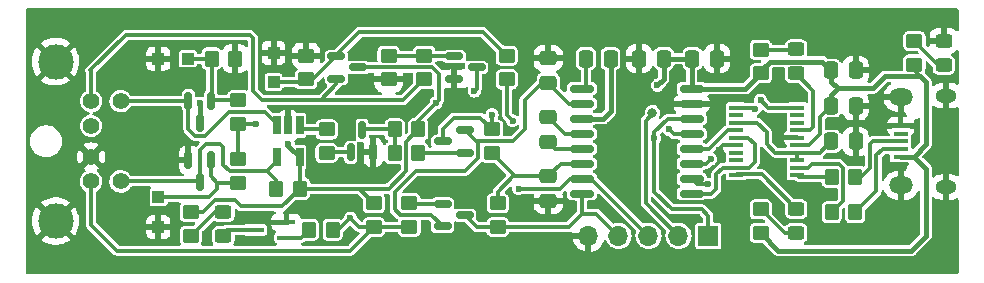
<source format=gbr>
%TF.GenerationSoftware,KiCad,Pcbnew,(6.0.7)*%
%TF.CreationDate,2022-10-12T10:01:19-04:00*%
%TF.ProjectId,minirib-usb,6d696e69-7269-4622-9d75-73622e6b6963,C*%
%TF.SameCoordinates,Original*%
%TF.FileFunction,Copper,L1,Top*%
%TF.FilePolarity,Positive*%
%FSLAX46Y46*%
G04 Gerber Fmt 4.6, Leading zero omitted, Abs format (unit mm)*
G04 Created by KiCad (PCBNEW (6.0.7)) date 2022-10-12 10:01:19*
%MOMM*%
%LPD*%
G01*
G04 APERTURE LIST*
G04 Aperture macros list*
%AMRoundRect*
0 Rectangle with rounded corners*
0 $1 Rounding radius*
0 $2 $3 $4 $5 $6 $7 $8 $9 X,Y pos of 4 corners*
0 Add a 4 corners polygon primitive as box body*
4,1,4,$2,$3,$4,$5,$6,$7,$8,$9,$2,$3,0*
0 Add four circle primitives for the rounded corners*
1,1,$1+$1,$2,$3*
1,1,$1+$1,$4,$5*
1,1,$1+$1,$6,$7*
1,1,$1+$1,$8,$9*
0 Add four rect primitives between the rounded corners*
20,1,$1+$1,$2,$3,$4,$5,0*
20,1,$1+$1,$4,$5,$6,$7,0*
20,1,$1+$1,$6,$7,$8,$9,0*
20,1,$1+$1,$8,$9,$2,$3,0*%
G04 Aperture macros list end*
%TA.AperFunction,ComponentPad*%
%ADD10R,1.700000X1.700000*%
%TD*%
%TA.AperFunction,ComponentPad*%
%ADD11O,1.700000X1.700000*%
%TD*%
%TA.AperFunction,SMDPad,CuDef*%
%ADD12RoundRect,0.250000X0.450000X-0.350000X0.450000X0.350000X-0.450000X0.350000X-0.450000X-0.350000X0*%
%TD*%
%TA.AperFunction,SMDPad,CuDef*%
%ADD13RoundRect,0.250000X-0.475000X0.337500X-0.475000X-0.337500X0.475000X-0.337500X0.475000X0.337500X0*%
%TD*%
%TA.AperFunction,SMDPad,CuDef*%
%ADD14RoundRect,0.150000X-0.875000X-0.150000X0.875000X-0.150000X0.875000X0.150000X-0.875000X0.150000X0*%
%TD*%
%TA.AperFunction,SMDPad,CuDef*%
%ADD15RoundRect,0.250000X0.475000X-0.337500X0.475000X0.337500X-0.475000X0.337500X-0.475000X-0.337500X0*%
%TD*%
%TA.AperFunction,SMDPad,CuDef*%
%ADD16R,1.300000X0.450000*%
%TD*%
%TA.AperFunction,ComponentPad*%
%ADD17O,1.800000X1.150000*%
%TD*%
%TA.AperFunction,ComponentPad*%
%ADD18O,2.000000X1.450000*%
%TD*%
%TA.AperFunction,SMDPad,CuDef*%
%ADD19RoundRect,0.250000X-0.450000X0.350000X-0.450000X-0.350000X0.450000X-0.350000X0.450000X0.350000X0*%
%TD*%
%TA.AperFunction,SMDPad,CuDef*%
%ADD20RoundRect,0.250000X0.337500X0.475000X-0.337500X0.475000X-0.337500X-0.475000X0.337500X-0.475000X0*%
%TD*%
%TA.AperFunction,SMDPad,CuDef*%
%ADD21RoundRect,0.250000X-0.350000X-0.450000X0.350000X-0.450000X0.350000X0.450000X-0.350000X0.450000X0*%
%TD*%
%TA.AperFunction,SMDPad,CuDef*%
%ADD22RoundRect,0.250000X0.450000X-0.325000X0.450000X0.325000X-0.450000X0.325000X-0.450000X-0.325000X0*%
%TD*%
%TA.AperFunction,SMDPad,CuDef*%
%ADD23R,1.000000X1.000000*%
%TD*%
%TA.AperFunction,SMDPad,CuDef*%
%ADD24R,0.650000X1.560000*%
%TD*%
%TA.AperFunction,SMDPad,CuDef*%
%ADD25RoundRect,0.150000X0.150000X-0.587500X0.150000X0.587500X-0.150000X0.587500X-0.150000X-0.587500X0*%
%TD*%
%TA.AperFunction,SMDPad,CuDef*%
%ADD26RoundRect,0.250000X-0.337500X-0.475000X0.337500X-0.475000X0.337500X0.475000X-0.337500X0.475000X0*%
%TD*%
%TA.AperFunction,SMDPad,CuDef*%
%ADD27RoundRect,0.250000X0.350000X0.450000X-0.350000X0.450000X-0.350000X-0.450000X0.350000X-0.450000X0*%
%TD*%
%TA.AperFunction,SMDPad,CuDef*%
%ADD28RoundRect,0.150000X-0.150000X0.587500X-0.150000X-0.587500X0.150000X-0.587500X0.150000X0.587500X0*%
%TD*%
%TA.AperFunction,SMDPad,CuDef*%
%ADD29RoundRect,0.250000X-0.450000X0.325000X-0.450000X-0.325000X0.450000X-0.325000X0.450000X0.325000X0*%
%TD*%
%TA.AperFunction,SMDPad,CuDef*%
%ADD30RoundRect,0.150000X0.587500X0.150000X-0.587500X0.150000X-0.587500X-0.150000X0.587500X-0.150000X0*%
%TD*%
%TA.AperFunction,SMDPad,CuDef*%
%ADD31R,1.200000X0.400000*%
%TD*%
%TA.AperFunction,SMDPad,CuDef*%
%ADD32R,1.500000X0.450000*%
%TD*%
%TA.AperFunction,SMDPad,CuDef*%
%ADD33RoundRect,0.150000X-0.587500X-0.150000X0.587500X-0.150000X0.587500X0.150000X-0.587500X0.150000X0*%
%TD*%
%TA.AperFunction,ComponentPad*%
%ADD34C,1.400000*%
%TD*%
%TA.AperFunction,ComponentPad*%
%ADD35C,3.000000*%
%TD*%
%TA.AperFunction,ViaPad*%
%ADD36C,0.600000*%
%TD*%
%TA.AperFunction,ViaPad*%
%ADD37C,0.800000*%
%TD*%
%TA.AperFunction,Conductor*%
%ADD38C,0.350000*%
%TD*%
%TA.AperFunction,Conductor*%
%ADD39C,0.450000*%
%TD*%
G04 APERTURE END LIST*
D10*
%TO.P,J3,1,Pin_1*%
%TO.N,TXD*%
X158075000Y-108000000D03*
D11*
%TO.P,J3,2,Pin_2*%
%TO.N,RXD*%
X155535000Y-108000000D03*
%TO.P,J3,3,Pin_3*%
%TO.N,DTR*%
X152995000Y-108000000D03*
%TO.P,J3,4,Pin_4*%
%TO.N,CTS*%
X150455000Y-108000000D03*
%TO.P,J3,5,Pin_5*%
%TO.N,GND*%
X147915000Y-108000000D03*
%TD*%
D12*
%TO.P,R10,1*%
%TO.N,Net-(D6-Pad1)*%
X118250000Y-103500000D03*
%TO.P,R10,2*%
%TO.N,TXD*%
X118250000Y-101500000D03*
%TD*%
D13*
%TO.P,C7,1*%
%TO.N,Net-(C7-Pad1)*%
X144500000Y-97962500D03*
%TO.P,C7,2*%
%TO.N,Net-(C7-Pad2)*%
X144500000Y-100037500D03*
%TD*%
D14*
%TO.P,U3,1,C1+*%
%TO.N,Net-(C2-Pad1)*%
X147350000Y-95555000D03*
%TO.P,U3,2,VS+*%
%TO.N,+8V*%
X147350000Y-96825000D03*
%TO.P,U3,3,C1-*%
%TO.N,Net-(C2-Pad2)*%
X147350000Y-98095000D03*
%TO.P,U3,4,C2+*%
%TO.N,Net-(C7-Pad1)*%
X147350000Y-99365000D03*
%TO.P,U3,5,C2-*%
%TO.N,Net-(C7-Pad2)*%
X147350000Y-100635000D03*
%TO.P,U3,6,VS-*%
%TO.N,-8V*%
X147350000Y-101905000D03*
%TO.P,U3,7,T2OUT*%
%TO.N,DTR*%
X147350000Y-103175000D03*
%TO.P,U3,8,R2IN*%
%TO.N,CTS*%
X147350000Y-104445000D03*
%TO.P,U3,9,R2OUT*%
%TO.N,~{CTS_TTL}*%
X156650000Y-104445000D03*
%TO.P,U3,10,T2IN*%
%TO.N,~{DTR_TTL}*%
X156650000Y-103175000D03*
%TO.P,U3,11,T1IN*%
%TO.N,TXD_TTL*%
X156650000Y-101905000D03*
%TO.P,U3,12,R1OUT*%
%TO.N,RXD_TTL*%
X156650000Y-100635000D03*
%TO.P,U3,13,R1IN*%
%TO.N,RXD*%
X156650000Y-99365000D03*
%TO.P,U3,14,T1OUT*%
%TO.N,TXD*%
X156650000Y-98095000D03*
%TO.P,U3,15,GND*%
%TO.N,GND*%
X156650000Y-96825000D03*
%TO.P,U3,16,VCC*%
%TO.N,+5V*%
X156650000Y-95555000D03*
%TD*%
D15*
%TO.P,C9,1*%
%TO.N,GND*%
X144500000Y-105037500D03*
%TO.P,C9,2*%
%TO.N,-8V*%
X144500000Y-102962500D03*
%TD*%
D16*
%TO.P,J1,1,VBUS*%
%TO.N,+5V*%
X174345000Y-101305000D03*
%TO.P,J1,2,D-*%
%TO.N,Net-(J1-Pad2)*%
X174345000Y-100655000D03*
%TO.P,J1,3,D+*%
%TO.N,Net-(J1-Pad3)*%
X174345000Y-100005000D03*
%TO.P,J1,4,ID*%
%TO.N,unconnected-(J1-Pad4)*%
X174345000Y-99355000D03*
%TO.P,J1,5,GND*%
%TO.N,GND*%
X174345000Y-98705000D03*
D17*
%TO.P,J1,6,Shield*%
X178195000Y-96130000D03*
D18*
X174395000Y-96280000D03*
D17*
X178195000Y-103880000D03*
D18*
X174395000Y-103730000D03*
%TD*%
D19*
%TO.P,R3,1*%
%TO.N,RXD*%
X139750000Y-99000000D03*
%TO.P,R3,2*%
%TO.N,-8V*%
X139750000Y-101000000D03*
%TD*%
D12*
%TO.P,R20,1*%
%TO.N,~{BUSY}*%
X134000000Y-94750000D03*
%TO.P,R20,2*%
%TO.N,Net-(Q6-Pad1)*%
X134000000Y-92750000D03*
%TD*%
D20*
%TO.P,C6,1*%
%TO.N,+5V*%
X154287500Y-93000000D03*
%TO.P,C6,2*%
%TO.N,GND*%
X152212500Y-93000000D03*
%TD*%
D21*
%TO.P,R1,1*%
%TO.N,Net-(R1-Pad1)*%
X168500000Y-103000000D03*
%TO.P,R1,2*%
%TO.N,Net-(J1-Pad3)*%
X170500000Y-103000000D03*
%TD*%
D12*
%TO.P,R14,1*%
%TO.N,BUSY*%
X132750000Y-107250000D03*
%TO.P,R14,2*%
%TO.N,Net-(Q5-Pad1)*%
X132750000Y-105250000D03*
%TD*%
D22*
%TO.P,D10,1,K*%
%TO.N,~{TXLED}*%
X165500000Y-94250000D03*
%TO.P,D10,2,A*%
%TO.N,Net-(D10-Pad2)*%
X165500000Y-92200000D03*
%TD*%
D15*
%TO.P,C8,1*%
%TO.N,+8V*%
X144500000Y-95037500D03*
%TO.P,C8,2*%
%TO.N,GND*%
X144500000Y-92962500D03*
%TD*%
D19*
%TO.P,R23,1*%
%TO.N,Net-(D10-Pad2)*%
X162500000Y-92250000D03*
%TO.P,R23,2*%
%TO.N,+5V*%
X162500000Y-94250000D03*
%TD*%
D23*
%TO.P,D7,1,K*%
%TO.N,Net-(D7-Pad1)*%
X121250000Y-95000000D03*
%TO.P,D7,2,A*%
%TO.N,GND*%
X121250000Y-92500000D03*
%TD*%
D24*
%TO.P,U2,1*%
%TO.N,Net-(R8-Pad1)*%
X123450000Y-98650000D03*
%TO.P,U2,2,V-*%
%TO.N,GND*%
X122500000Y-98650000D03*
%TO.P,U2,3,+*%
%TO.N,BUS-*%
X121550000Y-98650000D03*
%TO.P,U2,4,-*%
%TO.N,BUS+*%
X121550000Y-101350000D03*
%TO.P,U2,5,V+*%
%TO.N,+5V*%
X123450000Y-101350000D03*
%TD*%
D12*
%TO.P,R13,1*%
%TO.N,CTS*%
X140250000Y-107250000D03*
%TO.P,R13,2*%
%TO.N,-8V*%
X140250000Y-105250000D03*
%TD*%
D25*
%TO.P,Q2,1,B*%
%TO.N,Net-(Q2-Pad1)*%
X127800000Y-100937500D03*
%TO.P,Q2,2,E*%
%TO.N,GND*%
X129700000Y-100937500D03*
%TO.P,Q2,3,C*%
%TO.N,Net-(Q2-Pad3)*%
X128750000Y-99062500D03*
%TD*%
D26*
%TO.P,C2,1*%
%TO.N,Net-(C2-Pad1)*%
X147712500Y-93000000D03*
%TO.P,C2,2*%
%TO.N,Net-(C2-Pad2)*%
X149787500Y-93000000D03*
%TD*%
%TO.P,C10,1*%
%TO.N,Net-(C10-Pad1)*%
X168462500Y-100000000D03*
%TO.P,C10,2*%
%TO.N,GND*%
X170537500Y-100000000D03*
%TD*%
D12*
%TO.P,R15,1*%
%TO.N,BUSY*%
X129750000Y-107250000D03*
%TO.P,R15,2*%
%TO.N,+5V*%
X129750000Y-105250000D03*
%TD*%
D27*
%TO.P,R5,1*%
%TO.N,+5V*%
X133500000Y-99000000D03*
%TO.P,R5,2*%
%TO.N,Net-(Q2-Pad3)*%
X131500000Y-99000000D03*
%TD*%
D23*
%TO.P,D6,1,K*%
%TO.N,Net-(D6-Pad1)*%
X111500000Y-104750000D03*
%TO.P,D6,2,A*%
%TO.N,GND*%
X111500000Y-107250000D03*
%TD*%
D21*
%TO.P,R21,1*%
%TO.N,Net-(Q8-Pad1)*%
X124250000Y-107500000D03*
%TO.P,R21,2*%
%TO.N,BUSY*%
X126250000Y-107500000D03*
%TD*%
D27*
%TO.P,R12,1*%
%TO.N,+5V*%
X123500000Y-104000000D03*
%TO.P,R12,2*%
%TO.N,BUS+*%
X121500000Y-104000000D03*
%TD*%
D19*
%TO.P,R16,1*%
%TO.N,Net-(D7-Pad1)*%
X141000000Y-92750000D03*
%TO.P,R16,2*%
%TO.N,DTR*%
X141000000Y-94750000D03*
%TD*%
D22*
%TO.P,D9,1,K*%
%TO.N,Net-(D9-Pad1)*%
X117000000Y-108025000D03*
%TO.P,D9,2,A*%
%TO.N,Net-(D9-Pad2)*%
X117000000Y-105975000D03*
%TD*%
D27*
%TO.P,R2,1*%
%TO.N,Net-(J1-Pad2)*%
X170500000Y-106000000D03*
%TO.P,R2,2*%
%TO.N,Net-(R2-Pad2)*%
X168500000Y-106000000D03*
%TD*%
D21*
%TO.P,R11,1*%
%TO.N,Net-(D5-Pad1)*%
X116000000Y-93000000D03*
%TO.P,R11,2*%
%TO.N,GND*%
X118000000Y-93000000D03*
%TD*%
D12*
%TO.P,R18,1*%
%TO.N,Net-(D7-Pad1)*%
X124000000Y-94750000D03*
%TO.P,R18,2*%
%TO.N,GND*%
X124000000Y-92750000D03*
%TD*%
D26*
%TO.P,C5,1*%
%TO.N,+5V*%
X156712500Y-93000000D03*
%TO.P,C5,2*%
%TO.N,GND*%
X158787500Y-93000000D03*
%TD*%
D19*
%TO.P,R19,1*%
%TO.N,Net-(D8-Pad2)*%
X175500000Y-91500000D03*
%TO.P,R19,2*%
%TO.N,+5V*%
X175500000Y-93500000D03*
%TD*%
%TO.P,R24,1*%
%TO.N,Net-(D11-Pad2)*%
X162500000Y-105750000D03*
%TO.P,R24,2*%
%TO.N,+5V*%
X162500000Y-107750000D03*
%TD*%
D28*
%TO.P,Q3,1,B*%
%TO.N,Net-(D6-Pad1)*%
X115950000Y-101562500D03*
%TO.P,Q3,2,E*%
%TO.N,GND*%
X114050000Y-101562500D03*
%TO.P,Q3,3,C*%
%TO.N,BUS+*%
X115000000Y-103437500D03*
%TD*%
D20*
%TO.P,C1,1*%
%TO.N,GND*%
X170537500Y-97000000D03*
%TO.P,C1,2*%
%TO.N,+5V*%
X168462500Y-97000000D03*
%TD*%
D29*
%TO.P,D11,1,K*%
%TO.N,~{RXLED}*%
X165500000Y-105725000D03*
%TO.P,D11,2,A*%
%TO.N,Net-(D11-Pad2)*%
X165500000Y-107775000D03*
%TD*%
D30*
%TO.P,Q1,1,B*%
%TO.N,Net-(Q1-Pad1)*%
X137437500Y-100950000D03*
%TO.P,Q1,2,E*%
%TO.N,+8V*%
X137437500Y-99050000D03*
%TO.P,Q1,3,C*%
%TO.N,RXD*%
X135562500Y-100000000D03*
%TD*%
D19*
%TO.P,R17,1*%
%TO.N,Net-(Q6-Pad1)*%
X131000000Y-92750000D03*
%TO.P,R17,2*%
%TO.N,GND*%
X131000000Y-94750000D03*
%TD*%
D31*
%TO.P,U1,1,~{DTR}*%
%TO.N,~{DTR_TTL}*%
X160400000Y-97142500D03*
%TO.P,U1,2,~{RTS}*%
%TO.N,unconnected-(U1-Pad2)*%
X160400000Y-97777500D03*
%TO.P,U1,3,VCCIO*%
%TO.N,Net-(C10-Pad1)*%
X160400000Y-98412500D03*
%TO.P,U1,4,RXD*%
%TO.N,RXD_TTL*%
X160400000Y-99047500D03*
%TO.P,U1,5,~{RI}*%
%TO.N,~{CTS_TTL}*%
X160400000Y-99682500D03*
%TO.P,U1,6,GND*%
%TO.N,GND*%
X160400000Y-100317500D03*
%TO.P,U1,7,~{DSR}*%
%TO.N,unconnected-(U1-Pad7)*%
X160400000Y-100952500D03*
%TO.P,U1,8,~{DCD}*%
%TO.N,unconnected-(U1-Pad8)*%
X160400000Y-101587500D03*
%TO.P,U1,9,~{CTS}*%
%TO.N,~{CTS_TTL}*%
X160400000Y-102222500D03*
%TO.P,U1,10,CBUS2*%
%TO.N,~{RXLED}*%
X160400000Y-102857500D03*
%TO.P,U1,11,USBDP*%
%TO.N,Net-(R1-Pad1)*%
X165600000Y-102857500D03*
%TO.P,U1,12,USBDM*%
%TO.N,Net-(R2-Pad2)*%
X165600000Y-102222500D03*
%TO.P,U1,13,3V3OUT*%
%TO.N,Net-(C10-Pad1)*%
X165600000Y-101587500D03*
%TO.P,U1,14,~{RESET}*%
X165600000Y-100952500D03*
%TO.P,U1,15,VCC*%
%TO.N,+5V*%
X165600000Y-100317500D03*
%TO.P,U1,16,GND*%
%TO.N,GND*%
X165600000Y-99682500D03*
%TO.P,U1,17,CBUS1*%
%TO.N,~{TXLED}*%
X165600000Y-99047500D03*
%TO.P,U1,18,CBUS0*%
%TO.N,unconnected-(U1-Pad18)*%
X165600000Y-98412500D03*
%TO.P,U1,19,CBUS3*%
%TO.N,unconnected-(U1-Pad19)*%
X165600000Y-97777500D03*
%TO.P,U1,20,TXD*%
%TO.N,TXD_TTL*%
X165600000Y-97142500D03*
%TD*%
D32*
%TO.P,Q8,1,G*%
%TO.N,Net-(Q8-Pad1)*%
X122330000Y-108150000D03*
%TO.P,Q8,2,S*%
%TO.N,GND*%
X122330000Y-106850000D03*
%TO.P,Q8,3,D*%
%TO.N,Net-(D9-Pad1)*%
X119670000Y-107500000D03*
%TD*%
D33*
%TO.P,Q6,1,B*%
%TO.N,Net-(Q6-Pad1)*%
X136562500Y-92800000D03*
%TO.P,Q6,2,E*%
%TO.N,GND*%
X136562500Y-94700000D03*
%TO.P,Q6,3,C*%
%TO.N,BUSY*%
X138437500Y-93750000D03*
%TD*%
D28*
%TO.P,Q4,1,B*%
%TO.N,Net-(D5-Pad1)*%
X115950000Y-96562500D03*
%TO.P,Q4,2,E*%
%TO.N,BUS-*%
X114050000Y-96562500D03*
%TO.P,Q4,3,C*%
%TO.N,+5V*%
X115000000Y-98437500D03*
%TD*%
D33*
%TO.P,Q5,1,B*%
%TO.N,Net-(Q5-Pad1)*%
X135562500Y-105300000D03*
%TO.P,Q5,2,E*%
%TO.N,+8V*%
X135562500Y-107200000D03*
%TO.P,Q5,3,C*%
%TO.N,CTS*%
X137437500Y-106250000D03*
%TD*%
D20*
%TO.P,C4,1*%
%TO.N,GND*%
X170537500Y-94000000D03*
%TO.P,C4,2*%
%TO.N,+5V*%
X168462500Y-94000000D03*
%TD*%
D23*
%TO.P,D5,1,K*%
%TO.N,Net-(D5-Pad1)*%
X114000000Y-93000000D03*
%TO.P,D5,2,A*%
%TO.N,GND*%
X111500000Y-93000000D03*
%TD*%
D33*
%TO.P,Q7,1,B*%
%TO.N,Net-(D7-Pad1)*%
X126562500Y-92800000D03*
%TO.P,Q7,2,E*%
%TO.N,~{BUSY}*%
X126562500Y-94700000D03*
%TO.P,Q7,3,C*%
%TO.N,+5V*%
X128437500Y-93750000D03*
%TD*%
D19*
%TO.P,R9,1*%
%TO.N,Net-(D5-Pad1)*%
X118250000Y-96500000D03*
%TO.P,R9,2*%
%TO.N,TXD*%
X118250000Y-98500000D03*
%TD*%
D27*
%TO.P,R4,1*%
%TO.N,Net-(Q1-Pad1)*%
X133500000Y-101000000D03*
%TO.P,R4,2*%
%TO.N,Net-(Q2-Pad3)*%
X131500000Y-101000000D03*
%TD*%
D29*
%TO.P,D8,1,K*%
%TO.N,GND*%
X178000000Y-91475000D03*
%TO.P,D8,2,A*%
%TO.N,Net-(D8-Pad2)*%
X178000000Y-93525000D03*
%TD*%
D34*
%TO.P,J2,1*%
%TO.N,GND*%
X105800000Y-101300000D03*
%TO.P,J2,2*%
%TO.N,BIAS*%
X105800000Y-98700000D03*
%TO.P,J2,3*%
%TO.N,BUSY*%
X105800000Y-103400000D03*
%TO.P,J2,4*%
%TO.N,~{BUSY}*%
X105800000Y-96600000D03*
%TO.P,J2,5*%
%TO.N,BUS+*%
X108300000Y-103400000D03*
%TO.P,J2,6*%
%TO.N,BUS-*%
X108300000Y-96600000D03*
D35*
%TO.P,J2,SH*%
%TO.N,GND*%
X102800000Y-106750000D03*
X102800000Y-93250000D03*
%TD*%
D19*
%TO.P,R8,1*%
%TO.N,Net-(R8-Pad1)*%
X125750000Y-99000000D03*
%TO.P,R8,2*%
%TO.N,Net-(Q2-Pad1)*%
X125750000Y-101000000D03*
%TD*%
D12*
%TO.P,R22,1*%
%TO.N,Net-(D9-Pad2)*%
X114250000Y-108000000D03*
%TO.P,R22,2*%
%TO.N,+5V*%
X114250000Y-106000000D03*
%TD*%
D36*
%TO.N,GND*%
X144250000Y-110750000D03*
X173250000Y-110750000D03*
X171250000Y-89250000D03*
X142250000Y-110750000D03*
X137500000Y-103750000D03*
X122250000Y-89250000D03*
X148250000Y-110750000D03*
X143250000Y-110750000D03*
X142250000Y-89250000D03*
X124250000Y-110750000D03*
X170250000Y-89250000D03*
X178250000Y-110750000D03*
X123250000Y-110750000D03*
X111250000Y-89250000D03*
X158250000Y-110750000D03*
X128000000Y-92750000D03*
X105250000Y-110750000D03*
X125250000Y-89250000D03*
X174250000Y-110750000D03*
X156250000Y-89250000D03*
X113250000Y-89250000D03*
X121250000Y-110750000D03*
X142500000Y-105250000D03*
X161250000Y-110750000D03*
X109250000Y-89250000D03*
X140250000Y-110750000D03*
X177250000Y-110750000D03*
X116250000Y-89250000D03*
X173250000Y-89250000D03*
X106250000Y-89250000D03*
X101250000Y-89250000D03*
X126000000Y-103000000D03*
X172250000Y-89250000D03*
X120250000Y-110750000D03*
X139250000Y-110750000D03*
X144250000Y-89250000D03*
X151250000Y-110750000D03*
X168250000Y-89250000D03*
X126250000Y-89250000D03*
X153250000Y-89250000D03*
X102250000Y-89250000D03*
X134250000Y-89250000D03*
X167250000Y-110750000D03*
X177250000Y-89250000D03*
X165250000Y-110750000D03*
X132250000Y-89250000D03*
X119250000Y-110750000D03*
X129000000Y-103000000D03*
X169250000Y-89250000D03*
X108250000Y-110750000D03*
X128250000Y-89250000D03*
X121250000Y-89250000D03*
X159250000Y-89250000D03*
X123250000Y-89250000D03*
X148250000Y-89250000D03*
X176250000Y-110750000D03*
X136500000Y-103750000D03*
X178250000Y-89250000D03*
X137250000Y-89250000D03*
X135500000Y-103750000D03*
X131000000Y-97500000D03*
X133250000Y-89250000D03*
X138500000Y-102750000D03*
X105250000Y-89250000D03*
X115250000Y-89250000D03*
X141250000Y-110750000D03*
X110250000Y-110750000D03*
X118250000Y-89250000D03*
X114250000Y-89250000D03*
X128750000Y-95500000D03*
X136250000Y-110750000D03*
X104250000Y-89250000D03*
X168250000Y-110750000D03*
X116250000Y-110750000D03*
X129250000Y-110750000D03*
X143250000Y-89250000D03*
X159250000Y-110750000D03*
X155250000Y-110750000D03*
X161250000Y-89250000D03*
X155250000Y-89250000D03*
X166250000Y-89250000D03*
X164000000Y-99000000D03*
X147250000Y-89250000D03*
X136250000Y-89250000D03*
X176250000Y-89250000D03*
X127000000Y-103000000D03*
X151250000Y-89250000D03*
X128750000Y-92000000D03*
X107250000Y-110750000D03*
X172250000Y-110750000D03*
X126250000Y-110750000D03*
X147250000Y-110750000D03*
X136000000Y-93750000D03*
X124250000Y-89250000D03*
X169250000Y-110750000D03*
X138000000Y-92750000D03*
X133500000Y-103750000D03*
X103250000Y-89250000D03*
X117250000Y-110750000D03*
X164250000Y-89250000D03*
X135250000Y-110750000D03*
X129500000Y-94750000D03*
X157250000Y-110750000D03*
X114250000Y-110750000D03*
X133250000Y-110750000D03*
X130250000Y-89250000D03*
X104250000Y-110750000D03*
X149250000Y-89250000D03*
X131250000Y-89250000D03*
X145250000Y-110750000D03*
X160250000Y-89250000D03*
X112250000Y-89250000D03*
X111250000Y-110750000D03*
X152250000Y-110750000D03*
X164250000Y-110750000D03*
X141250000Y-89250000D03*
X137000000Y-93750000D03*
X137250000Y-110750000D03*
X128250000Y-110750000D03*
X149250000Y-110750000D03*
X129250000Y-89250000D03*
X135250000Y-89250000D03*
X130000000Y-97500000D03*
X175250000Y-89250000D03*
X150250000Y-110750000D03*
X138500000Y-103750000D03*
X131250000Y-110750000D03*
X156250000Y-110750000D03*
X128000000Y-94750000D03*
X112250000Y-110750000D03*
X175250000Y-110750000D03*
X160250000Y-110750000D03*
X162250000Y-89250000D03*
X138250000Y-110750000D03*
X138250000Y-89250000D03*
X130000000Y-103000000D03*
X134250000Y-110750000D03*
X150250000Y-89250000D03*
X142500000Y-106250000D03*
X127250000Y-97500000D03*
X159000000Y-100750000D03*
X139000000Y-92750000D03*
X120250000Y-89250000D03*
X108250000Y-89250000D03*
X107250000Y-89250000D03*
X139500000Y-103750000D03*
X118250000Y-110750000D03*
X134500000Y-103750000D03*
X129500000Y-92750000D03*
X171250000Y-110750000D03*
X146250000Y-110750000D03*
X162250000Y-110750000D03*
X128000000Y-105000000D03*
X163000000Y-98000000D03*
X153250000Y-110750000D03*
X164000000Y-98000000D03*
X127000000Y-105000000D03*
X101250000Y-110750000D03*
X124500000Y-97500000D03*
X117250000Y-89250000D03*
X140250000Y-89250000D03*
X130250000Y-110750000D03*
X154250000Y-89250000D03*
X165250000Y-89250000D03*
X115250000Y-110750000D03*
X122250000Y-110750000D03*
X132250000Y-110750000D03*
X157250000Y-89250000D03*
X170250000Y-110750000D03*
X164000000Y-100000000D03*
X146250000Y-89250000D03*
X139250000Y-89250000D03*
X102250000Y-110750000D03*
X167250000Y-89250000D03*
X119250000Y-89250000D03*
X158250000Y-89250000D03*
X127250000Y-110750000D03*
X166250000Y-110750000D03*
X106250000Y-110750000D03*
X103250000Y-110750000D03*
X110250000Y-89250000D03*
X145250000Y-89250000D03*
X152250000Y-89250000D03*
X113250000Y-110750000D03*
X154250000Y-110750000D03*
X127250000Y-89250000D03*
X163250000Y-89250000D03*
X126000000Y-105000000D03*
X125250000Y-110750000D03*
X163250000Y-110750000D03*
X109250000Y-110750000D03*
X174250000Y-89250000D03*
X128000000Y-103000000D03*
%TO.N,+5V*%
X135000000Y-96750000D03*
X153750000Y-95250000D03*
X115000000Y-96750000D03*
X122500000Y-100250000D03*
%TO.N,TXD*%
X119750000Y-98500000D03*
X153500000Y-99750000D03*
D37*
%TO.N,RXD*%
X153325489Y-97575489D03*
D36*
X139750000Y-97750000D03*
X154750000Y-99000000D03*
%TO.N,BUSY*%
X138250000Y-95750000D03*
X127750000Y-106500000D03*
%TO.N,DTR*%
X142000000Y-104000000D03*
X141500000Y-98250000D03*
%TO.N,~{DTR_TTL}*%
X158075500Y-103648056D03*
X162000000Y-97250000D03*
%TO.N,TXD_TTL*%
X162500000Y-96500000D03*
X158250000Y-101500000D03*
%TD*%
D38*
%TO.N,DTR*%
X148170000Y-103175000D02*
X152995000Y-108000000D01*
X147350000Y-103175000D02*
X148170000Y-103175000D01*
%TO.N,RXD*%
X152750000Y-105215000D02*
X155535000Y-108000000D01*
X153325489Y-97674511D02*
X152750000Y-98250000D01*
X153325489Y-97575489D02*
X153325489Y-97674511D01*
X152750000Y-98250000D02*
X152750000Y-105215000D01*
%TO.N,TXD*%
X158075000Y-106325000D02*
X158075000Y-108000000D01*
X157500000Y-105750000D02*
X158075000Y-106325000D01*
X155000000Y-105750000D02*
X157500000Y-105750000D01*
X153500000Y-99750000D02*
X153500000Y-104250000D01*
X153500000Y-104250000D02*
X155000000Y-105750000D01*
%TO.N,Net-(C2-Pad1)*%
X147712500Y-95192500D02*
X147350000Y-95555000D01*
X147712500Y-93000000D02*
X147712500Y-95192500D01*
D39*
%TO.N,+5V*%
X174345000Y-101305000D02*
X175445000Y-101305000D01*
D38*
X122000000Y-105500000D02*
X123500000Y-104000000D01*
D39*
X175445000Y-101305000D02*
X176500000Y-100250000D01*
X156650000Y-95555000D02*
X156650000Y-93062500D01*
D38*
X166550000Y-100317500D02*
X167500000Y-99367500D01*
D39*
X156650000Y-93062500D02*
X156712500Y-93000000D01*
D38*
X123450000Y-101350000D02*
X123450000Y-103950000D01*
X133500000Y-99000000D02*
X132474520Y-100025480D01*
D39*
X176500000Y-108000000D02*
X175250000Y-109250000D01*
X176500000Y-95000000D02*
X176000000Y-94500000D01*
D38*
X175500000Y-94000000D02*
X176000000Y-94500000D01*
D39*
X156650000Y-95555000D02*
X161195000Y-95555000D01*
X168462500Y-96037500D02*
X168462500Y-97000000D01*
D38*
X116300000Y-104977817D02*
X117977817Y-104977817D01*
D39*
X169000000Y-95500000D02*
X168462500Y-94962500D01*
X175481761Y-101305000D02*
X176500000Y-102323239D01*
D38*
X123450000Y-103950000D02*
X123500000Y-104000000D01*
D39*
X169000000Y-95500000D02*
X168462500Y-96037500D01*
D38*
X133500000Y-99000000D02*
X133500000Y-98250000D01*
X134683204Y-93750000D02*
X135250000Y-94316796D01*
D39*
X154287500Y-93000000D02*
X154287500Y-94712500D01*
D38*
X131000000Y-104000000D02*
X128500000Y-104000000D01*
X165600000Y-100317500D02*
X166550000Y-100317500D01*
D39*
X175250000Y-109250000D02*
X164000000Y-109250000D01*
D38*
X167500000Y-97962500D02*
X168462500Y-97000000D01*
X128437500Y-93750000D02*
X134683204Y-93750000D01*
D39*
X163249520Y-93250480D02*
X162500000Y-94000000D01*
X167712980Y-93250480D02*
X163249520Y-93250480D01*
D38*
X135250000Y-96500000D02*
X135000000Y-96750000D01*
D39*
X168462500Y-94000000D02*
X167712980Y-93250480D01*
D38*
X129750000Y-105250000D02*
X128500000Y-104000000D01*
X167500000Y-99367500D02*
X167500000Y-97962500D01*
X132474520Y-100025480D02*
X132474520Y-102525480D01*
D39*
X164000000Y-109250000D02*
X162500000Y-107750000D01*
X122500000Y-100250000D02*
X122500000Y-100400000D01*
D38*
X135250000Y-94316796D02*
X135250000Y-96500000D01*
D39*
X176000000Y-94500000D02*
X173000000Y-94500000D01*
X175445000Y-101305000D02*
X175481761Y-101305000D01*
X168462500Y-94962500D02*
X168462500Y-94000000D01*
X172000000Y-95500000D02*
X169000000Y-95500000D01*
X176500000Y-102323239D02*
X176500000Y-108000000D01*
D38*
X132474520Y-102525480D02*
X131000000Y-104000000D01*
D39*
X161195000Y-95555000D02*
X162500000Y-94250000D01*
X154287500Y-94712500D02*
X153750000Y-95250000D01*
D38*
X114250000Y-106000000D02*
X115277818Y-106000000D01*
D39*
X122500000Y-100400000D02*
X123450000Y-101350000D01*
X115000000Y-96750000D02*
X115000000Y-98437500D01*
D38*
X128500000Y-104000000D02*
X123500000Y-104000000D01*
X118500000Y-105500000D02*
X122000000Y-105500000D01*
D39*
X173000000Y-94500000D02*
X172000000Y-95500000D01*
D38*
X175500000Y-93500000D02*
X175500000Y-94000000D01*
D39*
X162500000Y-94000000D02*
X162500000Y-94250000D01*
D38*
X115277818Y-106000000D02*
X116300000Y-104977817D01*
X133500000Y-98250000D02*
X135000000Y-96750000D01*
D39*
X176500000Y-100250000D02*
X176500000Y-95000000D01*
D38*
X117977817Y-104977817D02*
X118500000Y-105500000D01*
D39*
X156712500Y-93000000D02*
X154287500Y-93000000D01*
D38*
%TO.N,TXD*%
X118250000Y-98500000D02*
X118250000Y-101500000D01*
X154655000Y-98095000D02*
X153500000Y-99250000D01*
X153500000Y-99250000D02*
X153500000Y-99750000D01*
X156650000Y-98095000D02*
X154655000Y-98095000D01*
X118250000Y-98500000D02*
X119750000Y-98500000D01*
D39*
%TO.N,Net-(C2-Pad2)*%
X149787500Y-97462500D02*
X149155000Y-98095000D01*
X149155000Y-98095000D02*
X147350000Y-98095000D01*
X149787500Y-93000000D02*
X149787500Y-97462500D01*
D38*
%TO.N,RXD*%
X155115000Y-99365000D02*
X154750000Y-99000000D01*
X156650000Y-99365000D02*
X155115000Y-99365000D01*
X135562500Y-98937500D02*
X136500000Y-98000000D01*
X136500000Y-98000000D02*
X138750000Y-98000000D01*
X139750000Y-99000000D02*
X139750000Y-97750000D01*
X135562500Y-100000000D02*
X135562500Y-98937500D01*
X138750000Y-98000000D02*
X139750000Y-99000000D01*
%TO.N,Net-(C7-Pad1)*%
X145902500Y-99365000D02*
X144500000Y-97962500D01*
X147350000Y-99365000D02*
X145902500Y-99365000D01*
%TO.N,BUS-*%
X121550000Y-98650000D02*
X121550000Y-98550000D01*
X114012500Y-96600000D02*
X108300000Y-96600000D01*
X114050000Y-98966783D02*
X114050000Y-96562500D01*
X114632737Y-99549520D02*
X114050000Y-98966783D01*
X117500000Y-97500000D02*
X115450480Y-99549520D01*
X114050000Y-96562500D02*
X114012500Y-96600000D01*
X120500000Y-97500000D02*
X117500000Y-97500000D01*
X115450480Y-99549520D02*
X114632737Y-99549520D01*
X121550000Y-98550000D02*
X120500000Y-97500000D01*
%TO.N,~{BUSY}*%
X120250000Y-96500000D02*
X119500000Y-95750000D01*
X105750000Y-94000000D02*
X105800000Y-94050000D01*
X126562500Y-95187500D02*
X125250000Y-96500000D01*
X132250000Y-96500000D02*
X125250000Y-96500000D01*
X126562500Y-94700000D02*
X126562500Y-95187500D01*
X105800000Y-94050000D02*
X105800000Y-96600000D01*
X119500000Y-91250000D02*
X119250000Y-91000000D01*
X119500000Y-95750000D02*
X119500000Y-91250000D01*
X134000000Y-94750000D02*
X132250000Y-96500000D01*
X108750000Y-91000000D02*
X105750000Y-94000000D01*
X125250000Y-96500000D02*
X120250000Y-96500000D01*
X119250000Y-91000000D02*
X108750000Y-91000000D01*
%TO.N,BUSY*%
X129750000Y-107250000D02*
X132750000Y-107250000D01*
X129750000Y-107250000D02*
X128500000Y-107250000D01*
X105800000Y-103400000D02*
X105800000Y-107050000D01*
X138437500Y-95562500D02*
X138250000Y-95750000D01*
X105800000Y-107050000D02*
X108000000Y-109250000D01*
X126250000Y-107500000D02*
X126750000Y-107500000D01*
X108000000Y-109250000D02*
X127750000Y-109250000D01*
X138437500Y-93750000D02*
X138437500Y-95562500D01*
X126750000Y-107500000D02*
X127750000Y-106500000D01*
X127750000Y-109250000D02*
X129750000Y-107250000D01*
X128500000Y-107250000D02*
X127750000Y-106500000D01*
%TO.N,BUS+*%
X121550000Y-101700000D02*
X120724520Y-102525480D01*
X121500000Y-103300960D02*
X120724520Y-102525480D01*
X115500000Y-100250000D02*
X115000000Y-100750000D01*
X121500000Y-104000000D02*
X121500000Y-103300960D01*
X117000000Y-102000000D02*
X117000000Y-100500000D01*
X108300000Y-103400000D02*
X114962500Y-103400000D01*
X115000000Y-100750000D02*
X115000000Y-103437500D01*
X117000000Y-100500000D02*
X116750000Y-100250000D01*
X120724520Y-102525480D02*
X117525480Y-102525480D01*
X114962500Y-103400000D02*
X115000000Y-103437500D01*
X117525480Y-102525480D02*
X117000000Y-102000000D01*
X116750000Y-100250000D02*
X115500000Y-100250000D01*
X121550000Y-101350000D02*
X121550000Y-101700000D01*
%TO.N,Net-(C7-Pad2)*%
X147350000Y-100635000D02*
X145097500Y-100635000D01*
X145097500Y-100635000D02*
X144500000Y-100037500D01*
%TO.N,+8V*%
X138362020Y-99974520D02*
X141525480Y-99974520D01*
X146287500Y-96825000D02*
X144500000Y-95037500D01*
X138549520Y-101450480D02*
X138549520Y-100162020D01*
X138318750Y-99931250D02*
X138362020Y-99974520D01*
X141525480Y-99974520D02*
X142500000Y-99000000D01*
X131974520Y-106224520D02*
X131500000Y-105750000D01*
X131500000Y-104277138D02*
X133277138Y-102500000D01*
X134587020Y-106224520D02*
X131974520Y-106224520D01*
X138549520Y-100162020D02*
X138318750Y-99931250D01*
X135562500Y-107200000D02*
X134587020Y-106224520D01*
X137500000Y-102500000D02*
X138549520Y-101450480D01*
X143962500Y-95037500D02*
X144500000Y-95037500D01*
X138318750Y-99931250D02*
X137437500Y-99050000D01*
X142500000Y-99000000D02*
X142500000Y-96500000D01*
X133277138Y-102500000D02*
X137500000Y-102500000D01*
X147350000Y-96825000D02*
X146287500Y-96825000D01*
X142500000Y-96500000D02*
X143962500Y-95037500D01*
X131500000Y-105750000D02*
X131500000Y-104277138D01*
%TO.N,-8V*%
X141712500Y-102962500D02*
X141537500Y-102962500D01*
X141712500Y-102962500D02*
X139750000Y-101000000D01*
X140250000Y-104250000D02*
X140250000Y-105250000D01*
X145557500Y-101905000D02*
X144500000Y-102962500D01*
X144500000Y-102962500D02*
X141712500Y-102962500D01*
X141537500Y-102962500D02*
X140250000Y-104250000D01*
X147350000Y-101905000D02*
X145557500Y-101905000D01*
%TO.N,Net-(C10-Pad1)*%
X165600000Y-100952500D02*
X163702500Y-100952500D01*
X167510000Y-100952500D02*
X168462500Y-100000000D01*
X165600000Y-100952500D02*
X165600000Y-101587500D01*
X163000000Y-100250000D02*
X163000000Y-99250000D01*
X165600000Y-100952500D02*
X167510000Y-100952500D01*
X163702500Y-100952500D02*
X163000000Y-100250000D01*
X163000000Y-99250000D02*
X162162500Y-98412500D01*
X162162500Y-98412500D02*
X160400000Y-98412500D01*
%TO.N,Net-(J1-Pad2)*%
X172299520Y-104200480D02*
X172299520Y-101200480D01*
X170500000Y-106000000D02*
X172299520Y-104200480D01*
X172845000Y-100655000D02*
X174345000Y-100655000D01*
X172299520Y-101200480D02*
X172845000Y-100655000D01*
%TO.N,Net-(J1-Pad3)*%
X171000000Y-103000000D02*
X170500000Y-103000000D01*
X172495000Y-100005000D02*
X172490000Y-100000000D01*
X171750000Y-100250000D02*
X171750000Y-102250000D01*
X174345000Y-100005000D02*
X172495000Y-100005000D01*
X172000000Y-100000000D02*
X171750000Y-100250000D01*
X172490000Y-100000000D02*
X172000000Y-100000000D01*
X171750000Y-102250000D02*
X171000000Y-103000000D01*
%TO.N,Net-(Q1-Pad1)*%
X133550000Y-100950000D02*
X133500000Y-101000000D01*
X137437500Y-100950000D02*
X133550000Y-100950000D01*
%TO.N,Net-(Q2-Pad1)*%
X127800000Y-100937500D02*
X125812500Y-100937500D01*
X125812500Y-100937500D02*
X125750000Y-101000000D01*
%TO.N,Net-(D5-Pad1)*%
X118250000Y-96500000D02*
X116012500Y-96500000D01*
X114000000Y-93000000D02*
X116000000Y-93000000D01*
X116000000Y-96512500D02*
X116000000Y-93000000D01*
X116012500Y-96500000D02*
X115950000Y-96562500D01*
X115950000Y-96562500D02*
X116000000Y-96512500D01*
%TO.N,Net-(D6-Pad1)*%
X111500000Y-104750000D02*
X115750000Y-104750000D01*
X115950000Y-102950000D02*
X115950000Y-101562500D01*
X115750000Y-104750000D02*
X116500000Y-104000000D01*
X116500000Y-103500000D02*
X115950000Y-102950000D01*
X118250000Y-103500000D02*
X116500000Y-103500000D01*
X116500000Y-104000000D02*
X116500000Y-103500000D01*
%TO.N,Net-(Q5-Pad1)*%
X132800000Y-105300000D02*
X132750000Y-105250000D01*
X135562500Y-105300000D02*
X132800000Y-105300000D01*
%TO.N,Net-(D7-Pad1)*%
X126562500Y-92687500D02*
X128500000Y-90750000D01*
X123750000Y-95000000D02*
X124000000Y-94750000D01*
X121250000Y-95000000D02*
X123750000Y-95000000D01*
X124612500Y-94750000D02*
X126562500Y-92800000D01*
X139000000Y-90750000D02*
X141000000Y-92750000D01*
X124000000Y-94750000D02*
X124612500Y-94750000D01*
X128500000Y-90750000D02*
X139000000Y-90750000D01*
X126562500Y-92800000D02*
X126562500Y-92687500D01*
%TO.N,Net-(Q6-Pad1)*%
X134050000Y-92800000D02*
X134000000Y-92750000D01*
X131000000Y-92750000D02*
X134000000Y-92750000D01*
X136562500Y-92800000D02*
X134050000Y-92800000D01*
%TO.N,Net-(D8-Pad2)*%
X177525000Y-93525000D02*
X175500000Y-91500000D01*
X178000000Y-93525000D02*
X177525000Y-93525000D01*
%TO.N,Net-(R1-Pad1)*%
X168500000Y-103000000D02*
X165742500Y-103000000D01*
X165742500Y-103000000D02*
X165600000Y-102857500D01*
%TO.N,Net-(R2-Pad2)*%
X168500000Y-106000000D02*
X169474520Y-105025480D01*
X166514022Y-102222500D02*
X165600000Y-102222500D01*
X169474520Y-102291316D02*
X169108684Y-101925480D01*
X169474520Y-105025480D02*
X169474520Y-102291316D01*
X166811042Y-101925480D02*
X166514022Y-102222500D01*
X169108684Y-101925480D02*
X166811042Y-101925480D01*
%TO.N,Net-(D9-Pad1)*%
X119670000Y-107500000D02*
X117275000Y-107500000D01*
X117275000Y-107500000D02*
X117000000Y-107775000D01*
%TO.N,Net-(D9-Pad2)*%
X114250000Y-108000000D02*
X116275000Y-105975000D01*
X116275000Y-105975000D02*
X117000000Y-105975000D01*
%TO.N,~{TXLED}*%
X165500000Y-94250000D02*
X166950480Y-95700480D01*
X165600000Y-99047500D02*
X166652980Y-99047500D01*
X166950480Y-95700480D02*
X166950480Y-98750000D01*
X166950480Y-98750000D02*
X166652980Y-99047500D01*
%TO.N,Net-(D10-Pad2)*%
X162500000Y-92250000D02*
X165450000Y-92250000D01*
X165450000Y-92250000D02*
X165500000Y-92200000D01*
%TO.N,~{RXLED}*%
X162572011Y-102797011D02*
X165500000Y-105725000D01*
X160400000Y-102857500D02*
X160400000Y-102850000D01*
X160452989Y-102797011D02*
X162572011Y-102797011D01*
X160400000Y-102850000D02*
X160452989Y-102797011D01*
%TO.N,Net-(D11-Pad2)*%
X164525000Y-107775000D02*
X165500000Y-107775000D01*
X162500000Y-105750000D02*
X164525000Y-107775000D01*
%TO.N,DTR*%
X142000000Y-104000000D02*
X145500000Y-104000000D01*
X146325000Y-103175000D02*
X147350000Y-103175000D01*
X141000000Y-97750000D02*
X141500000Y-98250000D01*
X141000000Y-94750000D02*
X141000000Y-97750000D01*
X145500000Y-104000000D02*
X146325000Y-103175000D01*
%TO.N,CTS*%
X146250000Y-107250000D02*
X147350000Y-106150000D01*
X140250000Y-107250000D02*
X146250000Y-107250000D01*
X138437500Y-107250000D02*
X137437500Y-106250000D01*
X148590000Y-106150000D02*
X147350000Y-106150000D01*
X147350000Y-106150000D02*
X147350000Y-104445000D01*
X150690000Y-108250000D02*
X148590000Y-106150000D01*
X140250000Y-107250000D02*
X138437500Y-107250000D01*
%TO.N,Net-(Q2-Pad3)*%
X131500000Y-101000000D02*
X131500000Y-99000000D01*
X131500000Y-99000000D02*
X128812500Y-99000000D01*
X128812500Y-99000000D02*
X128750000Y-99062500D01*
%TO.N,Net-(Q8-Pad1)*%
X122330000Y-108150000D02*
X123600000Y-108150000D01*
X123600000Y-108150000D02*
X124250000Y-107500000D01*
%TO.N,Net-(R8-Pad1)*%
X125750000Y-99000000D02*
X123800000Y-99000000D01*
X123800000Y-99000000D02*
X123450000Y-98650000D01*
%TO.N,~{DTR_TTL}*%
X161892500Y-97142500D02*
X162000000Y-97250000D01*
X157123056Y-103648056D02*
X156650000Y-103175000D01*
X158075500Y-103648056D02*
X157123056Y-103648056D01*
X160400000Y-97142500D02*
X161892500Y-97142500D01*
%TO.N,RXD_TTL*%
X158115000Y-100635000D02*
X159702500Y-99047500D01*
X159702500Y-99047500D02*
X160400000Y-99047500D01*
X156650000Y-100635000D02*
X158115000Y-100635000D01*
%TO.N,~{CTS_TTL}*%
X158305000Y-104445000D02*
X158750000Y-104000000D01*
X161527500Y-102222500D02*
X162000000Y-101750000D01*
X158750000Y-104000000D02*
X158750000Y-102750000D01*
X161432500Y-99682500D02*
X160400000Y-99682500D01*
X160400000Y-102222500D02*
X161527500Y-102222500D01*
X162000000Y-101750000D02*
X162000000Y-100250000D01*
X162000000Y-100250000D02*
X161432500Y-99682500D01*
X158750000Y-102750000D02*
X159277500Y-102222500D01*
X159277500Y-102222500D02*
X160400000Y-102222500D01*
X156650000Y-104445000D02*
X158305000Y-104445000D01*
%TO.N,TXD_TTL*%
X163142500Y-97142500D02*
X162500000Y-96500000D01*
X157845000Y-101905000D02*
X158250000Y-101500000D01*
X165600000Y-97142500D02*
X163142500Y-97142500D01*
X156650000Y-101905000D02*
X157845000Y-101905000D01*
%TD*%
%TA.AperFunction,Conductor*%
%TO.N,GND*%
G36*
X179191621Y-88770502D02*
G01*
X179238114Y-88824158D01*
X179249500Y-88876500D01*
X179249500Y-90573215D01*
X179229498Y-90641336D01*
X179175842Y-90687829D01*
X179105568Y-90697933D01*
X179040988Y-90668439D01*
X179034482Y-90662388D01*
X178928171Y-90556261D01*
X178916760Y-90547249D01*
X178778757Y-90462184D01*
X178765576Y-90456037D01*
X178611290Y-90404862D01*
X178597914Y-90401995D01*
X178503562Y-90392328D01*
X178497145Y-90392000D01*
X178272115Y-90392000D01*
X178256876Y-90396475D01*
X178255671Y-90397865D01*
X178254000Y-90405548D01*
X178254000Y-91603000D01*
X178233998Y-91671121D01*
X178180342Y-91717614D01*
X178128000Y-91729000D01*
X176810116Y-91729000D01*
X176794877Y-91733475D01*
X176793672Y-91734865D01*
X176792001Y-91742548D01*
X176792001Y-91847095D01*
X176792338Y-91853609D01*
X176794707Y-91876437D01*
X176781843Y-91946258D01*
X176733273Y-91998041D01*
X176664417Y-92015344D01*
X176597137Y-91992674D01*
X176580285Y-91978537D01*
X176487405Y-91885657D01*
X176453379Y-91823345D01*
X176450500Y-91796562D01*
X176450499Y-91202885D01*
X176792000Y-91202885D01*
X176796475Y-91218124D01*
X176797865Y-91219329D01*
X176805548Y-91221000D01*
X177727885Y-91221000D01*
X177743124Y-91216525D01*
X177744329Y-91215135D01*
X177746000Y-91207452D01*
X177746000Y-90410116D01*
X177741525Y-90394877D01*
X177740135Y-90393672D01*
X177732452Y-90392001D01*
X177502905Y-90392001D01*
X177496386Y-90392338D01*
X177400794Y-90402257D01*
X177387400Y-90405149D01*
X177233216Y-90456588D01*
X177220038Y-90462761D01*
X177082193Y-90548063D01*
X177070792Y-90557099D01*
X176956261Y-90671829D01*
X176947249Y-90683240D01*
X176862184Y-90821243D01*
X176856037Y-90834424D01*
X176804862Y-90988710D01*
X176801995Y-91002086D01*
X176792328Y-91096438D01*
X176792000Y-91102855D01*
X176792000Y-91202885D01*
X176450499Y-91202885D01*
X176450499Y-91106042D01*
X176450499Y-91102624D01*
X176449725Y-91095498D01*
X176444705Y-91049278D01*
X176444704Y-91049274D01*
X176443851Y-91041420D01*
X176393526Y-90907176D01*
X176388146Y-90899997D01*
X176388144Y-90899994D01*
X176312928Y-90799635D01*
X176307546Y-90792454D01*
X176300365Y-90787072D01*
X176200006Y-90711856D01*
X176200003Y-90711854D01*
X176192824Y-90706474D01*
X176075223Y-90662388D01*
X176065975Y-90658921D01*
X176065973Y-90658921D01*
X176058580Y-90656149D01*
X176050730Y-90655296D01*
X176050729Y-90655296D01*
X176000774Y-90649869D01*
X176000773Y-90649869D01*
X175997377Y-90649500D01*
X175500073Y-90649500D01*
X175002624Y-90649501D01*
X174999230Y-90649870D01*
X174999224Y-90649870D01*
X174949278Y-90655295D01*
X174949274Y-90655296D01*
X174941420Y-90656149D01*
X174807176Y-90706474D01*
X174799997Y-90711854D01*
X174799994Y-90711856D01*
X174699635Y-90787072D01*
X174692454Y-90792454D01*
X174687072Y-90799635D01*
X174611856Y-90899994D01*
X174611854Y-90899997D01*
X174606474Y-90907176D01*
X174556149Y-91041420D01*
X174549500Y-91102623D01*
X174549501Y-91897376D01*
X174549870Y-91900770D01*
X174549870Y-91900776D01*
X174555056Y-91948514D01*
X174556149Y-91958580D01*
X174606474Y-92092824D01*
X174611854Y-92100003D01*
X174611856Y-92100006D01*
X174654716Y-92157193D01*
X174692454Y-92207546D01*
X174699635Y-92212928D01*
X174799994Y-92288144D01*
X174799997Y-92288146D01*
X174807176Y-92293526D01*
X174896561Y-92327034D01*
X174934025Y-92341079D01*
X174934027Y-92341079D01*
X174941420Y-92343851D01*
X174949270Y-92344704D01*
X174949271Y-92344704D01*
X174990896Y-92349226D01*
X175002623Y-92350500D01*
X175048472Y-92350500D01*
X175696561Y-92350499D01*
X175764682Y-92370501D01*
X175785656Y-92387404D01*
X175832657Y-92434405D01*
X175866683Y-92496717D01*
X175861618Y-92567532D01*
X175819071Y-92624368D01*
X175752551Y-92649179D01*
X175743562Y-92649500D01*
X175015842Y-92649501D01*
X175002624Y-92649501D01*
X174999230Y-92649870D01*
X174999224Y-92649870D01*
X174949278Y-92655295D01*
X174949274Y-92655296D01*
X174941420Y-92656149D01*
X174807176Y-92706474D01*
X174799997Y-92711854D01*
X174799994Y-92711856D01*
X174713081Y-92776995D01*
X174692454Y-92792454D01*
X174687072Y-92799635D01*
X174611856Y-92899994D01*
X174611854Y-92899997D01*
X174606474Y-92907176D01*
X174580461Y-92976566D01*
X174562354Y-93024869D01*
X174556149Y-93041420D01*
X174549500Y-93102623D01*
X174549501Y-93897376D01*
X174548033Y-93897376D01*
X174533096Y-93960777D01*
X174482038Y-94010109D01*
X174423562Y-94024500D01*
X173067373Y-94024500D01*
X173056277Y-94023261D01*
X173056229Y-94023859D01*
X173047283Y-94023139D01*
X173038527Y-94021158D01*
X172998404Y-94023647D01*
X172988554Y-94024258D01*
X172980753Y-94024500D01*
X172965855Y-94024500D01*
X172956492Y-94025841D01*
X172946442Y-94026870D01*
X172926984Y-94028077D01*
X172911542Y-94029035D01*
X172911540Y-94029035D01*
X172902584Y-94029591D01*
X172894144Y-94032638D01*
X172887897Y-94033932D01*
X172880191Y-94035853D01*
X172874056Y-94037647D01*
X172865171Y-94038919D01*
X172857000Y-94042634D01*
X172825168Y-94057107D01*
X172815802Y-94060920D01*
X172774471Y-94075841D01*
X172767225Y-94081135D01*
X172761588Y-94084132D01*
X172754735Y-94088137D01*
X172749356Y-94091577D01*
X172741180Y-94095294D01*
X172734378Y-94101155D01*
X172707891Y-94123978D01*
X172699987Y-94130255D01*
X172689965Y-94137576D01*
X172679917Y-94147624D01*
X172673070Y-94153982D01*
X172637996Y-94184204D01*
X172633112Y-94191739D01*
X172627213Y-94198501D01*
X172627133Y-94198431D01*
X172618753Y-94208788D01*
X172222699Y-94604843D01*
X171839947Y-94987595D01*
X171777634Y-95021620D01*
X171750851Y-95024500D01*
X171652431Y-95024500D01*
X171584310Y-95004498D01*
X171537817Y-94950842D01*
X171527713Y-94880568D01*
X171545171Y-94832385D01*
X171562814Y-94803762D01*
X171568963Y-94790576D01*
X171620138Y-94636290D01*
X171623005Y-94622914D01*
X171632672Y-94528562D01*
X171633000Y-94522146D01*
X171633000Y-94272115D01*
X171628525Y-94256876D01*
X171627135Y-94255671D01*
X171619452Y-94254000D01*
X170409500Y-94254000D01*
X170341379Y-94233998D01*
X170294886Y-94180342D01*
X170283500Y-94128000D01*
X170283500Y-93727885D01*
X170791500Y-93727885D01*
X170795975Y-93743124D01*
X170797365Y-93744329D01*
X170805048Y-93746000D01*
X171614884Y-93746000D01*
X171630123Y-93741525D01*
X171631328Y-93740135D01*
X171632999Y-93732452D01*
X171632999Y-93477905D01*
X171632662Y-93471386D01*
X171622743Y-93375794D01*
X171619851Y-93362400D01*
X171568412Y-93208216D01*
X171562239Y-93195038D01*
X171476937Y-93057193D01*
X171467901Y-93045792D01*
X171353171Y-92931261D01*
X171341760Y-92922249D01*
X171203757Y-92837184D01*
X171190576Y-92831037D01*
X171036290Y-92779862D01*
X171022914Y-92776995D01*
X170928562Y-92767328D01*
X170922145Y-92767000D01*
X170809615Y-92767000D01*
X170794376Y-92771475D01*
X170793171Y-92772865D01*
X170791500Y-92780548D01*
X170791500Y-93727885D01*
X170283500Y-93727885D01*
X170283500Y-92785116D01*
X170279025Y-92769877D01*
X170277635Y-92768672D01*
X170269952Y-92767001D01*
X170152905Y-92767001D01*
X170146386Y-92767338D01*
X170050794Y-92777257D01*
X170037400Y-92780149D01*
X169883216Y-92831588D01*
X169870038Y-92837761D01*
X169732193Y-92923063D01*
X169720792Y-92932099D01*
X169606261Y-93046829D01*
X169597249Y-93058240D01*
X169512184Y-93196243D01*
X169506036Y-93209426D01*
X169482331Y-93280895D01*
X169441900Y-93339255D01*
X169376336Y-93366492D01*
X169306455Y-93353959D01*
X169254443Y-93305634D01*
X169250994Y-93298451D01*
X169250988Y-93298455D01*
X169246676Y-93290578D01*
X169243526Y-93282176D01*
X169238146Y-93274997D01*
X169238144Y-93274994D01*
X169162928Y-93174635D01*
X169157546Y-93167454D01*
X169142319Y-93156042D01*
X169050006Y-93086856D01*
X169050003Y-93086854D01*
X169042824Y-93081474D01*
X168941596Y-93043526D01*
X168915975Y-93033921D01*
X168915973Y-93033921D01*
X168908580Y-93031149D01*
X168900730Y-93030296D01*
X168900729Y-93030296D01*
X168850774Y-93024869D01*
X168850773Y-93024869D01*
X168847377Y-93024500D01*
X168805105Y-93024500D01*
X168211649Y-93024501D01*
X168143528Y-93004499D01*
X168122554Y-92987596D01*
X168096852Y-92961894D01*
X168089880Y-92953168D01*
X168089422Y-92953557D01*
X168083606Y-92946723D01*
X168078815Y-92939130D01*
X168041273Y-92905974D01*
X168035586Y-92900628D01*
X168025065Y-92890107D01*
X168017493Y-92884432D01*
X168009662Y-92878056D01*
X167983454Y-92854910D01*
X167983455Y-92854910D01*
X167976725Y-92848967D01*
X167968598Y-92845151D01*
X167963261Y-92841646D01*
X167956443Y-92837550D01*
X167950860Y-92834493D01*
X167943675Y-92829108D01*
X167935270Y-92825957D01*
X167935268Y-92825956D01*
X167902526Y-92813682D01*
X167893206Y-92809755D01*
X167889990Y-92808245D01*
X167853432Y-92791081D01*
X167844562Y-92789700D01*
X167838482Y-92787841D01*
X167830761Y-92785815D01*
X167824548Y-92784449D01*
X167816137Y-92781296D01*
X167789100Y-92779287D01*
X167772304Y-92778039D01*
X167762257Y-92776885D01*
X167754835Y-92775729D01*
X167754833Y-92775729D01*
X167750024Y-92774980D01*
X167735818Y-92774980D01*
X167726481Y-92774634D01*
X167712309Y-92773581D01*
X167680306Y-92771203D01*
X167671530Y-92773076D01*
X167662573Y-92773687D01*
X167662566Y-92773581D01*
X167649313Y-92774980D01*
X166568688Y-92774980D01*
X166500567Y-92754978D01*
X166454074Y-92701322D01*
X166444342Y-92633633D01*
X166443851Y-92633580D01*
X166444059Y-92631666D01*
X166450500Y-92572377D01*
X166450499Y-91827624D01*
X166450130Y-91824224D01*
X166444705Y-91774278D01*
X166444704Y-91774274D01*
X166443851Y-91766420D01*
X166393526Y-91632176D01*
X166388146Y-91624997D01*
X166388144Y-91624994D01*
X166312928Y-91524635D01*
X166307546Y-91517454D01*
X166274078Y-91492371D01*
X166200006Y-91436856D01*
X166200003Y-91436854D01*
X166192824Y-91431474D01*
X166103439Y-91397966D01*
X166065975Y-91383921D01*
X166065973Y-91383921D01*
X166058580Y-91381149D01*
X166050730Y-91380296D01*
X166050729Y-91380296D01*
X166000774Y-91374869D01*
X166000773Y-91374869D01*
X165997377Y-91374500D01*
X165500073Y-91374500D01*
X165002624Y-91374501D01*
X164999230Y-91374870D01*
X164999224Y-91374870D01*
X164949278Y-91380295D01*
X164949274Y-91380296D01*
X164941420Y-91381149D01*
X164807176Y-91431474D01*
X164799997Y-91436854D01*
X164799994Y-91436856D01*
X164725922Y-91492371D01*
X164692454Y-91517454D01*
X164687072Y-91524635D01*
X164611856Y-91624994D01*
X164611854Y-91624997D01*
X164606474Y-91632176D01*
X164578785Y-91706037D01*
X164565030Y-91742729D01*
X164522389Y-91799494D01*
X164455827Y-91824194D01*
X164447048Y-91824500D01*
X163543580Y-91824500D01*
X163475459Y-91804498D01*
X163428966Y-91750842D01*
X163425598Y-91742729D01*
X163416183Y-91717614D01*
X163393526Y-91657176D01*
X163388146Y-91649997D01*
X163388144Y-91649994D01*
X163312928Y-91549635D01*
X163307546Y-91542454D01*
X163300365Y-91537072D01*
X163200006Y-91461856D01*
X163200003Y-91461854D01*
X163192824Y-91456474D01*
X163103439Y-91422966D01*
X163065975Y-91408921D01*
X163065973Y-91408921D01*
X163058580Y-91406149D01*
X163050730Y-91405296D01*
X163050729Y-91405296D01*
X163000774Y-91399869D01*
X163000773Y-91399869D01*
X162997377Y-91399500D01*
X162500073Y-91399500D01*
X162002624Y-91399501D01*
X161999230Y-91399870D01*
X161999224Y-91399870D01*
X161949278Y-91405295D01*
X161949274Y-91405296D01*
X161941420Y-91406149D01*
X161807176Y-91456474D01*
X161799997Y-91461854D01*
X161799994Y-91461856D01*
X161699635Y-91537072D01*
X161692454Y-91542454D01*
X161687072Y-91549635D01*
X161611856Y-91649994D01*
X161611854Y-91649997D01*
X161606474Y-91657176D01*
X161583817Y-91717614D01*
X161560225Y-91780548D01*
X161556149Y-91791420D01*
X161555296Y-91799270D01*
X161555296Y-91799271D01*
X161549869Y-91849226D01*
X161549500Y-91852623D01*
X161549501Y-92647376D01*
X161549870Y-92650770D01*
X161549870Y-92650776D01*
X161555163Y-92699501D01*
X161556149Y-92708580D01*
X161606474Y-92842824D01*
X161611854Y-92850003D01*
X161611856Y-92850006D01*
X161661002Y-92915580D01*
X161692454Y-92957546D01*
X161699635Y-92962928D01*
X161799994Y-93038144D01*
X161799997Y-93038146D01*
X161807176Y-93043526D01*
X161886250Y-93073169D01*
X161934025Y-93091079D01*
X161934027Y-93091079D01*
X161941420Y-93093851D01*
X161949270Y-93094704D01*
X161949271Y-93094704D01*
X161999226Y-93100131D01*
X162002623Y-93100500D01*
X162010668Y-93100500D01*
X162422854Y-93100499D01*
X162490973Y-93120501D01*
X162537467Y-93174156D01*
X162547571Y-93244430D01*
X162518078Y-93309011D01*
X162511948Y-93315594D01*
X162464946Y-93362596D01*
X162402634Y-93396622D01*
X162375851Y-93399501D01*
X162002624Y-93399501D01*
X161999230Y-93399870D01*
X161999224Y-93399870D01*
X161949278Y-93405295D01*
X161949274Y-93405296D01*
X161941420Y-93406149D01*
X161807176Y-93456474D01*
X161799997Y-93461854D01*
X161799994Y-93461856D01*
X161699635Y-93537072D01*
X161692454Y-93542454D01*
X161687072Y-93549635D01*
X161611856Y-93649994D01*
X161611854Y-93649997D01*
X161606474Y-93657176D01*
X161556149Y-93791420D01*
X161555296Y-93799270D01*
X161555296Y-93799271D01*
X161551681Y-93832546D01*
X161549500Y-93852623D01*
X161549501Y-94189884D01*
X161549501Y-94475851D01*
X161529499Y-94543972D01*
X161512596Y-94564946D01*
X161034947Y-95042595D01*
X160972635Y-95076621D01*
X160945852Y-95079500D01*
X157798597Y-95079500D01*
X157741394Y-95065767D01*
X157650304Y-95019354D01*
X157640515Y-95017804D01*
X157640513Y-95017803D01*
X157606429Y-95012405D01*
X157556519Y-95004500D01*
X157251500Y-95004500D01*
X157183379Y-94984498D01*
X157136886Y-94930842D01*
X157125500Y-94878500D01*
X157125500Y-94068580D01*
X157145502Y-94000459D01*
X157199158Y-93953966D01*
X157207271Y-93950598D01*
X157250463Y-93934406D01*
X157292824Y-93918526D01*
X157300003Y-93913146D01*
X157300006Y-93913144D01*
X157400365Y-93837928D01*
X157407546Y-93832546D01*
X157428626Y-93804419D01*
X157488144Y-93725006D01*
X157488146Y-93725003D01*
X157493526Y-93717824D01*
X157496676Y-93709422D01*
X157500988Y-93701545D01*
X157503487Y-93702913D01*
X157537406Y-93657762D01*
X157603969Y-93633065D01*
X157673317Y-93648275D01*
X157723433Y-93698562D01*
X157732267Y-93718884D01*
X157756587Y-93791782D01*
X157762761Y-93804962D01*
X157848063Y-93942807D01*
X157857099Y-93954208D01*
X157971829Y-94068739D01*
X157983240Y-94077751D01*
X158121243Y-94162816D01*
X158134424Y-94168963D01*
X158288710Y-94220138D01*
X158302086Y-94223005D01*
X158396438Y-94232672D01*
X158402854Y-94233000D01*
X158515385Y-94233000D01*
X158530624Y-94228525D01*
X158531829Y-94227135D01*
X158533500Y-94219452D01*
X158533500Y-94214884D01*
X159041500Y-94214884D01*
X159045975Y-94230123D01*
X159047365Y-94231328D01*
X159055048Y-94232999D01*
X159172095Y-94232999D01*
X159178614Y-94232662D01*
X159274206Y-94222743D01*
X159287600Y-94219851D01*
X159441784Y-94168412D01*
X159454962Y-94162239D01*
X159592807Y-94076937D01*
X159604208Y-94067901D01*
X159718739Y-93953171D01*
X159727751Y-93941760D01*
X159812816Y-93803757D01*
X159818963Y-93790576D01*
X159870138Y-93636290D01*
X159873005Y-93622914D01*
X159882672Y-93528562D01*
X159883000Y-93522146D01*
X159883000Y-93272115D01*
X159878525Y-93256876D01*
X159877135Y-93255671D01*
X159869452Y-93254000D01*
X159059615Y-93254000D01*
X159044376Y-93258475D01*
X159043171Y-93259865D01*
X159041500Y-93267548D01*
X159041500Y-94214884D01*
X158533500Y-94214884D01*
X158533500Y-92727885D01*
X159041500Y-92727885D01*
X159045975Y-92743124D01*
X159047365Y-92744329D01*
X159055048Y-92746000D01*
X159864884Y-92746000D01*
X159880123Y-92741525D01*
X159881328Y-92740135D01*
X159882999Y-92732452D01*
X159882999Y-92477905D01*
X159882662Y-92471386D01*
X159872743Y-92375794D01*
X159869851Y-92362400D01*
X159818412Y-92208216D01*
X159812239Y-92195038D01*
X159726937Y-92057193D01*
X159717901Y-92045792D01*
X159603171Y-91931261D01*
X159591760Y-91922249D01*
X159453757Y-91837184D01*
X159440576Y-91831037D01*
X159286290Y-91779862D01*
X159272914Y-91776995D01*
X159178562Y-91767328D01*
X159172145Y-91767000D01*
X159059615Y-91767000D01*
X159044376Y-91771475D01*
X159043171Y-91772865D01*
X159041500Y-91780548D01*
X159041500Y-92727885D01*
X158533500Y-92727885D01*
X158533500Y-91785116D01*
X158529025Y-91769877D01*
X158527635Y-91768672D01*
X158519952Y-91767001D01*
X158402905Y-91767001D01*
X158396386Y-91767338D01*
X158300794Y-91777257D01*
X158287400Y-91780149D01*
X158133216Y-91831588D01*
X158120038Y-91837761D01*
X157982193Y-91923063D01*
X157970792Y-91932099D01*
X157856261Y-92046829D01*
X157847249Y-92058240D01*
X157762184Y-92196243D01*
X157756036Y-92209426D01*
X157732331Y-92280895D01*
X157691900Y-92339255D01*
X157626336Y-92366492D01*
X157556455Y-92353959D01*
X157504443Y-92305634D01*
X157500994Y-92298451D01*
X157500988Y-92298455D01*
X157496676Y-92290578D01*
X157493526Y-92282176D01*
X157488146Y-92274997D01*
X157488144Y-92274994D01*
X157412928Y-92174635D01*
X157407546Y-92167454D01*
X157393832Y-92157176D01*
X157300006Y-92086856D01*
X157300003Y-92086854D01*
X157292824Y-92081474D01*
X157174380Y-92037072D01*
X157165975Y-92033921D01*
X157165973Y-92033921D01*
X157158580Y-92031149D01*
X157150730Y-92030296D01*
X157150729Y-92030296D01*
X157100774Y-92024869D01*
X157100773Y-92024869D01*
X157097377Y-92024500D01*
X156712557Y-92024500D01*
X156327624Y-92024501D01*
X156324230Y-92024870D01*
X156324224Y-92024870D01*
X156274278Y-92030295D01*
X156274274Y-92030296D01*
X156266420Y-92031149D01*
X156132176Y-92081474D01*
X156124997Y-92086854D01*
X156124994Y-92086856D01*
X156031168Y-92157176D01*
X156017454Y-92167454D01*
X156012072Y-92174635D01*
X155936856Y-92274994D01*
X155936854Y-92274997D01*
X155931474Y-92282176D01*
X155905999Y-92350131D01*
X155893905Y-92382394D01*
X155881149Y-92416420D01*
X155880296Y-92424271D01*
X155879493Y-92427649D01*
X155844275Y-92489294D01*
X155781319Y-92522113D01*
X155756911Y-92524500D01*
X155243088Y-92524500D01*
X155174967Y-92504498D01*
X155128474Y-92450842D01*
X155120505Y-92427644D01*
X155119704Y-92424277D01*
X155118851Y-92416420D01*
X155068526Y-92282176D01*
X155063146Y-92274997D01*
X155063144Y-92274994D01*
X154987928Y-92174635D01*
X154982546Y-92167454D01*
X154968832Y-92157176D01*
X154875006Y-92086856D01*
X154875003Y-92086854D01*
X154867824Y-92081474D01*
X154749380Y-92037072D01*
X154740975Y-92033921D01*
X154740973Y-92033921D01*
X154733580Y-92031149D01*
X154725730Y-92030296D01*
X154725729Y-92030296D01*
X154675774Y-92024869D01*
X154675773Y-92024869D01*
X154672377Y-92024500D01*
X154287557Y-92024500D01*
X153902624Y-92024501D01*
X153899230Y-92024870D01*
X153899224Y-92024870D01*
X153849278Y-92030295D01*
X153849274Y-92030296D01*
X153841420Y-92031149D01*
X153707176Y-92081474D01*
X153699997Y-92086854D01*
X153699994Y-92086856D01*
X153606168Y-92157176D01*
X153592454Y-92167454D01*
X153587072Y-92174635D01*
X153511856Y-92274994D01*
X153511854Y-92274997D01*
X153506474Y-92282176D01*
X153503324Y-92290578D01*
X153499012Y-92298455D01*
X153496513Y-92297087D01*
X153462594Y-92342238D01*
X153396031Y-92366935D01*
X153326683Y-92351725D01*
X153276567Y-92301438D01*
X153267733Y-92281116D01*
X153243413Y-92208218D01*
X153237239Y-92195038D01*
X153151937Y-92057193D01*
X153142901Y-92045792D01*
X153028171Y-91931261D01*
X153016760Y-91922249D01*
X152878757Y-91837184D01*
X152865576Y-91831037D01*
X152711290Y-91779862D01*
X152697914Y-91776995D01*
X152603562Y-91767328D01*
X152597145Y-91767000D01*
X152484615Y-91767000D01*
X152469376Y-91771475D01*
X152468171Y-91772865D01*
X152466500Y-91780548D01*
X152466500Y-94214884D01*
X152470975Y-94230123D01*
X152472365Y-94231328D01*
X152480048Y-94232999D01*
X152597095Y-94232999D01*
X152603614Y-94232662D01*
X152699206Y-94222743D01*
X152712600Y-94219851D01*
X152866784Y-94168412D01*
X152879962Y-94162239D01*
X153017807Y-94076937D01*
X153029208Y-94067901D01*
X153143739Y-93953171D01*
X153152751Y-93941760D01*
X153237816Y-93803757D01*
X153243964Y-93790574D01*
X153267669Y-93719105D01*
X153308100Y-93660745D01*
X153373664Y-93633508D01*
X153443545Y-93646041D01*
X153495557Y-93694366D01*
X153499006Y-93701549D01*
X153499012Y-93701545D01*
X153503324Y-93709422D01*
X153506474Y-93717824D01*
X153511854Y-93725003D01*
X153511856Y-93725006D01*
X153571374Y-93804419D01*
X153592454Y-93832546D01*
X153599635Y-93837928D01*
X153699994Y-93913144D01*
X153699997Y-93913146D01*
X153707176Y-93918526D01*
X153715579Y-93921676D01*
X153730229Y-93927168D01*
X153786994Y-93969809D01*
X153811694Y-94036370D01*
X153812000Y-94045150D01*
X153812000Y-94463352D01*
X153791998Y-94531473D01*
X153775095Y-94552447D01*
X153636956Y-94690586D01*
X153596078Y-94717900D01*
X153480007Y-94765977D01*
X153480002Y-94765980D01*
X153472375Y-94769139D01*
X153357379Y-94857379D01*
X153269139Y-94972375D01*
X153213670Y-95106291D01*
X153194750Y-95250000D01*
X153213670Y-95393709D01*
X153269139Y-95527625D01*
X153357379Y-95642621D01*
X153472375Y-95730861D01*
X153606291Y-95786330D01*
X153750000Y-95805250D01*
X153893709Y-95786330D01*
X154027625Y-95730861D01*
X154142621Y-95642621D01*
X154230861Y-95527625D01*
X154234021Y-95519996D01*
X154234023Y-95519993D01*
X154282099Y-95403924D01*
X154309413Y-95363045D01*
X154436813Y-95235646D01*
X154576089Y-95096370D01*
X154584811Y-95089402D01*
X154584421Y-95088944D01*
X154591258Y-95083125D01*
X154598850Y-95078335D01*
X154608532Y-95067373D01*
X154631999Y-95040801D01*
X154637345Y-95035114D01*
X154647874Y-95024585D01*
X154653550Y-95017011D01*
X154659932Y-95009173D01*
X154683071Y-94982973D01*
X154689013Y-94976245D01*
X154692828Y-94968119D01*
X154696326Y-94962794D01*
X154700436Y-94955954D01*
X154703488Y-94950378D01*
X154708872Y-94943195D01*
X154724298Y-94902046D01*
X154728225Y-94892726D01*
X154731191Y-94886409D01*
X154746899Y-94852952D01*
X154748280Y-94844082D01*
X154750139Y-94838002D01*
X154752165Y-94830281D01*
X154753531Y-94824068D01*
X154756684Y-94815657D01*
X154759941Y-94771824D01*
X154761095Y-94761777D01*
X154762251Y-94754355D01*
X154762251Y-94754353D01*
X154763000Y-94749544D01*
X154763000Y-94735338D01*
X154763346Y-94726001D01*
X154764977Y-94704053D01*
X154766777Y-94679826D01*
X154764904Y-94671050D01*
X154764293Y-94662093D01*
X154764399Y-94662086D01*
X154763000Y-94648833D01*
X154763000Y-94045150D01*
X154783002Y-93977029D01*
X154836658Y-93930536D01*
X154844771Y-93927168D01*
X154859421Y-93921676D01*
X154867824Y-93918526D01*
X154875003Y-93913146D01*
X154875006Y-93913144D01*
X154975365Y-93837928D01*
X154982546Y-93832546D01*
X155003626Y-93804419D01*
X155063144Y-93725006D01*
X155063146Y-93725003D01*
X155068526Y-93717824D01*
X155100300Y-93633065D01*
X155116078Y-93590978D01*
X155116079Y-93590975D01*
X155118851Y-93583580D01*
X155119705Y-93575722D01*
X155120507Y-93572351D01*
X155155725Y-93510706D01*
X155218681Y-93477887D01*
X155243089Y-93475500D01*
X155756912Y-93475500D01*
X155825033Y-93495502D01*
X155871526Y-93549158D01*
X155879495Y-93572356D01*
X155880295Y-93575722D01*
X155881149Y-93583580D01*
X155931474Y-93717824D01*
X155936854Y-93725003D01*
X155936856Y-93725006D01*
X155996374Y-93804419D01*
X156017454Y-93832546D01*
X156024635Y-93837928D01*
X156065140Y-93868285D01*
X156100622Y-93894877D01*
X156124065Y-93912447D01*
X156166580Y-93969306D01*
X156174500Y-94013273D01*
X156174500Y-94878501D01*
X156154498Y-94946622D01*
X156100842Y-94993115D01*
X156048500Y-95004501D01*
X155743482Y-95004501D01*
X155738589Y-95005276D01*
X155738588Y-95005276D01*
X155659494Y-95017802D01*
X155659492Y-95017803D01*
X155649696Y-95019354D01*
X155640859Y-95023857D01*
X155640858Y-95023857D01*
X155637524Y-95025556D01*
X155536658Y-95076950D01*
X155446950Y-95166658D01*
X155389354Y-95279696D01*
X155387804Y-95289485D01*
X155387803Y-95289487D01*
X155386505Y-95297682D01*
X155374500Y-95373481D01*
X155374501Y-95736518D01*
X155375276Y-95741409D01*
X155375276Y-95741412D01*
X155387510Y-95818658D01*
X155389354Y-95830304D01*
X155393855Y-95839137D01*
X155393857Y-95839142D01*
X155442365Y-95934343D01*
X155446950Y-95943342D01*
X155449894Y-95946286D01*
X155472682Y-96010143D01*
X155456605Y-96079295D01*
X155411027Y-96125796D01*
X155375323Y-96146911D01*
X155362896Y-96156551D01*
X155256551Y-96262896D01*
X155246911Y-96275322D01*
X155170352Y-96404779D01*
X155164107Y-96419210D01*
X155125061Y-96553605D01*
X155125101Y-96567706D01*
X155132370Y-96571000D01*
X158161878Y-96571000D01*
X158175409Y-96567027D01*
X158176544Y-96559129D01*
X158135893Y-96419210D01*
X158129648Y-96404779D01*
X158053089Y-96275322D01*
X158043449Y-96262896D01*
X158026148Y-96245595D01*
X157992122Y-96183283D01*
X157997187Y-96112468D01*
X158039734Y-96055632D01*
X158106254Y-96030821D01*
X158115243Y-96030500D01*
X161127627Y-96030500D01*
X161138723Y-96031739D01*
X161138771Y-96031141D01*
X161147717Y-96031861D01*
X161156473Y-96033842D01*
X161206441Y-96030742D01*
X161214242Y-96030500D01*
X161229145Y-96030500D01*
X161238514Y-96029158D01*
X161248566Y-96028129D01*
X161292417Y-96025408D01*
X161300862Y-96022359D01*
X161307098Y-96021068D01*
X161314849Y-96019135D01*
X161320938Y-96017354D01*
X161329829Y-96016081D01*
X161346756Y-96008385D01*
X161369836Y-95997892D01*
X161379201Y-95994080D01*
X161412083Y-95982209D01*
X161412086Y-95982207D01*
X161420530Y-95979159D01*
X161427777Y-95973864D01*
X161433407Y-95970871D01*
X161440257Y-95966868D01*
X161445644Y-95963423D01*
X161453820Y-95959706D01*
X161464675Y-95950353D01*
X161487113Y-95931019D01*
X161495029Y-95924734D01*
X161501101Y-95920298D01*
X161501108Y-95920292D01*
X161505035Y-95917423D01*
X161515076Y-95907382D01*
X161521923Y-95901024D01*
X161550205Y-95876655D01*
X161550207Y-95876653D01*
X161557004Y-95870796D01*
X161561884Y-95863267D01*
X161567788Y-95856500D01*
X161567867Y-95856569D01*
X161576252Y-95846207D01*
X162285054Y-95137405D01*
X162347366Y-95103379D01*
X162374149Y-95100500D01*
X162955861Y-95100499D01*
X162997376Y-95100499D01*
X163000770Y-95100130D01*
X163000776Y-95100130D01*
X163050722Y-95094705D01*
X163050726Y-95094704D01*
X163058580Y-95093851D01*
X163192824Y-95043526D01*
X163200003Y-95038146D01*
X163200006Y-95038144D01*
X163300365Y-94962928D01*
X163307546Y-94957546D01*
X163329182Y-94928678D01*
X163388144Y-94850006D01*
X163388146Y-94850003D01*
X163393526Y-94842824D01*
X163443851Y-94708580D01*
X163444787Y-94699969D01*
X163450131Y-94650774D01*
X163450131Y-94650773D01*
X163450500Y-94647377D01*
X163450500Y-94249500D01*
X163450499Y-93852624D01*
X163452109Y-93852624D01*
X163466925Y-93789712D01*
X163517979Y-93740376D01*
X163576464Y-93725980D01*
X164425544Y-93725980D01*
X164493665Y-93745982D01*
X164540158Y-93799638D01*
X164550807Y-93865584D01*
X164550514Y-93868285D01*
X164549500Y-93877623D01*
X164549501Y-94622376D01*
X164549870Y-94625770D01*
X164549870Y-94625776D01*
X164553345Y-94657762D01*
X164556149Y-94683580D01*
X164606474Y-94817824D01*
X164611854Y-94825003D01*
X164611856Y-94825006D01*
X164687072Y-94925365D01*
X164692454Y-94932546D01*
X164699635Y-94937928D01*
X164799994Y-95013144D01*
X164799997Y-95013146D01*
X164807176Y-95018526D01*
X164871381Y-95042595D01*
X164934025Y-95066079D01*
X164934027Y-95066079D01*
X164941420Y-95068851D01*
X164949270Y-95069704D01*
X164949271Y-95069704D01*
X164966770Y-95071605D01*
X165002623Y-95075500D01*
X165046936Y-95075500D01*
X165671561Y-95075499D01*
X165739682Y-95095501D01*
X165760656Y-95112404D01*
X166488075Y-95839823D01*
X166522101Y-95902135D01*
X166524980Y-95928918D01*
X166524980Y-96622641D01*
X166504978Y-96690762D01*
X166451322Y-96737255D01*
X166381048Y-96747359D01*
X166328979Y-96727407D01*
X166308058Y-96713428D01*
X166308057Y-96713428D01*
X166297740Y-96706534D01*
X166224674Y-96692000D01*
X164975326Y-96692000D01*
X164902260Y-96706534D01*
X164898609Y-96708974D01*
X164858256Y-96717000D01*
X163370937Y-96717000D01*
X163302816Y-96696998D01*
X163281842Y-96680095D01*
X163078444Y-96476697D01*
X163044418Y-96414385D01*
X163042617Y-96404047D01*
X163038898Y-96375794D01*
X163036330Y-96356291D01*
X163033170Y-96348660D01*
X162984021Y-96230004D01*
X162980861Y-96222375D01*
X162892621Y-96107379D01*
X162777625Y-96019139D01*
X162643709Y-95963670D01*
X162500000Y-95944750D01*
X162356291Y-95963670D01*
X162222375Y-96019139D01*
X162107379Y-96107379D01*
X162019139Y-96222375D01*
X161963670Y-96356291D01*
X161944750Y-96500000D01*
X161945828Y-96508188D01*
X161945828Y-96508189D01*
X161954565Y-96574554D01*
X161943626Y-96644703D01*
X161896497Y-96697801D01*
X161829643Y-96717000D01*
X161141744Y-96717000D01*
X161101391Y-96708974D01*
X161097740Y-96706534D01*
X161024674Y-96692000D01*
X159775326Y-96692000D01*
X159702260Y-96706534D01*
X159691943Y-96713428D01*
X159691942Y-96713428D01*
X159672085Y-96726696D01*
X159619399Y-96761899D01*
X159564034Y-96844760D01*
X159549500Y-96917826D01*
X159549500Y-97367174D01*
X159563075Y-97435418D01*
X159563075Y-97484581D01*
X159549500Y-97552826D01*
X159549500Y-98002174D01*
X159561397Y-98061984D01*
X159563075Y-98070418D01*
X159563075Y-98119581D01*
X159549500Y-98187826D01*
X159549500Y-98568514D01*
X159529498Y-98636635D01*
X159497561Y-98670450D01*
X159488178Y-98677267D01*
X159487508Y-98677754D01*
X159470663Y-98688077D01*
X159449280Y-98698972D01*
X157975657Y-100172595D01*
X157913345Y-100206621D01*
X157886562Y-100209500D01*
X157868082Y-100209500D01*
X157799961Y-100189498D01*
X157778987Y-100172595D01*
X157763342Y-100156950D01*
X157675647Y-100112267D01*
X157624032Y-100063519D01*
X157606966Y-99994604D01*
X157629867Y-99927402D01*
X157675647Y-99887733D01*
X157724021Y-99863085D01*
X157763342Y-99843050D01*
X157853050Y-99753342D01*
X157910646Y-99640304D01*
X157914472Y-99616151D01*
X157919497Y-99584420D01*
X157925500Y-99546519D01*
X157925499Y-99183482D01*
X157923867Y-99173176D01*
X157912198Y-99099494D01*
X157912197Y-99099492D01*
X157910646Y-99089696D01*
X157904088Y-99076824D01*
X157892671Y-99054419D01*
X157853050Y-98976658D01*
X157763342Y-98886950D01*
X157675647Y-98842267D01*
X157624032Y-98793519D01*
X157606966Y-98724604D01*
X157629867Y-98657402D01*
X157675647Y-98617733D01*
X157695968Y-98607379D01*
X157763342Y-98573050D01*
X157853050Y-98483342D01*
X157910646Y-98370304D01*
X157912866Y-98356291D01*
X157921782Y-98299994D01*
X157925500Y-98276519D01*
X157925499Y-97913482D01*
X157920698Y-97883165D01*
X157912198Y-97829494D01*
X157912197Y-97829492D01*
X157910646Y-97819696D01*
X157906143Y-97810858D01*
X157857552Y-97715493D01*
X157857551Y-97715491D01*
X157853050Y-97706658D01*
X157850106Y-97703714D01*
X157827318Y-97639857D01*
X157843395Y-97570705D01*
X157888973Y-97524204D01*
X157924677Y-97503089D01*
X157937104Y-97493449D01*
X158043449Y-97387104D01*
X158053089Y-97374678D01*
X158129648Y-97245221D01*
X158135893Y-97230790D01*
X158174939Y-97096395D01*
X158174899Y-97082294D01*
X158167630Y-97079000D01*
X155138122Y-97079000D01*
X155124591Y-97082973D01*
X155123456Y-97090871D01*
X155164107Y-97230790D01*
X155170352Y-97245221D01*
X155246911Y-97374678D01*
X155256551Y-97387104D01*
X155323852Y-97454405D01*
X155357878Y-97516717D01*
X155352813Y-97587532D01*
X155310266Y-97644368D01*
X155243746Y-97669179D01*
X155234757Y-97669500D01*
X154587607Y-97669500D01*
X154578180Y-97672563D01*
X154578173Y-97672564D01*
X154564788Y-97676913D01*
X154545569Y-97681527D01*
X154531672Y-97683728D01*
X154531665Y-97683730D01*
X154521874Y-97685281D01*
X154500498Y-97696173D01*
X154482237Y-97703736D01*
X154459419Y-97711150D01*
X154451397Y-97716979D01*
X154451396Y-97716979D01*
X154440011Y-97725251D01*
X154423156Y-97735581D01*
X154401780Y-97746472D01*
X154082634Y-98065618D01*
X154020322Y-98099644D01*
X153949507Y-98094579D01*
X153892671Y-98052032D01*
X153867860Y-97985512D01*
X153882951Y-97916138D01*
X153891216Y-97902998D01*
X153895280Y-97897343D01*
X153895284Y-97897335D01*
X153899713Y-97891172D01*
X153902948Y-97883126D01*
X153926942Y-97823437D01*
X153958439Y-97745087D01*
X153967893Y-97678661D01*
X153980042Y-97593296D01*
X153980042Y-97593293D01*
X153980623Y-97589212D01*
X153980767Y-97575489D01*
X153979115Y-97561833D01*
X153972857Y-97510124D01*
X153961852Y-97419183D01*
X153945345Y-97375499D01*
X153908883Y-97279003D01*
X153908882Y-97279000D01*
X153906199Y-97271901D01*
X153817020Y-97142146D01*
X153746147Y-97079000D01*
X153705137Y-97042461D01*
X153705134Y-97042459D01*
X153699465Y-97037408D01*
X153560320Y-96963734D01*
X153533829Y-96957080D01*
X153414987Y-96927229D01*
X153414985Y-96927229D01*
X153407617Y-96925378D01*
X153400019Y-96925338D01*
X153400017Y-96925338D01*
X153332808Y-96924986D01*
X153250173Y-96924554D01*
X153242794Y-96926326D01*
X153242790Y-96926326D01*
X153104456Y-96959537D01*
X153104452Y-96959538D01*
X153097077Y-96961309D01*
X153022339Y-96999884D01*
X152969731Y-97027037D01*
X152957168Y-97033521D01*
X152951446Y-97038513D01*
X152951444Y-97038514D01*
X152844248Y-97132027D01*
X152844245Y-97132030D01*
X152838523Y-97137022D01*
X152807282Y-97181474D01*
X152753050Y-97258638D01*
X152747990Y-97265837D01*
X152690798Y-97412528D01*
X152687343Y-97438774D01*
X152671468Y-97559354D01*
X152670247Y-97568627D01*
X152679454Y-97652020D01*
X152667048Y-97721924D01*
X152643310Y-97754942D01*
X152401472Y-97996780D01*
X152390577Y-98018163D01*
X152380253Y-98035009D01*
X152366151Y-98054419D01*
X152363087Y-98063850D01*
X152363085Y-98063853D01*
X152358736Y-98077237D01*
X152351172Y-98095498D01*
X152347185Y-98103324D01*
X152340281Y-98116874D01*
X152336795Y-98138882D01*
X152336528Y-98140570D01*
X152331914Y-98159790D01*
X152324500Y-98182607D01*
X152324500Y-105282393D01*
X152331914Y-105305210D01*
X152336528Y-105324429D01*
X152340281Y-105348126D01*
X152344784Y-105356963D01*
X152344784Y-105356964D01*
X152351172Y-105369502D01*
X152358736Y-105387763D01*
X152363085Y-105401147D01*
X152363087Y-105401150D01*
X152366151Y-105410581D01*
X152371980Y-105418604D01*
X152380253Y-105429991D01*
X152390577Y-105446837D01*
X152401472Y-105468220D01*
X154459260Y-107526008D01*
X154493286Y-107588320D01*
X154490498Y-107652466D01*
X154471285Y-107714343D01*
X154458750Y-107754714D01*
X154453937Y-107770213D01*
X154430164Y-107971069D01*
X154443392Y-108172894D01*
X154460405Y-108239884D01*
X154490684Y-108359106D01*
X154493178Y-108368928D01*
X154577856Y-108552607D01*
X154581189Y-108557323D01*
X154680032Y-108697183D01*
X154694588Y-108717780D01*
X154839466Y-108858913D01*
X154844270Y-108862123D01*
X154911651Y-108907146D01*
X155007637Y-108971282D01*
X155012940Y-108973560D01*
X155012943Y-108973562D01*
X155176409Y-109043792D01*
X155193470Y-109051122D01*
X155390740Y-109095760D01*
X155396509Y-109095987D01*
X155396512Y-109095987D01*
X155472683Y-109098979D01*
X155592842Y-109103700D01*
X155679132Y-109091189D01*
X155787286Y-109075508D01*
X155787291Y-109075507D01*
X155793007Y-109074678D01*
X155798479Y-109072820D01*
X155798481Y-109072820D01*
X155979067Y-109011519D01*
X155979069Y-109011518D01*
X155984531Y-109009664D01*
X156161001Y-108910837D01*
X156223433Y-108858913D01*
X156312073Y-108785191D01*
X156316505Y-108781505D01*
X156400454Y-108680568D01*
X156442146Y-108630439D01*
X156445837Y-108626001D01*
X156451445Y-108615988D01*
X156484298Y-108557323D01*
X156544664Y-108449531D01*
X156562369Y-108397376D01*
X156607820Y-108263481D01*
X156607820Y-108263479D01*
X156609678Y-108258007D01*
X156610507Y-108252291D01*
X156610508Y-108252286D01*
X156630193Y-108116514D01*
X156638700Y-108057842D01*
X156640215Y-108000000D01*
X156621708Y-107798591D01*
X156609334Y-107754714D01*
X156576111Y-107636915D01*
X156566807Y-107603926D01*
X156477351Y-107422527D01*
X156472164Y-107415580D01*
X156359788Y-107265091D01*
X156359787Y-107265090D01*
X156356335Y-107260467D01*
X156352058Y-107256513D01*
X156212053Y-107127094D01*
X156212051Y-107127092D01*
X156207812Y-107123174D01*
X156147274Y-107084977D01*
X156041637Y-107018325D01*
X156036757Y-107015246D01*
X155848898Y-106940298D01*
X155650526Y-106900839D01*
X155644752Y-106900763D01*
X155644748Y-106900763D01*
X155542257Y-106899422D01*
X155448286Y-106898192D01*
X155442589Y-106899171D01*
X155442588Y-106899171D01*
X155254646Y-106931465D01*
X155254645Y-106931465D01*
X155248949Y-106932444D01*
X155203319Y-106949278D01*
X155193308Y-106952971D01*
X155122474Y-106957783D01*
X155060602Y-106923854D01*
X153212405Y-105075657D01*
X153178379Y-105013345D01*
X153175500Y-104986562D01*
X153175500Y-104831438D01*
X153195502Y-104763317D01*
X153249158Y-104716824D01*
X153319432Y-104706720D01*
X153384012Y-104736214D01*
X153390595Y-104742343D01*
X154746780Y-106098528D01*
X154768163Y-106109423D01*
X154785009Y-106119747D01*
X154804419Y-106133849D01*
X154813850Y-106136913D01*
X154813853Y-106136915D01*
X154827237Y-106141264D01*
X154845498Y-106148828D01*
X154852189Y-106152237D01*
X154866874Y-106159719D01*
X154890571Y-106163472D01*
X154909790Y-106168086D01*
X154932607Y-106175500D01*
X157271562Y-106175500D01*
X157339683Y-106195502D01*
X157360657Y-106212405D01*
X157612595Y-106464343D01*
X157646621Y-106526655D01*
X157649500Y-106553438D01*
X157649500Y-106773500D01*
X157629498Y-106841621D01*
X157575842Y-106888114D01*
X157523500Y-106899500D01*
X157200326Y-106899500D01*
X157127260Y-106914034D01*
X157116943Y-106920928D01*
X157116942Y-106920928D01*
X157106512Y-106927897D01*
X157044399Y-106969399D01*
X156989034Y-107052260D01*
X156974500Y-107125326D01*
X156974500Y-108874674D01*
X156989034Y-108947740D01*
X157044399Y-109030601D01*
X157127260Y-109085966D01*
X157200326Y-109100500D01*
X158949674Y-109100500D01*
X159022740Y-109085966D01*
X159105601Y-109030601D01*
X159160966Y-108947740D01*
X159175500Y-108874674D01*
X159175500Y-107125326D01*
X159160966Y-107052260D01*
X159105601Y-106969399D01*
X159043488Y-106927897D01*
X159033058Y-106920928D01*
X159033057Y-106920928D01*
X159022740Y-106914034D01*
X158949674Y-106899500D01*
X158626500Y-106899500D01*
X158558379Y-106879498D01*
X158511886Y-106825842D01*
X158500500Y-106773500D01*
X158500500Y-106257607D01*
X158497437Y-106248180D01*
X158497436Y-106248173D01*
X158493087Y-106234788D01*
X158488473Y-106215569D01*
X158486272Y-106201672D01*
X158486270Y-106201665D01*
X158484719Y-106191874D01*
X158473827Y-106170498D01*
X158466264Y-106152237D01*
X158465156Y-106148828D01*
X158458850Y-106129419D01*
X158451609Y-106119452D01*
X158444749Y-106110011D01*
X158434417Y-106093152D01*
X158433583Y-106091514D01*
X158423528Y-106071780D01*
X157753220Y-105401472D01*
X157731837Y-105390577D01*
X157714991Y-105380253D01*
X157710603Y-105377065D01*
X157695581Y-105366151D01*
X157686150Y-105363087D01*
X157686147Y-105363085D01*
X157672763Y-105358736D01*
X157654502Y-105351172D01*
X157641964Y-105344784D01*
X157641963Y-105344784D01*
X157633126Y-105340281D01*
X157609429Y-105336528D01*
X157590210Y-105331914D01*
X157567393Y-105324500D01*
X155228438Y-105324500D01*
X155160317Y-105304498D01*
X155139343Y-105287595D01*
X153962405Y-104110657D01*
X153928379Y-104048345D01*
X153925500Y-104021562D01*
X153925500Y-100142544D01*
X153945502Y-100074423D01*
X153951538Y-100065839D01*
X153975835Y-100034175D01*
X153980861Y-100027625D01*
X154036330Y-99893709D01*
X154055250Y-99750000D01*
X154036330Y-99606291D01*
X154024591Y-99577949D01*
X153983354Y-99478392D01*
X153975765Y-99407802D01*
X154010668Y-99341080D01*
X154082875Y-99268873D01*
X154145187Y-99234847D01*
X154216002Y-99239912D01*
X154271929Y-99281261D01*
X154357379Y-99392621D01*
X154472375Y-99480861D01*
X154480004Y-99484021D01*
X154598661Y-99533170D01*
X154598664Y-99533171D01*
X154606291Y-99536330D01*
X154654048Y-99542617D01*
X154718974Y-99571339D01*
X154726696Y-99578444D01*
X154861780Y-99713528D01*
X154883163Y-99724423D01*
X154900009Y-99734747D01*
X154919419Y-99748849D01*
X154928850Y-99751913D01*
X154928853Y-99751915D01*
X154942237Y-99756264D01*
X154960498Y-99763828D01*
X154973036Y-99770216D01*
X154981874Y-99774719D01*
X155005571Y-99778472D01*
X155024790Y-99783086D01*
X155047607Y-99790500D01*
X155431918Y-99790500D01*
X155500039Y-99810502D01*
X155521013Y-99827405D01*
X155536658Y-99843050D01*
X155575979Y-99863085D01*
X155624353Y-99887733D01*
X155675968Y-99936481D01*
X155693034Y-100005396D01*
X155670133Y-100072598D01*
X155624353Y-100112267D01*
X155536658Y-100156950D01*
X155446950Y-100246658D01*
X155389354Y-100359696D01*
X155387804Y-100369485D01*
X155387803Y-100369487D01*
X155384627Y-100389543D01*
X155374500Y-100453481D01*
X155374501Y-100816518D01*
X155375276Y-100821409D01*
X155375276Y-100821412D01*
X155387040Y-100895690D01*
X155389354Y-100910304D01*
X155446950Y-101023342D01*
X155536658Y-101113050D01*
X155545491Y-101117550D01*
X155545490Y-101117550D01*
X155624353Y-101157733D01*
X155675968Y-101206481D01*
X155693034Y-101275396D01*
X155670133Y-101342598D01*
X155624353Y-101382267D01*
X155536658Y-101426950D01*
X155446950Y-101516658D01*
X155389354Y-101629696D01*
X155387804Y-101639485D01*
X155387803Y-101639487D01*
X155387020Y-101644431D01*
X155374500Y-101723481D01*
X155374501Y-102086518D01*
X155375276Y-102091409D01*
X155375276Y-102091412D01*
X155386273Y-102160847D01*
X155389354Y-102180304D01*
X155446950Y-102293342D01*
X155536658Y-102383050D01*
X155624353Y-102427733D01*
X155675968Y-102476481D01*
X155693034Y-102545396D01*
X155670133Y-102612598D01*
X155624353Y-102652267D01*
X155536658Y-102696950D01*
X155446950Y-102786658D01*
X155389354Y-102899696D01*
X155387804Y-102909485D01*
X155387803Y-102909487D01*
X155384963Y-102927420D01*
X155374500Y-102993481D01*
X155374501Y-103356518D01*
X155375276Y-103361411D01*
X155375276Y-103361412D01*
X155385611Y-103426668D01*
X155389354Y-103450304D01*
X155446950Y-103563342D01*
X155536658Y-103653050D01*
X155598225Y-103684420D01*
X155624353Y-103697733D01*
X155675968Y-103746481D01*
X155693034Y-103815396D01*
X155670133Y-103882598D01*
X155624353Y-103922267D01*
X155536658Y-103966950D01*
X155446950Y-104056658D01*
X155389354Y-104169696D01*
X155387804Y-104179485D01*
X155387803Y-104179487D01*
X155383659Y-104205650D01*
X155374500Y-104263481D01*
X155374501Y-104626518D01*
X155375276Y-104631409D01*
X155375276Y-104631412D01*
X155387203Y-104706720D01*
X155389354Y-104720304D01*
X155393855Y-104729137D01*
X155393857Y-104729142D01*
X155397879Y-104737035D01*
X155446950Y-104833342D01*
X155536658Y-104923050D01*
X155649696Y-104980646D01*
X155659485Y-104982196D01*
X155659487Y-104982197D01*
X155686849Y-104986530D01*
X155743481Y-104995500D01*
X156649817Y-104995500D01*
X157556518Y-104995499D01*
X157561412Y-104994724D01*
X157640506Y-104982198D01*
X157640508Y-104982197D01*
X157650304Y-104980646D01*
X157763342Y-104923050D01*
X157778987Y-104907405D01*
X157841299Y-104873379D01*
X157868082Y-104870500D01*
X158372393Y-104870500D01*
X158395210Y-104863086D01*
X158414429Y-104858472D01*
X158438126Y-104854719D01*
X158451953Y-104847674D01*
X158459502Y-104843828D01*
X158477763Y-104836264D01*
X158491147Y-104831915D01*
X158491150Y-104831913D01*
X158500581Y-104828849D01*
X158519991Y-104814747D01*
X158536837Y-104804423D01*
X158558220Y-104793528D01*
X159098528Y-104253220D01*
X159109423Y-104231837D01*
X159119747Y-104214991D01*
X159124596Y-104208317D01*
X159133849Y-104195581D01*
X159136914Y-104186149D01*
X159136915Y-104186147D01*
X159141264Y-104172763D01*
X159148828Y-104154502D01*
X159155216Y-104141964D01*
X159155216Y-104141963D01*
X159159719Y-104133126D01*
X159163472Y-104109429D01*
X159168086Y-104090210D01*
X159175500Y-104067393D01*
X159175500Y-102978438D01*
X159195502Y-102910317D01*
X159212405Y-102889343D01*
X159334405Y-102767343D01*
X159396717Y-102733317D01*
X159467532Y-102738382D01*
X159524368Y-102780929D01*
X159549179Y-102847449D01*
X159549500Y-102856438D01*
X159549500Y-103082174D01*
X159564034Y-103155240D01*
X159619399Y-103238101D01*
X159702260Y-103293466D01*
X159775326Y-103308000D01*
X161024674Y-103308000D01*
X161097740Y-103293466D01*
X161172154Y-103243745D01*
X161242155Y-103222511D01*
X162343573Y-103222511D01*
X162411694Y-103242513D01*
X162432668Y-103259416D01*
X164512595Y-105339343D01*
X164546621Y-105401655D01*
X164549500Y-105428438D01*
X164549501Y-105761212D01*
X164549501Y-106097376D01*
X164549870Y-106100770D01*
X164549870Y-106100776D01*
X164555090Y-106148828D01*
X164556149Y-106158580D01*
X164606474Y-106292824D01*
X164611854Y-106300003D01*
X164611856Y-106300006D01*
X164686700Y-106399869D01*
X164692454Y-106407546D01*
X164699635Y-106412928D01*
X164799994Y-106488144D01*
X164799997Y-106488146D01*
X164807176Y-106493526D01*
X164865822Y-106515511D01*
X164934025Y-106541079D01*
X164934027Y-106541079D01*
X164941420Y-106543851D01*
X164949270Y-106544704D01*
X164949271Y-106544704D01*
X164999217Y-106550130D01*
X165002623Y-106550500D01*
X165499927Y-106550500D01*
X165997376Y-106550499D01*
X166000770Y-106550130D01*
X166000776Y-106550130D01*
X166050722Y-106544705D01*
X166050726Y-106544704D01*
X166058580Y-106543851D01*
X166192824Y-106493526D01*
X166200003Y-106488146D01*
X166200006Y-106488144D01*
X166300365Y-106412928D01*
X166307546Y-106407546D01*
X166313300Y-106399869D01*
X166388144Y-106300006D01*
X166388146Y-106300003D01*
X166393526Y-106292824D01*
X166430010Y-106195502D01*
X166441079Y-106165975D01*
X166441079Y-106165973D01*
X166443851Y-106158580D01*
X166444911Y-106148828D01*
X166450131Y-106100774D01*
X166450131Y-106100773D01*
X166450500Y-106097377D01*
X166450499Y-105352624D01*
X166450130Y-105349224D01*
X166444705Y-105299278D01*
X166444704Y-105299274D01*
X166443851Y-105291420D01*
X166393526Y-105157176D01*
X166388146Y-105149997D01*
X166388144Y-105149994D01*
X166312928Y-105049635D01*
X166307546Y-105042454D01*
X166283852Y-105024696D01*
X166200006Y-104961856D01*
X166200003Y-104961854D01*
X166192824Y-104956474D01*
X166076989Y-104913050D01*
X166065975Y-104908921D01*
X166065973Y-104908921D01*
X166058580Y-104906149D01*
X166050730Y-104905296D01*
X166050729Y-104905296D01*
X166000774Y-104899869D01*
X166000773Y-104899869D01*
X165997377Y-104899500D01*
X165953064Y-104899500D01*
X165328439Y-104899501D01*
X165260318Y-104879499D01*
X165239344Y-104862596D01*
X162825231Y-102448483D01*
X162803848Y-102437588D01*
X162787002Y-102427264D01*
X162775615Y-102418991D01*
X162767592Y-102413162D01*
X162758161Y-102410098D01*
X162758158Y-102410096D01*
X162744774Y-102405747D01*
X162726513Y-102398183D01*
X162713975Y-102391795D01*
X162713974Y-102391795D01*
X162705137Y-102387292D01*
X162681440Y-102383539D01*
X162662221Y-102378925D01*
X162639404Y-102371511D01*
X162284427Y-102371511D01*
X162216306Y-102351509D01*
X162169813Y-102297853D01*
X162159709Y-102227579D01*
X162189203Y-102162999D01*
X162195332Y-102156416D01*
X162348528Y-102003220D01*
X162359423Y-101981837D01*
X162369747Y-101964991D01*
X162378020Y-101953604D01*
X162383849Y-101945581D01*
X162386913Y-101936150D01*
X162386915Y-101936147D01*
X162391264Y-101922763D01*
X162398828Y-101904502D01*
X162405216Y-101891964D01*
X162405216Y-101891963D01*
X162409719Y-101883126D01*
X162413472Y-101859429D01*
X162418086Y-101840210D01*
X162425500Y-101817393D01*
X162425500Y-100577344D01*
X162445502Y-100509223D01*
X162499158Y-100462730D01*
X162569432Y-100452626D01*
X162634012Y-100482120D01*
X162649093Y-100498551D01*
X162651472Y-100503220D01*
X163449280Y-101301028D01*
X163470663Y-101311923D01*
X163487509Y-101322247D01*
X163506919Y-101336349D01*
X163516350Y-101339413D01*
X163516353Y-101339415D01*
X163529737Y-101343764D01*
X163547998Y-101351328D01*
X163557739Y-101356291D01*
X163569374Y-101362219D01*
X163593071Y-101365972D01*
X163612290Y-101370586D01*
X163635107Y-101378000D01*
X164623500Y-101378000D01*
X164691621Y-101398002D01*
X164738114Y-101451658D01*
X164749500Y-101504000D01*
X164749500Y-101812174D01*
X164761102Y-101870501D01*
X164763075Y-101880418D01*
X164763075Y-101929581D01*
X164749500Y-101997826D01*
X164749500Y-102447174D01*
X164760530Y-102502623D01*
X164763075Y-102515418D01*
X164763075Y-102564581D01*
X164749500Y-102632826D01*
X164749500Y-103082174D01*
X164764034Y-103155240D01*
X164819399Y-103238101D01*
X164902260Y-103293466D01*
X164975326Y-103308000D01*
X165396562Y-103308000D01*
X165464683Y-103328002D01*
X165474236Y-103335701D01*
X165474246Y-103335687D01*
X165482265Y-103341513D01*
X165489280Y-103348528D01*
X165510663Y-103359423D01*
X165527509Y-103369747D01*
X165546919Y-103383849D01*
X165556350Y-103386913D01*
X165556353Y-103386915D01*
X165569737Y-103391264D01*
X165587998Y-103398828D01*
X165597178Y-103403505D01*
X165609374Y-103409719D01*
X165633071Y-103413472D01*
X165652290Y-103418086D01*
X165675107Y-103425500D01*
X167528639Y-103425500D01*
X167596760Y-103445502D01*
X167643253Y-103499158D01*
X167653902Y-103537893D01*
X167656149Y-103558580D01*
X167706474Y-103692824D01*
X167711854Y-103700003D01*
X167711856Y-103700006D01*
X167787072Y-103800365D01*
X167792454Y-103807546D01*
X167799635Y-103812928D01*
X167899994Y-103888144D01*
X167899997Y-103888146D01*
X167907176Y-103893526D01*
X167970821Y-103917385D01*
X168034025Y-103941079D01*
X168034027Y-103941079D01*
X168041420Y-103943851D01*
X168049270Y-103944704D01*
X168049271Y-103944704D01*
X168099217Y-103950130D01*
X168102623Y-103950500D01*
X168499941Y-103950500D01*
X168897376Y-103950499D01*
X168909412Y-103949192D01*
X168979292Y-103961718D01*
X169031309Y-104010037D01*
X169049020Y-104074454D01*
X169049020Y-104797042D01*
X169029018Y-104865163D01*
X169012115Y-104886137D01*
X168885657Y-105012595D01*
X168823345Y-105046621D01*
X168796562Y-105049500D01*
X168148485Y-105049501D01*
X168102624Y-105049501D01*
X168099230Y-105049870D01*
X168099224Y-105049870D01*
X168049278Y-105055295D01*
X168049274Y-105055296D01*
X168041420Y-105056149D01*
X167907176Y-105106474D01*
X167899997Y-105111854D01*
X167899994Y-105111856D01*
X167799635Y-105187072D01*
X167792454Y-105192454D01*
X167787072Y-105199635D01*
X167711856Y-105299994D01*
X167711854Y-105299997D01*
X167706474Y-105307176D01*
X167680274Y-105377065D01*
X167660950Y-105428614D01*
X167656149Y-105441420D01*
X167655296Y-105449270D01*
X167655296Y-105449271D01*
X167651793Y-105481519D01*
X167649500Y-105502623D01*
X167649501Y-106497376D01*
X167649870Y-106500770D01*
X167649870Y-106500776D01*
X167655218Y-106550006D01*
X167656149Y-106558580D01*
X167706474Y-106692824D01*
X167711854Y-106700003D01*
X167711856Y-106700006D01*
X167782190Y-106793851D01*
X167792454Y-106807546D01*
X167799635Y-106812928D01*
X167899994Y-106888144D01*
X167899997Y-106888146D01*
X167907176Y-106893526D01*
X167990233Y-106924662D01*
X168034025Y-106941079D01*
X168034027Y-106941079D01*
X168041420Y-106943851D01*
X168049270Y-106944704D01*
X168049271Y-106944704D01*
X168096824Y-106949870D01*
X168102623Y-106950500D01*
X168499941Y-106950500D01*
X168897376Y-106950499D01*
X168900770Y-106950130D01*
X168900776Y-106950130D01*
X168950722Y-106944705D01*
X168950726Y-106944704D01*
X168958580Y-106943851D01*
X169092824Y-106893526D01*
X169100003Y-106888146D01*
X169100006Y-106888144D01*
X169200365Y-106812928D01*
X169207546Y-106807546D01*
X169217810Y-106793851D01*
X169288144Y-106700006D01*
X169288146Y-106700003D01*
X169293526Y-106692824D01*
X169327034Y-106603439D01*
X169341079Y-106565975D01*
X169341079Y-106565973D01*
X169343851Y-106558580D01*
X169344783Y-106550006D01*
X169350131Y-106500774D01*
X169350131Y-106500773D01*
X169350500Y-106497377D01*
X169350499Y-105803439D01*
X169370501Y-105735318D01*
X169387404Y-105714344D01*
X169434405Y-105667343D01*
X169496717Y-105633317D01*
X169567532Y-105638382D01*
X169624368Y-105680929D01*
X169649179Y-105747449D01*
X169649500Y-105756438D01*
X169649501Y-106126522D01*
X169649501Y-106497376D01*
X169649870Y-106500770D01*
X169649870Y-106500776D01*
X169655218Y-106550006D01*
X169656149Y-106558580D01*
X169706474Y-106692824D01*
X169711854Y-106700003D01*
X169711856Y-106700006D01*
X169782190Y-106793851D01*
X169792454Y-106807546D01*
X169799635Y-106812928D01*
X169899994Y-106888144D01*
X169899997Y-106888146D01*
X169907176Y-106893526D01*
X169990233Y-106924662D01*
X170034025Y-106941079D01*
X170034027Y-106941079D01*
X170041420Y-106943851D01*
X170049270Y-106944704D01*
X170049271Y-106944704D01*
X170096824Y-106949870D01*
X170102623Y-106950500D01*
X170499941Y-106950500D01*
X170897376Y-106950499D01*
X170900770Y-106950130D01*
X170900776Y-106950130D01*
X170950722Y-106944705D01*
X170950726Y-106944704D01*
X170958580Y-106943851D01*
X171092824Y-106893526D01*
X171100003Y-106888146D01*
X171100006Y-106888144D01*
X171200365Y-106812928D01*
X171207546Y-106807546D01*
X171217810Y-106793851D01*
X171288144Y-106700006D01*
X171288146Y-106700003D01*
X171293526Y-106692824D01*
X171327034Y-106603439D01*
X171341079Y-106565975D01*
X171341079Y-106565973D01*
X171343851Y-106558580D01*
X171344783Y-106550006D01*
X171350131Y-106500774D01*
X171350131Y-106500773D01*
X171350500Y-106497377D01*
X171350499Y-105803439D01*
X171370501Y-105735318D01*
X171387404Y-105714344D01*
X172648048Y-104453700D01*
X172658938Y-104432326D01*
X172669264Y-104415474D01*
X172683370Y-104396060D01*
X172686616Y-104386071D01*
X172690785Y-104373241D01*
X172698351Y-104354974D01*
X172698394Y-104354890D01*
X172709239Y-104333606D01*
X172710790Y-104323814D01*
X172710791Y-104323811D01*
X172712993Y-104309911D01*
X172717607Y-104290692D01*
X172721956Y-104277307D01*
X172721957Y-104277300D01*
X172725020Y-104267873D01*
X172725020Y-104227213D01*
X172745022Y-104159092D01*
X172798678Y-104112599D01*
X172868952Y-104102495D01*
X172933532Y-104131989D01*
X172969624Y-104187363D01*
X172970017Y-104187203D01*
X172970850Y-104189243D01*
X172971451Y-104190166D01*
X172972140Y-104192404D01*
X172976359Y-104202744D01*
X173072164Y-104388362D01*
X173078149Y-104397793D01*
X173205314Y-104563517D01*
X173212870Y-104571734D01*
X173367369Y-104712318D01*
X173376268Y-104719072D01*
X173553211Y-104830069D01*
X173563177Y-104835146D01*
X173756969Y-104913050D01*
X173767684Y-104916285D01*
X173973186Y-104958843D01*
X173982322Y-104960046D01*
X174031735Y-104962895D01*
X174035382Y-104963000D01*
X174122885Y-104963000D01*
X174138124Y-104958525D01*
X174139329Y-104957135D01*
X174141000Y-104949452D01*
X174141000Y-102515115D01*
X174136525Y-102499876D01*
X174135135Y-102498671D01*
X174127452Y-102497000D01*
X174066959Y-102497000D01*
X174061364Y-102497249D01*
X173906367Y-102511083D01*
X173895353Y-102513065D01*
X173693884Y-102568180D01*
X173683411Y-102572074D01*
X173494877Y-102662001D01*
X173485262Y-102667687D01*
X173315635Y-102789576D01*
X173307169Y-102796884D01*
X173161809Y-102946883D01*
X173154779Y-102955565D01*
X173038272Y-103128945D01*
X173032893Y-103138730D01*
X172966394Y-103290219D01*
X172920698Y-103344555D01*
X172852879Y-103365560D01*
X172784471Y-103346566D01*
X172737191Y-103293602D01*
X172725020Y-103239574D01*
X172725020Y-101428919D01*
X172745022Y-101360798D01*
X172761924Y-101339824D01*
X172984342Y-101117405D01*
X173046654Y-101083380D01*
X173073438Y-101080500D01*
X173318500Y-101080500D01*
X173386621Y-101100502D01*
X173433114Y-101154158D01*
X173444500Y-101206500D01*
X173444500Y-101554674D01*
X173459034Y-101627740D01*
X173465928Y-101638057D01*
X173465928Y-101638058D01*
X173474803Y-101651340D01*
X173514399Y-101710601D01*
X173597260Y-101765966D01*
X173670326Y-101780500D01*
X174947704Y-101780500D01*
X175015825Y-101800502D01*
X175062318Y-101854158D01*
X175072422Y-101924432D01*
X175042928Y-101989012D01*
X175021766Y-102008435D01*
X174996163Y-102027037D01*
X174991110Y-102033145D01*
X174984166Y-102041539D01*
X174969910Y-102056173D01*
X174958034Y-102066533D01*
X174930066Y-102106328D01*
X174924077Y-102114174D01*
X174896453Y-102147565D01*
X174896451Y-102147569D01*
X174891400Y-102153674D01*
X174887012Y-102162999D01*
X174885124Y-102167011D01*
X174874207Y-102185807D01*
X174867501Y-102195348D01*
X174848323Y-102244537D01*
X174844959Y-102252367D01*
X174821421Y-102302387D01*
X174819425Y-102312849D01*
X174813104Y-102334821D01*
X174813067Y-102334965D01*
X174810309Y-102342039D01*
X174805050Y-102381988D01*
X174804331Y-102387446D01*
X174775609Y-102452373D01*
X174716344Y-102491465D01*
X174679409Y-102497000D01*
X174667115Y-102497000D01*
X174651876Y-102501475D01*
X174650671Y-102502865D01*
X174649000Y-102510548D01*
X174649000Y-104944885D01*
X174653475Y-104960124D01*
X174654865Y-104961329D01*
X174662548Y-104963000D01*
X174723041Y-104963000D01*
X174728636Y-104962751D01*
X174883633Y-104948917D01*
X174894647Y-104946935D01*
X175096116Y-104891820D01*
X175106589Y-104887926D01*
X175295123Y-104797999D01*
X175304738Y-104792313D01*
X175474365Y-104670424D01*
X175482831Y-104663116D01*
X175628191Y-104513117D01*
X175635221Y-104504435D01*
X175751728Y-104331055D01*
X175757107Y-104321270D01*
X175783126Y-104261997D01*
X175828822Y-104207661D01*
X175896640Y-104186656D01*
X175965049Y-104205650D01*
X176012329Y-104258614D01*
X176024500Y-104312642D01*
X176024500Y-107750852D01*
X176004498Y-107818973D01*
X175987595Y-107839947D01*
X175089947Y-108737595D01*
X175027635Y-108771621D01*
X175000852Y-108774500D01*
X166260813Y-108774500D01*
X166192692Y-108754498D01*
X166146199Y-108700842D01*
X166136095Y-108630568D01*
X166165589Y-108565988D01*
X166193052Y-108543830D01*
X166192824Y-108543526D01*
X166300365Y-108462928D01*
X166307546Y-108457546D01*
X166317810Y-108443851D01*
X166388144Y-108350006D01*
X166388146Y-108350003D01*
X166393526Y-108342824D01*
X166443851Y-108208580D01*
X166444783Y-108200006D01*
X166450131Y-108150774D01*
X166450131Y-108150773D01*
X166450500Y-108147377D01*
X166450499Y-107402624D01*
X166448207Y-107381519D01*
X166444705Y-107349278D01*
X166444704Y-107349274D01*
X166443851Y-107341420D01*
X166393526Y-107207176D01*
X166388146Y-107199997D01*
X166388144Y-107199994D01*
X166312928Y-107099635D01*
X166312926Y-107099633D01*
X166307546Y-107092454D01*
X166290228Y-107079475D01*
X166200006Y-107011856D01*
X166200003Y-107011854D01*
X166192824Y-107006474D01*
X166093925Y-106969399D01*
X166065975Y-106958921D01*
X166065973Y-106958921D01*
X166058580Y-106956149D01*
X166050730Y-106955296D01*
X166050729Y-106955296D01*
X166000774Y-106949869D01*
X166000773Y-106949869D01*
X165997377Y-106949500D01*
X165500073Y-106949500D01*
X165002624Y-106949501D01*
X164999230Y-106949870D01*
X164999224Y-106949870D01*
X164949278Y-106955295D01*
X164949274Y-106955296D01*
X164941420Y-106956149D01*
X164807176Y-107006474D01*
X164799997Y-107011854D01*
X164799994Y-107011856D01*
X164709772Y-107079475D01*
X164692454Y-107092454D01*
X164683266Y-107104714D01*
X164673260Y-107118064D01*
X164616399Y-107160578D01*
X164545581Y-107165602D01*
X164483340Y-107131592D01*
X163487405Y-106135657D01*
X163453379Y-106073345D01*
X163450500Y-106046562D01*
X163450499Y-105356042D01*
X163450499Y-105352624D01*
X163450130Y-105349224D01*
X163444705Y-105299278D01*
X163444704Y-105299274D01*
X163443851Y-105291420D01*
X163393526Y-105157176D01*
X163388146Y-105149997D01*
X163388144Y-105149994D01*
X163312928Y-105049635D01*
X163307546Y-105042454D01*
X163283852Y-105024696D01*
X163200006Y-104961856D01*
X163200003Y-104961854D01*
X163192824Y-104956474D01*
X163076989Y-104913050D01*
X163065975Y-104908921D01*
X163065973Y-104908921D01*
X163058580Y-104906149D01*
X163050730Y-104905296D01*
X163050729Y-104905296D01*
X163000774Y-104899869D01*
X163000773Y-104899869D01*
X162997377Y-104899500D01*
X162500073Y-104899500D01*
X162002624Y-104899501D01*
X161999230Y-104899870D01*
X161999224Y-104899870D01*
X161949278Y-104905295D01*
X161949274Y-104905296D01*
X161941420Y-104906149D01*
X161807176Y-104956474D01*
X161799997Y-104961854D01*
X161799994Y-104961856D01*
X161716148Y-105024696D01*
X161692454Y-105042454D01*
X161687072Y-105049635D01*
X161611856Y-105149994D01*
X161611854Y-105149997D01*
X161606474Y-105157176D01*
X161556149Y-105291420D01*
X161555296Y-105299270D01*
X161555296Y-105299271D01*
X161551009Y-105338730D01*
X161549500Y-105352623D01*
X161549501Y-106147376D01*
X161549870Y-106150770D01*
X161549870Y-106150776D01*
X161554421Y-106192670D01*
X161556149Y-106208580D01*
X161606474Y-106342824D01*
X161611854Y-106350003D01*
X161611856Y-106350006D01*
X161676615Y-106436412D01*
X161692454Y-106457546D01*
X161699635Y-106462928D01*
X161799994Y-106538144D01*
X161799997Y-106538146D01*
X161807176Y-106543526D01*
X161867060Y-106565975D01*
X161934025Y-106591079D01*
X161934027Y-106591079D01*
X161941420Y-106593851D01*
X161949270Y-106594704D01*
X161949271Y-106594704D01*
X161999226Y-106600131D01*
X162002623Y-106600500D01*
X162048472Y-106600500D01*
X162696561Y-106600499D01*
X162764682Y-106620501D01*
X162785656Y-106637404D01*
X162832657Y-106684405D01*
X162866683Y-106746717D01*
X162861618Y-106817532D01*
X162819071Y-106874368D01*
X162752551Y-106899179D01*
X162743562Y-106899500D01*
X162015842Y-106899501D01*
X162002624Y-106899501D01*
X161999230Y-106899870D01*
X161999224Y-106899870D01*
X161949278Y-106905295D01*
X161949274Y-106905296D01*
X161941420Y-106906149D01*
X161807176Y-106956474D01*
X161799997Y-106961854D01*
X161799994Y-106961856D01*
X161699635Y-107037072D01*
X161692454Y-107042454D01*
X161687072Y-107049635D01*
X161611856Y-107149994D01*
X161611854Y-107149997D01*
X161606474Y-107157176D01*
X161587730Y-107207176D01*
X161567753Y-107260467D01*
X161556149Y-107291420D01*
X161555296Y-107299270D01*
X161555296Y-107299271D01*
X161552104Y-107328649D01*
X161549500Y-107352623D01*
X161549501Y-108147376D01*
X161549870Y-108150770D01*
X161549870Y-108150776D01*
X161555218Y-108200006D01*
X161556149Y-108208580D01*
X161606474Y-108342824D01*
X161611854Y-108350003D01*
X161611856Y-108350006D01*
X161682190Y-108443851D01*
X161692454Y-108457546D01*
X161699635Y-108462928D01*
X161799994Y-108538144D01*
X161799997Y-108538146D01*
X161807176Y-108543526D01*
X161884292Y-108572435D01*
X161934025Y-108591079D01*
X161934027Y-108591079D01*
X161941420Y-108593851D01*
X161949270Y-108594704D01*
X161949271Y-108594704D01*
X161999226Y-108600131D01*
X162002623Y-108600500D01*
X162044127Y-108600500D01*
X162625851Y-108600499D01*
X162693972Y-108620501D01*
X162714946Y-108637404D01*
X163616128Y-109538586D01*
X163623100Y-109547312D01*
X163623558Y-109546923D01*
X163629374Y-109553757D01*
X163634165Y-109561350D01*
X163640894Y-109567292D01*
X163640894Y-109567293D01*
X163671707Y-109594506D01*
X163677394Y-109599852D01*
X163687915Y-109610373D01*
X163695487Y-109616048D01*
X163703318Y-109622424D01*
X163736255Y-109651513D01*
X163744382Y-109655329D01*
X163749719Y-109658834D01*
X163756546Y-109662936D01*
X163762125Y-109665991D01*
X163769305Y-109671372D01*
X163777706Y-109674521D01*
X163777709Y-109674523D01*
X163810455Y-109686798D01*
X163819778Y-109690727D01*
X163851423Y-109705585D01*
X163851428Y-109705586D01*
X163859548Y-109709399D01*
X163868416Y-109710780D01*
X163874477Y-109712633D01*
X163882229Y-109714667D01*
X163888436Y-109716032D01*
X163896843Y-109719183D01*
X163940660Y-109722439D01*
X163950709Y-109723593D01*
X163962956Y-109725500D01*
X163977166Y-109725500D01*
X163986504Y-109725846D01*
X164032674Y-109729277D01*
X164041450Y-109727404D01*
X164050407Y-109726793D01*
X164050414Y-109726899D01*
X164063667Y-109725500D01*
X175182627Y-109725500D01*
X175193723Y-109726739D01*
X175193771Y-109726141D01*
X175202717Y-109726861D01*
X175211473Y-109728842D01*
X175261441Y-109725742D01*
X175269242Y-109725500D01*
X175284145Y-109725500D01*
X175293514Y-109724158D01*
X175303566Y-109723129D01*
X175347417Y-109720408D01*
X175355862Y-109717359D01*
X175362098Y-109716068D01*
X175369849Y-109714135D01*
X175375938Y-109712354D01*
X175384829Y-109711081D01*
X175396917Y-109705585D01*
X175424836Y-109692892D01*
X175434201Y-109689080D01*
X175467083Y-109677209D01*
X175467086Y-109677207D01*
X175475530Y-109674159D01*
X175482777Y-109668864D01*
X175488407Y-109665871D01*
X175495257Y-109661868D01*
X175500644Y-109658423D01*
X175508820Y-109654706D01*
X175524420Y-109641264D01*
X175542113Y-109626019D01*
X175550029Y-109619734D01*
X175556101Y-109615298D01*
X175556108Y-109615292D01*
X175560035Y-109612423D01*
X175563472Y-109608986D01*
X175563479Y-109608980D01*
X175570076Y-109602382D01*
X175576923Y-109596024D01*
X175605202Y-109571657D01*
X175612004Y-109565796D01*
X175616888Y-109558261D01*
X175622787Y-109551499D01*
X175622867Y-109551569D01*
X175631252Y-109541206D01*
X176788586Y-108383872D01*
X176797312Y-108376900D01*
X176796923Y-108376442D01*
X176803757Y-108370626D01*
X176811350Y-108365835D01*
X176825665Y-108349627D01*
X176844506Y-108328293D01*
X176849852Y-108322606D01*
X176860373Y-108312085D01*
X176866048Y-108304513D01*
X176872424Y-108296682D01*
X176885151Y-108282271D01*
X176901513Y-108263745D01*
X176905329Y-108255618D01*
X176908834Y-108250281D01*
X176912930Y-108243463D01*
X176915987Y-108237880D01*
X176921372Y-108230695D01*
X176925194Y-108220502D01*
X176936798Y-108189546D01*
X176940725Y-108180226D01*
X176944167Y-108172894D01*
X176959399Y-108140452D01*
X176960780Y-108131582D01*
X176962639Y-108125502D01*
X176964665Y-108117781D01*
X176966031Y-108111568D01*
X176969184Y-108103157D01*
X176972441Y-108059324D01*
X176973595Y-108049277D01*
X176974751Y-108041855D01*
X176974751Y-108041853D01*
X176975500Y-108037044D01*
X176975500Y-108022838D01*
X176975846Y-108013501D01*
X176978612Y-107976274D01*
X176979277Y-107967326D01*
X176977404Y-107958550D01*
X176976793Y-107949593D01*
X176976899Y-107949586D01*
X176975500Y-107936333D01*
X176975500Y-104818005D01*
X176995502Y-104749884D01*
X177049158Y-104703391D01*
X177119432Y-104693287D01*
X177186613Y-104726004D01*
X177186685Y-104725913D01*
X177187102Y-104726242D01*
X177188631Y-104726987D01*
X177191393Y-104729631D01*
X177200768Y-104737035D01*
X177364292Y-104842620D01*
X177374906Y-104848121D01*
X177555449Y-104920883D01*
X177566898Y-104924275D01*
X177759391Y-104961866D01*
X177768201Y-104962936D01*
X177770828Y-104963000D01*
X177922885Y-104963000D01*
X177938124Y-104958525D01*
X177939329Y-104957135D01*
X177941000Y-104949452D01*
X177941000Y-102815115D01*
X177936525Y-102799876D01*
X177935135Y-102798671D01*
X177927452Y-102797000D01*
X177821363Y-102797000D01*
X177815387Y-102797285D01*
X177670255Y-102811132D01*
X177658520Y-102813391D01*
X177471732Y-102868188D01*
X177460649Y-102872621D01*
X177287594Y-102961751D01*
X177277539Y-102968207D01*
X177179333Y-103045348D01*
X177113407Y-103071698D01*
X177043701Y-103058223D01*
X176992346Y-103009201D01*
X176975500Y-102946262D01*
X176975500Y-102390611D01*
X176976739Y-102379515D01*
X176976141Y-102379467D01*
X176976861Y-102370521D01*
X176978842Y-102361765D01*
X176975742Y-102311797D01*
X176975500Y-102303996D01*
X176975500Y-102289094D01*
X176974158Y-102279725D01*
X176973128Y-102269666D01*
X176972803Y-102264416D01*
X176970408Y-102225822D01*
X176967361Y-102217382D01*
X176966072Y-102211157D01*
X176964136Y-102203391D01*
X176962354Y-102197295D01*
X176961081Y-102188410D01*
X176956496Y-102178324D01*
X176942889Y-102148398D01*
X176939075Y-102139030D01*
X176924158Y-102097709D01*
X176918862Y-102090459D01*
X176915870Y-102084832D01*
X176911834Y-102077925D01*
X176908420Y-102072587D01*
X176904706Y-102064419D01*
X176876021Y-102031129D01*
X176869731Y-102023208D01*
X176869124Y-102022377D01*
X176862423Y-102013204D01*
X176852382Y-102003163D01*
X176846024Y-101996316D01*
X176821657Y-101968037D01*
X176815796Y-101961235D01*
X176808261Y-101956351D01*
X176801499Y-101950452D01*
X176801569Y-101950372D01*
X176791206Y-101941987D01*
X176224934Y-101375715D01*
X176190908Y-101313403D01*
X176195973Y-101242588D01*
X176224934Y-101197525D01*
X176788589Y-100633870D01*
X176797313Y-100626900D01*
X176796923Y-100626442D01*
X176803757Y-100620626D01*
X176811350Y-100615835D01*
X176823019Y-100602623D01*
X176844506Y-100578293D01*
X176849852Y-100572606D01*
X176860373Y-100562085D01*
X176866048Y-100554513D01*
X176872424Y-100546682D01*
X176889054Y-100527852D01*
X176901513Y-100513745D01*
X176905329Y-100505618D01*
X176908834Y-100500281D01*
X176912930Y-100493463D01*
X176915987Y-100487880D01*
X176921372Y-100480695D01*
X176924651Y-100471950D01*
X176936798Y-100439546D01*
X176940725Y-100430226D01*
X176944035Y-100423176D01*
X176959399Y-100390452D01*
X176960780Y-100381582D01*
X176962639Y-100375502D01*
X176964665Y-100367781D01*
X176966031Y-100361568D01*
X176969184Y-100353157D01*
X176971193Y-100326120D01*
X176972441Y-100309324D01*
X176973595Y-100299277D01*
X176974751Y-100291855D01*
X176974752Y-100291847D01*
X176975500Y-100287044D01*
X176975500Y-100272838D01*
X176975846Y-100263501D01*
X176978612Y-100226274D01*
X176979277Y-100217326D01*
X176977404Y-100208550D01*
X176976793Y-100199593D01*
X176976899Y-100199586D01*
X176975500Y-100186333D01*
X176975500Y-97068005D01*
X176995502Y-96999884D01*
X177049158Y-96953391D01*
X177119432Y-96943287D01*
X177186613Y-96976004D01*
X177186685Y-96975913D01*
X177187102Y-96976242D01*
X177188631Y-96976987D01*
X177191393Y-96979631D01*
X177200768Y-96987035D01*
X177364292Y-97092620D01*
X177374906Y-97098121D01*
X177555449Y-97170883D01*
X177566898Y-97174275D01*
X177759391Y-97211866D01*
X177768201Y-97212936D01*
X177770828Y-97213000D01*
X177922885Y-97213000D01*
X177938124Y-97208525D01*
X177939329Y-97207135D01*
X177941000Y-97199452D01*
X177941000Y-95065115D01*
X177936525Y-95049876D01*
X177935135Y-95048671D01*
X177927452Y-95047000D01*
X177821363Y-95047000D01*
X177815387Y-95047285D01*
X177670255Y-95061132D01*
X177658520Y-95063391D01*
X177471732Y-95118188D01*
X177460649Y-95122621D01*
X177287594Y-95211751D01*
X177277539Y-95218207D01*
X177179333Y-95295348D01*
X177113407Y-95321698D01*
X177043701Y-95308223D01*
X176992346Y-95259201D01*
X176975500Y-95196262D01*
X176975500Y-95067373D01*
X176976739Y-95056277D01*
X176976141Y-95056229D01*
X176976861Y-95047283D01*
X176978842Y-95038527D01*
X176975742Y-94988553D01*
X176975500Y-94980752D01*
X176975500Y-94965855D01*
X176974159Y-94956490D01*
X176973129Y-94946430D01*
X176970965Y-94911546D01*
X176970409Y-94902583D01*
X176967359Y-94894135D01*
X176966067Y-94887896D01*
X176964138Y-94880158D01*
X176962353Y-94874054D01*
X176961081Y-94865171D01*
X176957366Y-94857000D01*
X176942893Y-94825167D01*
X176939081Y-94815803D01*
X176927209Y-94782919D01*
X176927209Y-94782918D01*
X176924159Y-94774471D01*
X176918860Y-94767218D01*
X176915856Y-94761569D01*
X176911856Y-94754725D01*
X176908424Y-94749358D01*
X176904706Y-94741180D01*
X176876021Y-94707890D01*
X176869731Y-94699969D01*
X176862423Y-94689965D01*
X176852382Y-94679924D01*
X176846024Y-94673077D01*
X176836593Y-94662132D01*
X176815796Y-94637996D01*
X176808261Y-94633112D01*
X176801499Y-94627213D01*
X176801569Y-94627133D01*
X176791206Y-94618748D01*
X176413990Y-94241532D01*
X176379964Y-94179220D01*
X176385029Y-94108405D01*
X176390009Y-94097517D01*
X176393526Y-94092824D01*
X176427523Y-94002135D01*
X176441079Y-93965975D01*
X176441079Y-93965973D01*
X176443851Y-93958580D01*
X176447698Y-93923174D01*
X176450131Y-93900774D01*
X176450131Y-93900773D01*
X176450500Y-93897377D01*
X176450499Y-93356436D01*
X176470501Y-93288316D01*
X176524156Y-93241823D01*
X176594430Y-93231719D01*
X176659011Y-93261212D01*
X176665594Y-93267342D01*
X177012596Y-93614344D01*
X177046622Y-93676656D01*
X177049501Y-93703439D01*
X177049501Y-93897376D01*
X177049870Y-93900770D01*
X177049870Y-93900776D01*
X177055139Y-93949280D01*
X177056149Y-93958580D01*
X177106474Y-94092824D01*
X177111854Y-94100003D01*
X177111856Y-94100006D01*
X177187072Y-94200365D01*
X177192454Y-94207546D01*
X177199635Y-94212928D01*
X177299994Y-94288144D01*
X177299997Y-94288146D01*
X177307176Y-94293526D01*
X177386218Y-94323157D01*
X177434025Y-94341079D01*
X177434027Y-94341079D01*
X177441420Y-94343851D01*
X177449270Y-94344704D01*
X177449271Y-94344704D01*
X177499217Y-94350130D01*
X177502623Y-94350500D01*
X177999927Y-94350500D01*
X178497376Y-94350499D01*
X178500770Y-94350130D01*
X178500776Y-94350130D01*
X178550722Y-94344705D01*
X178550726Y-94344704D01*
X178558580Y-94343851D01*
X178692824Y-94293526D01*
X178700003Y-94288146D01*
X178700006Y-94288144D01*
X178800365Y-94212928D01*
X178807546Y-94207546D01*
X178812928Y-94200365D01*
X178888144Y-94100006D01*
X178888146Y-94100003D01*
X178893526Y-94092824D01*
X178936935Y-93977029D01*
X178941079Y-93965975D01*
X178941079Y-93965973D01*
X178943851Y-93958580D01*
X178947698Y-93923174D01*
X178950131Y-93900774D01*
X178950131Y-93900773D01*
X178950500Y-93897377D01*
X178950499Y-93152624D01*
X178949904Y-93147146D01*
X178944705Y-93099278D01*
X178944704Y-93099274D01*
X178943851Y-93091420D01*
X178893526Y-92957176D01*
X178888146Y-92949997D01*
X178888144Y-92949994D01*
X178812928Y-92849635D01*
X178807546Y-92842454D01*
X178793048Y-92831588D01*
X178700006Y-92761856D01*
X178700003Y-92761854D01*
X178692824Y-92756474D01*
X178684422Y-92753324D01*
X178676545Y-92749012D01*
X178677913Y-92746513D01*
X178632762Y-92712594D01*
X178608065Y-92646031D01*
X178623275Y-92576683D01*
X178673562Y-92526567D01*
X178693884Y-92517733D01*
X178766782Y-92493413D01*
X178779962Y-92487239D01*
X178917807Y-92401937D01*
X178929208Y-92392901D01*
X179034327Y-92287599D01*
X179096610Y-92253520D01*
X179167430Y-92258523D01*
X179224302Y-92301020D01*
X179249171Y-92367519D01*
X179249500Y-92376617D01*
X179249500Y-95080541D01*
X179229498Y-95148662D01*
X179175842Y-95195155D01*
X179105568Y-95205259D01*
X179055152Y-95186393D01*
X179025702Y-95167377D01*
X179015094Y-95161879D01*
X178834551Y-95089117D01*
X178823102Y-95085725D01*
X178630609Y-95048134D01*
X178621799Y-95047064D01*
X178619172Y-95047000D01*
X178467115Y-95047000D01*
X178451876Y-95051475D01*
X178450671Y-95052865D01*
X178449000Y-95060548D01*
X178449000Y-97194885D01*
X178453475Y-97210124D01*
X178454865Y-97211329D01*
X178462548Y-97213000D01*
X178568637Y-97213000D01*
X178574613Y-97212715D01*
X178719745Y-97198868D01*
X178731480Y-97196609D01*
X178918268Y-97141812D01*
X178929356Y-97137377D01*
X179065808Y-97067099D01*
X179135527Y-97053690D01*
X179201427Y-97080103D01*
X179242586Y-97137951D01*
X179249500Y-97179115D01*
X179249500Y-102830541D01*
X179229498Y-102898662D01*
X179175842Y-102945155D01*
X179105568Y-102955259D01*
X179055152Y-102936393D01*
X179025702Y-102917377D01*
X179015094Y-102911879D01*
X178834551Y-102839117D01*
X178823102Y-102835725D01*
X178630609Y-102798134D01*
X178621799Y-102797064D01*
X178619172Y-102797000D01*
X178467115Y-102797000D01*
X178451876Y-102801475D01*
X178450671Y-102802865D01*
X178449000Y-102810548D01*
X178449000Y-104944885D01*
X178453475Y-104960124D01*
X178454865Y-104961329D01*
X178462548Y-104963000D01*
X178568637Y-104963000D01*
X178574613Y-104962715D01*
X178719745Y-104948868D01*
X178731480Y-104946609D01*
X178918268Y-104891812D01*
X178929356Y-104887377D01*
X179065808Y-104817099D01*
X179135527Y-104803690D01*
X179201427Y-104830103D01*
X179242586Y-104887951D01*
X179249500Y-104929115D01*
X179249500Y-111123500D01*
X179229498Y-111191621D01*
X179175842Y-111238114D01*
X179123500Y-111249500D01*
X100376500Y-111249500D01*
X100308379Y-111229498D01*
X100261886Y-111175842D01*
X100250500Y-111123500D01*
X100250500Y-108339654D01*
X101575618Y-108339654D01*
X101582673Y-108349627D01*
X101613679Y-108375551D01*
X101620598Y-108380579D01*
X101845272Y-108521515D01*
X101852807Y-108525556D01*
X102094520Y-108634694D01*
X102102551Y-108637680D01*
X102356832Y-108713002D01*
X102365184Y-108714869D01*
X102627340Y-108754984D01*
X102635874Y-108755700D01*
X102901045Y-108759867D01*
X102909596Y-108759418D01*
X103172883Y-108727557D01*
X103181284Y-108725955D01*
X103437824Y-108658653D01*
X103445926Y-108655926D01*
X103690949Y-108554434D01*
X103698617Y-108550628D01*
X103927598Y-108416822D01*
X103934679Y-108412009D01*
X104014655Y-108349301D01*
X104023125Y-108337442D01*
X104016608Y-108325818D01*
X102812812Y-107122022D01*
X102798868Y-107114408D01*
X102797035Y-107114539D01*
X102790420Y-107118790D01*
X101582910Y-108326300D01*
X101575618Y-108339654D01*
X100250500Y-108339654D01*
X100250500Y-106733204D01*
X100787665Y-106733204D01*
X100802932Y-106997969D01*
X100804005Y-107006470D01*
X100855065Y-107266722D01*
X100857276Y-107274974D01*
X100943184Y-107525894D01*
X100946499Y-107533779D01*
X101065664Y-107770713D01*
X101070020Y-107778079D01*
X101199347Y-107966250D01*
X101209601Y-107974594D01*
X101223342Y-107967448D01*
X102427978Y-106762812D01*
X102434356Y-106751132D01*
X103164408Y-106751132D01*
X103164539Y-106752965D01*
X103168790Y-106759580D01*
X104375730Y-107966520D01*
X104387939Y-107973187D01*
X104399439Y-107964497D01*
X104496831Y-107831913D01*
X104501418Y-107824685D01*
X104627962Y-107591621D01*
X104631530Y-107583827D01*
X104725271Y-107335750D01*
X104727748Y-107327544D01*
X104786954Y-107069038D01*
X104788294Y-107060577D01*
X104812031Y-106794616D01*
X104812277Y-106789677D01*
X104812666Y-106752485D01*
X104812523Y-106747519D01*
X104794362Y-106481123D01*
X104793201Y-106472649D01*
X104739419Y-106212944D01*
X104737120Y-106204709D01*
X104648588Y-105954705D01*
X104645191Y-105946854D01*
X104523550Y-105711178D01*
X104519122Y-105703866D01*
X104400031Y-105534417D01*
X104389509Y-105526037D01*
X104376121Y-105533089D01*
X103172022Y-106737188D01*
X103164408Y-106751132D01*
X102434356Y-106751132D01*
X102435592Y-106748868D01*
X102435461Y-106747035D01*
X102431210Y-106740420D01*
X101223814Y-105533024D01*
X101211804Y-105526466D01*
X101200064Y-105535434D01*
X101091935Y-105685911D01*
X101087418Y-105693196D01*
X100963325Y-105927567D01*
X100959839Y-105935395D01*
X100868700Y-106184446D01*
X100866311Y-106192670D01*
X100809812Y-106451795D01*
X100808563Y-106460250D01*
X100787754Y-106724653D01*
X100787665Y-106733204D01*
X100250500Y-106733204D01*
X100250500Y-105162500D01*
X101576584Y-105162500D01*
X101582980Y-105173770D01*
X102787188Y-106377978D01*
X102801132Y-106385592D01*
X102802965Y-106385461D01*
X102809580Y-106381210D01*
X104016604Y-105174186D01*
X104023795Y-105161017D01*
X104016473Y-105150780D01*
X103969233Y-105112115D01*
X103962261Y-105107160D01*
X103736122Y-104968582D01*
X103728552Y-104964624D01*
X103485704Y-104858022D01*
X103477644Y-104855120D01*
X103222592Y-104782467D01*
X103214214Y-104780685D01*
X102951656Y-104743318D01*
X102943111Y-104742691D01*
X102677908Y-104741302D01*
X102669374Y-104741839D01*
X102406433Y-104776456D01*
X102398035Y-104778149D01*
X102142238Y-104848127D01*
X102134143Y-104850946D01*
X101890199Y-104954997D01*
X101882577Y-104958881D01*
X101655013Y-105095075D01*
X101647981Y-105099962D01*
X101585053Y-105150377D01*
X101576584Y-105162500D01*
X100250500Y-105162500D01*
X100250500Y-103386665D01*
X104844994Y-103386665D01*
X104845510Y-103392809D01*
X104859088Y-103554498D01*
X104860592Y-103572414D01*
X104862291Y-103578339D01*
X104905331Y-103728438D01*
X104911971Y-103751595D01*
X104914790Y-103757080D01*
X104993049Y-103909354D01*
X104997176Y-103917385D01*
X105112959Y-104063468D01*
X105117652Y-104067462D01*
X105117653Y-104067463D01*
X105128652Y-104076824D01*
X105254912Y-104184279D01*
X105306174Y-104212928D01*
X105309971Y-104215050D01*
X105359676Y-104265744D01*
X105374500Y-104325038D01*
X105374500Y-107117393D01*
X105381914Y-107140210D01*
X105386528Y-107159429D01*
X105390281Y-107183126D01*
X105394784Y-107191963D01*
X105394784Y-107191964D01*
X105401172Y-107204502D01*
X105408736Y-107222763D01*
X105413085Y-107236147D01*
X105413087Y-107236150D01*
X105416151Y-107245581D01*
X105421980Y-107253604D01*
X105430253Y-107264991D01*
X105440577Y-107281837D01*
X105451472Y-107303220D01*
X107746780Y-109598528D01*
X107768163Y-109609423D01*
X107785009Y-109619747D01*
X107804419Y-109633849D01*
X107813850Y-109636913D01*
X107813853Y-109636915D01*
X107827237Y-109641264D01*
X107845498Y-109648828D01*
X107857035Y-109654706D01*
X107866874Y-109659719D01*
X107890571Y-109663472D01*
X107909790Y-109668086D01*
X107932607Y-109675500D01*
X127817393Y-109675500D01*
X127840210Y-109668086D01*
X127859429Y-109663472D01*
X127883126Y-109659719D01*
X127892965Y-109654706D01*
X127904502Y-109648828D01*
X127922763Y-109641264D01*
X127936147Y-109636915D01*
X127936150Y-109636913D01*
X127945581Y-109633849D01*
X127964991Y-109619747D01*
X127981837Y-109609423D01*
X128003220Y-109598528D01*
X129333782Y-108267966D01*
X146583257Y-108267966D01*
X146613565Y-108402446D01*
X146616645Y-108412275D01*
X146696770Y-108609603D01*
X146701413Y-108618794D01*
X146812694Y-108800388D01*
X146818777Y-108808699D01*
X146958213Y-108969667D01*
X146965580Y-108976883D01*
X147129434Y-109112916D01*
X147137881Y-109118831D01*
X147321756Y-109226279D01*
X147331042Y-109230729D01*
X147530001Y-109306703D01*
X147539899Y-109309579D01*
X147643250Y-109330606D01*
X147657299Y-109329410D01*
X147661000Y-109319065D01*
X147661000Y-108272115D01*
X147656525Y-108256876D01*
X147655135Y-108255671D01*
X147647452Y-108254000D01*
X146598225Y-108254000D01*
X146584694Y-108257973D01*
X146583257Y-108267966D01*
X129333782Y-108267966D01*
X129464343Y-108137405D01*
X129526655Y-108103379D01*
X129553438Y-108100500D01*
X130201515Y-108100499D01*
X130247376Y-108100499D01*
X130250770Y-108100130D01*
X130250776Y-108100130D01*
X130300722Y-108094705D01*
X130300726Y-108094704D01*
X130308580Y-108093851D01*
X130442824Y-108043526D01*
X130450003Y-108038146D01*
X130450006Y-108038144D01*
X130550365Y-107962928D01*
X130557546Y-107957546D01*
X130563477Y-107949632D01*
X130638144Y-107850006D01*
X130638146Y-107850003D01*
X130643526Y-107842824D01*
X130675598Y-107757271D01*
X130718239Y-107700506D01*
X130784801Y-107675806D01*
X130793580Y-107675500D01*
X131706420Y-107675500D01*
X131774541Y-107695502D01*
X131821034Y-107749158D01*
X131824402Y-107757271D01*
X131856474Y-107842824D01*
X131861854Y-107850003D01*
X131861856Y-107850006D01*
X131936523Y-107949632D01*
X131942454Y-107957546D01*
X131949635Y-107962928D01*
X132049994Y-108038144D01*
X132049997Y-108038146D01*
X132057176Y-108043526D01*
X132117060Y-108065975D01*
X132184025Y-108091079D01*
X132184027Y-108091079D01*
X132191420Y-108093851D01*
X132199270Y-108094704D01*
X132199271Y-108094704D01*
X132249217Y-108100130D01*
X132252623Y-108100500D01*
X132749927Y-108100500D01*
X133247376Y-108100499D01*
X133250770Y-108100130D01*
X133250776Y-108100130D01*
X133300722Y-108094705D01*
X133300726Y-108094704D01*
X133308580Y-108093851D01*
X133442824Y-108043526D01*
X133450003Y-108038146D01*
X133450006Y-108038144D01*
X133550365Y-107962928D01*
X133557546Y-107957546D01*
X133563477Y-107949632D01*
X133638144Y-107850006D01*
X133638146Y-107850003D01*
X133643526Y-107842824D01*
X133693851Y-107708580D01*
X133695975Y-107689034D01*
X133700131Y-107650774D01*
X133700131Y-107650773D01*
X133700500Y-107647377D01*
X133700499Y-106852624D01*
X133700035Y-106848345D01*
X133693851Y-106791420D01*
X133696844Y-106791095D01*
X133699797Y-106734294D01*
X133741229Y-106676641D01*
X133807253Y-106650540D01*
X133818687Y-106650020D01*
X134358581Y-106650020D01*
X134426702Y-106670022D01*
X134447676Y-106686924D01*
X134513718Y-106752965D01*
X134559553Y-106798800D01*
X134593578Y-106861112D01*
X134590511Y-106922426D01*
X134589354Y-106924696D01*
X134574500Y-107018481D01*
X134574501Y-107381518D01*
X134575276Y-107386409D01*
X134575276Y-107386412D01*
X134585346Y-107449994D01*
X134589354Y-107475304D01*
X134646950Y-107588342D01*
X134736658Y-107678050D01*
X134849696Y-107735646D01*
X134859485Y-107737196D01*
X134859487Y-107737197D01*
X134886849Y-107741530D01*
X134943481Y-107750500D01*
X135562375Y-107750500D01*
X136181518Y-107750499D01*
X136186412Y-107749724D01*
X136265506Y-107737198D01*
X136265508Y-107737197D01*
X136275304Y-107735646D01*
X136388342Y-107678050D01*
X136478050Y-107588342D01*
X136535646Y-107475304D01*
X136550500Y-107381519D01*
X136550499Y-107018482D01*
X136547250Y-106997969D01*
X136537197Y-106934489D01*
X136537197Y-106934488D01*
X136535646Y-106924696D01*
X136535860Y-106924662D01*
X136534013Y-106859958D01*
X136570677Y-106799161D01*
X136634390Y-106767837D01*
X136704924Y-106775932D01*
X136713071Y-106779723D01*
X136724696Y-106785646D01*
X136734485Y-106787196D01*
X136734487Y-106787197D01*
X136758980Y-106791076D01*
X136818481Y-106800500D01*
X137334062Y-106800500D01*
X137402183Y-106820502D01*
X137423157Y-106837405D01*
X138184280Y-107598528D01*
X138205654Y-107609418D01*
X138222506Y-107619744D01*
X138241920Y-107633850D01*
X138251349Y-107636914D01*
X138251352Y-107636915D01*
X138264739Y-107641265D01*
X138283003Y-107648830D01*
X138304374Y-107659719D01*
X138314166Y-107661270D01*
X138314169Y-107661271D01*
X138328069Y-107663473D01*
X138347288Y-107668087D01*
X138360673Y-107672436D01*
X138360680Y-107672437D01*
X138370107Y-107675500D01*
X139206420Y-107675500D01*
X139274541Y-107695502D01*
X139321034Y-107749158D01*
X139324402Y-107757271D01*
X139356474Y-107842824D01*
X139361854Y-107850003D01*
X139361856Y-107850006D01*
X139436523Y-107949632D01*
X139442454Y-107957546D01*
X139449635Y-107962928D01*
X139549994Y-108038144D01*
X139549997Y-108038146D01*
X139557176Y-108043526D01*
X139617060Y-108065975D01*
X139684025Y-108091079D01*
X139684027Y-108091079D01*
X139691420Y-108093851D01*
X139699270Y-108094704D01*
X139699271Y-108094704D01*
X139749217Y-108100130D01*
X139752623Y-108100500D01*
X140249927Y-108100500D01*
X140747376Y-108100499D01*
X140750770Y-108100130D01*
X140750776Y-108100130D01*
X140800722Y-108094705D01*
X140800726Y-108094704D01*
X140808580Y-108093851D01*
X140942824Y-108043526D01*
X140950003Y-108038146D01*
X140950006Y-108038144D01*
X141050365Y-107962928D01*
X141057546Y-107957546D01*
X141063477Y-107949632D01*
X141138144Y-107850006D01*
X141138146Y-107850003D01*
X141143526Y-107842824D01*
X141175598Y-107757271D01*
X141218239Y-107700506D01*
X141284801Y-107675806D01*
X141293580Y-107675500D01*
X146317393Y-107675500D01*
X146340210Y-107668086D01*
X146359429Y-107663472D01*
X146383126Y-107659719D01*
X146399473Y-107651390D01*
X146469250Y-107638286D01*
X146535035Y-107664987D01*
X146575940Y-107723015D01*
X146580663Y-107741228D01*
X146580912Y-107742607D01*
X146593292Y-107746000D01*
X148043000Y-107746000D01*
X148111121Y-107766002D01*
X148157614Y-107819658D01*
X148169000Y-107872000D01*
X148169000Y-109318517D01*
X148173064Y-109332359D01*
X148186478Y-109334393D01*
X148193184Y-109333534D01*
X148203262Y-109331392D01*
X148407255Y-109270191D01*
X148416842Y-109266433D01*
X148608095Y-109172739D01*
X148616945Y-109167464D01*
X148790328Y-109043792D01*
X148798200Y-109037139D01*
X148949052Y-108886812D01*
X148955730Y-108878965D01*
X149080003Y-108706020D01*
X149085313Y-108697183D01*
X149179670Y-108506267D01*
X149183469Y-108496672D01*
X149201815Y-108436289D01*
X149240756Y-108376925D01*
X149305610Y-108348038D01*
X149375786Y-108358799D01*
X149429004Y-108405793D01*
X149436799Y-108420166D01*
X149455425Y-108460569D01*
X149497856Y-108552607D01*
X149501189Y-108557323D01*
X149600032Y-108697183D01*
X149614588Y-108717780D01*
X149759466Y-108858913D01*
X149764270Y-108862123D01*
X149831651Y-108907146D01*
X149927637Y-108971282D01*
X149932940Y-108973560D01*
X149932943Y-108973562D01*
X150096409Y-109043792D01*
X150113470Y-109051122D01*
X150310740Y-109095760D01*
X150316509Y-109095987D01*
X150316512Y-109095987D01*
X150392683Y-109098979D01*
X150512842Y-109103700D01*
X150599132Y-109091189D01*
X150707286Y-109075508D01*
X150707291Y-109075507D01*
X150713007Y-109074678D01*
X150718479Y-109072820D01*
X150718481Y-109072820D01*
X150899067Y-109011519D01*
X150899069Y-109011518D01*
X150904531Y-109009664D01*
X151081001Y-108910837D01*
X151143433Y-108858913D01*
X151232073Y-108785191D01*
X151236505Y-108781505D01*
X151320454Y-108680568D01*
X151362146Y-108630439D01*
X151365837Y-108626001D01*
X151371445Y-108615988D01*
X151404298Y-108557323D01*
X151464664Y-108449531D01*
X151482369Y-108397376D01*
X151527820Y-108263481D01*
X151527820Y-108263479D01*
X151529678Y-108258007D01*
X151530507Y-108252291D01*
X151530508Y-108252286D01*
X151550193Y-108116514D01*
X151558700Y-108057842D01*
X151560215Y-108000000D01*
X151541708Y-107798591D01*
X151529334Y-107754714D01*
X151496111Y-107636915D01*
X151486807Y-107603926D01*
X151397351Y-107422527D01*
X151392164Y-107415580D01*
X151279788Y-107265091D01*
X151279787Y-107265090D01*
X151276335Y-107260467D01*
X151272058Y-107256513D01*
X151132053Y-107127094D01*
X151132051Y-107127092D01*
X151127812Y-107123174D01*
X151067274Y-107084977D01*
X150961637Y-107018325D01*
X150956757Y-107015246D01*
X150768898Y-106940298D01*
X150570526Y-106900839D01*
X150564752Y-106900763D01*
X150564748Y-106900763D01*
X150462257Y-106899422D01*
X150368286Y-106898192D01*
X150362589Y-106899171D01*
X150362588Y-106899171D01*
X150174646Y-106931465D01*
X150174645Y-106931465D01*
X150168949Y-106932444D01*
X150102350Y-106957014D01*
X150031519Y-106961826D01*
X149969645Y-106927897D01*
X148843220Y-105801472D01*
X148821837Y-105790577D01*
X148804991Y-105780253D01*
X148793604Y-105771980D01*
X148785581Y-105766151D01*
X148776150Y-105763087D01*
X148776147Y-105763085D01*
X148762763Y-105758736D01*
X148744502Y-105751172D01*
X148731964Y-105744784D01*
X148731963Y-105744784D01*
X148723126Y-105740281D01*
X148699429Y-105736528D01*
X148680210Y-105731914D01*
X148657393Y-105724500D01*
X147901500Y-105724500D01*
X147833379Y-105704498D01*
X147786886Y-105650842D01*
X147775500Y-105598500D01*
X147775500Y-105121499D01*
X147795502Y-105053378D01*
X147849158Y-105006885D01*
X147901500Y-104995499D01*
X148256518Y-104995499D01*
X148261412Y-104994724D01*
X148340506Y-104982198D01*
X148340508Y-104982197D01*
X148350304Y-104980646D01*
X148463342Y-104923050D01*
X148553050Y-104833342D01*
X148610646Y-104720304D01*
X148612798Y-104706720D01*
X148619313Y-104665580D01*
X148625500Y-104626519D01*
X148625500Y-104536438D01*
X148645502Y-104468317D01*
X148699158Y-104421824D01*
X148769432Y-104411720D01*
X148834012Y-104441214D01*
X148840595Y-104447343D01*
X151919260Y-107526008D01*
X151953286Y-107588320D01*
X151950498Y-107652466D01*
X151931285Y-107714343D01*
X151918750Y-107754714D01*
X151913937Y-107770213D01*
X151890164Y-107971069D01*
X151903392Y-108172894D01*
X151920405Y-108239884D01*
X151950684Y-108359106D01*
X151953178Y-108368928D01*
X152037856Y-108552607D01*
X152041189Y-108557323D01*
X152140032Y-108697183D01*
X152154588Y-108717780D01*
X152299466Y-108858913D01*
X152304270Y-108862123D01*
X152371651Y-108907146D01*
X152467637Y-108971282D01*
X152472940Y-108973560D01*
X152472943Y-108973562D01*
X152636409Y-109043792D01*
X152653470Y-109051122D01*
X152850740Y-109095760D01*
X152856509Y-109095987D01*
X152856512Y-109095987D01*
X152932683Y-109098979D01*
X153052842Y-109103700D01*
X153139132Y-109091189D01*
X153247286Y-109075508D01*
X153247291Y-109075507D01*
X153253007Y-109074678D01*
X153258479Y-109072820D01*
X153258481Y-109072820D01*
X153439067Y-109011519D01*
X153439069Y-109011518D01*
X153444531Y-109009664D01*
X153621001Y-108910837D01*
X153683433Y-108858913D01*
X153772073Y-108785191D01*
X153776505Y-108781505D01*
X153860454Y-108680568D01*
X153902146Y-108630439D01*
X153905837Y-108626001D01*
X153911445Y-108615988D01*
X153944298Y-108557323D01*
X154004664Y-108449531D01*
X154022369Y-108397376D01*
X154067820Y-108263481D01*
X154067820Y-108263479D01*
X154069678Y-108258007D01*
X154070507Y-108252291D01*
X154070508Y-108252286D01*
X154090193Y-108116514D01*
X154098700Y-108057842D01*
X154100215Y-108000000D01*
X154081708Y-107798591D01*
X154069334Y-107754714D01*
X154036111Y-107636915D01*
X154026807Y-107603926D01*
X153937351Y-107422527D01*
X153932164Y-107415580D01*
X153819788Y-107265091D01*
X153819787Y-107265090D01*
X153816335Y-107260467D01*
X153812058Y-107256513D01*
X153672053Y-107127094D01*
X153672051Y-107127092D01*
X153667812Y-107123174D01*
X153607274Y-107084977D01*
X153501637Y-107018325D01*
X153496757Y-107015246D01*
X153308898Y-106940298D01*
X153110526Y-106900839D01*
X153104752Y-106900763D01*
X153104748Y-106900763D01*
X153002257Y-106899422D01*
X152908286Y-106898192D01*
X152902589Y-106899171D01*
X152902588Y-106899171D01*
X152714646Y-106931465D01*
X152714645Y-106931465D01*
X152708949Y-106932444D01*
X152663319Y-106949278D01*
X152653308Y-106952971D01*
X152582474Y-106957783D01*
X152520602Y-106923854D01*
X148660959Y-103064211D01*
X148626933Y-103001899D01*
X148625687Y-102993452D01*
X148625499Y-102993482D01*
X148612198Y-102909494D01*
X148612197Y-102909492D01*
X148610646Y-102899696D01*
X148605401Y-102889401D01*
X148593822Y-102866677D01*
X148553050Y-102786658D01*
X148463342Y-102696950D01*
X148375647Y-102652267D01*
X148324032Y-102603519D01*
X148306966Y-102534604D01*
X148329867Y-102467402D01*
X148375647Y-102427733D01*
X148463342Y-102383050D01*
X148553050Y-102293342D01*
X148610646Y-102180304D01*
X148612654Y-102167630D01*
X148618431Y-102131149D01*
X148625500Y-102086519D01*
X148625499Y-101723482D01*
X148623459Y-101710601D01*
X148612198Y-101639494D01*
X148612197Y-101639492D01*
X148610646Y-101629696D01*
X148553050Y-101516658D01*
X148463342Y-101426950D01*
X148375647Y-101382267D01*
X148324032Y-101333519D01*
X148306966Y-101264604D01*
X148329867Y-101197402D01*
X148375647Y-101157733D01*
X148454510Y-101117550D01*
X148454509Y-101117550D01*
X148463342Y-101113050D01*
X148553050Y-101023342D01*
X148610646Y-100910304D01*
X148613772Y-100890571D01*
X148617522Y-100866889D01*
X148625500Y-100816519D01*
X148625499Y-100453482D01*
X148624083Y-100444543D01*
X148612198Y-100369494D01*
X148612197Y-100369492D01*
X148610646Y-100359696D01*
X148602785Y-100344267D01*
X148593019Y-100325101D01*
X148553050Y-100246658D01*
X148463342Y-100156950D01*
X148375647Y-100112267D01*
X148324032Y-100063519D01*
X148306966Y-99994604D01*
X148329867Y-99927402D01*
X148375647Y-99887733D01*
X148424021Y-99863085D01*
X148463342Y-99843050D01*
X148553050Y-99753342D01*
X148610646Y-99640304D01*
X148614472Y-99616151D01*
X148619497Y-99584420D01*
X148625500Y-99546519D01*
X148625499Y-99183482D01*
X148623867Y-99173176D01*
X148612198Y-99099494D01*
X148612197Y-99099492D01*
X148610646Y-99089696D01*
X148604088Y-99076824D01*
X148592671Y-99054419D01*
X148553050Y-98976658D01*
X148463342Y-98886950D01*
X148375647Y-98842267D01*
X148324032Y-98793519D01*
X148306966Y-98724604D01*
X148329867Y-98657402D01*
X148375647Y-98617733D01*
X148395968Y-98607379D01*
X148441394Y-98584233D01*
X148498597Y-98570500D01*
X149087627Y-98570500D01*
X149098723Y-98571739D01*
X149098771Y-98571141D01*
X149107717Y-98571861D01*
X149116473Y-98573842D01*
X149166441Y-98570742D01*
X149174242Y-98570500D01*
X149189145Y-98570500D01*
X149198514Y-98569158D01*
X149208566Y-98568129D01*
X149252417Y-98565408D01*
X149260862Y-98562359D01*
X149267098Y-98561068D01*
X149274849Y-98559135D01*
X149280938Y-98557354D01*
X149289829Y-98556081D01*
X149301751Y-98550660D01*
X149329836Y-98537892D01*
X149339201Y-98534080D01*
X149372083Y-98522209D01*
X149372086Y-98522207D01*
X149380530Y-98519159D01*
X149387777Y-98513864D01*
X149393407Y-98510871D01*
X149400257Y-98506868D01*
X149405644Y-98503423D01*
X149413820Y-98499706D01*
X149421917Y-98492729D01*
X149447113Y-98471019D01*
X149455029Y-98464734D01*
X149461101Y-98460298D01*
X149461108Y-98460292D01*
X149465035Y-98457423D01*
X149475076Y-98447382D01*
X149481923Y-98441024D01*
X149510202Y-98416657D01*
X149517004Y-98410796D01*
X149521888Y-98403261D01*
X149527787Y-98396499D01*
X149527867Y-98396569D01*
X149536252Y-98386206D01*
X150076086Y-97846372D01*
X150084812Y-97839400D01*
X150084423Y-97838942D01*
X150091257Y-97833126D01*
X150098850Y-97828335D01*
X150132006Y-97790793D01*
X150137352Y-97785106D01*
X150147873Y-97774585D01*
X150153548Y-97767013D01*
X150159924Y-97759182D01*
X150183070Y-97732974D01*
X150189013Y-97726245D01*
X150192829Y-97718118D01*
X150196334Y-97712781D01*
X150200430Y-97705963D01*
X150203487Y-97700380D01*
X150208872Y-97693195D01*
X150213372Y-97681193D01*
X150224298Y-97652046D01*
X150228225Y-97642726D01*
X150232761Y-97633065D01*
X150246899Y-97602952D01*
X150248280Y-97594082D01*
X150250139Y-97588002D01*
X150252165Y-97580281D01*
X150253531Y-97574068D01*
X150256684Y-97565657D01*
X150259510Y-97527625D01*
X150259941Y-97521824D01*
X150261095Y-97511777D01*
X150262251Y-97504355D01*
X150262251Y-97504353D01*
X150263000Y-97499544D01*
X150263000Y-97485338D01*
X150263346Y-97476001D01*
X150266112Y-97438774D01*
X150266777Y-97429826D01*
X150264904Y-97421050D01*
X150264293Y-97412093D01*
X150264399Y-97412086D01*
X150263000Y-97398833D01*
X150263000Y-94045150D01*
X150283002Y-93977029D01*
X150336658Y-93930536D01*
X150344771Y-93927168D01*
X150359421Y-93921676D01*
X150367824Y-93918526D01*
X150375003Y-93913146D01*
X150375006Y-93913144D01*
X150475365Y-93837928D01*
X150482546Y-93832546D01*
X150503626Y-93804419D01*
X150563144Y-93725006D01*
X150563146Y-93725003D01*
X150568526Y-93717824D01*
X150606404Y-93616784D01*
X150616079Y-93590975D01*
X150616079Y-93590973D01*
X150618851Y-93583580D01*
X150625500Y-93522377D01*
X150625500Y-93522095D01*
X151117001Y-93522095D01*
X151117338Y-93528614D01*
X151127257Y-93624206D01*
X151130149Y-93637600D01*
X151181588Y-93791784D01*
X151187761Y-93804962D01*
X151273063Y-93942807D01*
X151282099Y-93954208D01*
X151396829Y-94068739D01*
X151408240Y-94077751D01*
X151546243Y-94162816D01*
X151559424Y-94168963D01*
X151713710Y-94220138D01*
X151727086Y-94223005D01*
X151821438Y-94232672D01*
X151827854Y-94233000D01*
X151940385Y-94233000D01*
X151955624Y-94228525D01*
X151956829Y-94227135D01*
X151958500Y-94219452D01*
X151958500Y-93272115D01*
X151954025Y-93256876D01*
X151952635Y-93255671D01*
X151944952Y-93254000D01*
X151135116Y-93254000D01*
X151119877Y-93258475D01*
X151118672Y-93259865D01*
X151117001Y-93267548D01*
X151117001Y-93522095D01*
X150625500Y-93522095D01*
X150625499Y-92727885D01*
X151117000Y-92727885D01*
X151121475Y-92743124D01*
X151122865Y-92744329D01*
X151130548Y-92746000D01*
X151940385Y-92746000D01*
X151955624Y-92741525D01*
X151956829Y-92740135D01*
X151958500Y-92732452D01*
X151958500Y-91785116D01*
X151954025Y-91769877D01*
X151952635Y-91768672D01*
X151944952Y-91767001D01*
X151827905Y-91767001D01*
X151821386Y-91767338D01*
X151725794Y-91777257D01*
X151712400Y-91780149D01*
X151558216Y-91831588D01*
X151545038Y-91837761D01*
X151407193Y-91923063D01*
X151395792Y-91932099D01*
X151281261Y-92046829D01*
X151272249Y-92058240D01*
X151187184Y-92196243D01*
X151181037Y-92209424D01*
X151129862Y-92363710D01*
X151126995Y-92377086D01*
X151117328Y-92471438D01*
X151117000Y-92477855D01*
X151117000Y-92727885D01*
X150625499Y-92727885D01*
X150625499Y-92477624D01*
X150624827Y-92471438D01*
X150619705Y-92424278D01*
X150619704Y-92424274D01*
X150618851Y-92416420D01*
X150568526Y-92282176D01*
X150563146Y-92274997D01*
X150563144Y-92274994D01*
X150487928Y-92174635D01*
X150482546Y-92167454D01*
X150468832Y-92157176D01*
X150375006Y-92086856D01*
X150375003Y-92086854D01*
X150367824Y-92081474D01*
X150249380Y-92037072D01*
X150240975Y-92033921D01*
X150240973Y-92033921D01*
X150233580Y-92031149D01*
X150225730Y-92030296D01*
X150225729Y-92030296D01*
X150175774Y-92024869D01*
X150175773Y-92024869D01*
X150172377Y-92024500D01*
X149787557Y-92024500D01*
X149402624Y-92024501D01*
X149399230Y-92024870D01*
X149399224Y-92024870D01*
X149349278Y-92030295D01*
X149349274Y-92030296D01*
X149341420Y-92031149D01*
X149207176Y-92081474D01*
X149199997Y-92086854D01*
X149199994Y-92086856D01*
X149106168Y-92157176D01*
X149092454Y-92167454D01*
X149087072Y-92174635D01*
X149011856Y-92274994D01*
X149011854Y-92274997D01*
X149006474Y-92282176D01*
X148956149Y-92416420D01*
X148955296Y-92424270D01*
X148955296Y-92424271D01*
X148951990Y-92454705D01*
X148949500Y-92477623D01*
X148949501Y-93522376D01*
X148949870Y-93525770D01*
X148949870Y-93525776D01*
X148955047Y-93573434D01*
X148956149Y-93583580D01*
X149006474Y-93717824D01*
X149011854Y-93725003D01*
X149011856Y-93725006D01*
X149071374Y-93804419D01*
X149092454Y-93832546D01*
X149099635Y-93837928D01*
X149199994Y-93913144D01*
X149199997Y-93913146D01*
X149207176Y-93918526D01*
X149215579Y-93921676D01*
X149230229Y-93927168D01*
X149286994Y-93969809D01*
X149311694Y-94036370D01*
X149312000Y-94045150D01*
X149312000Y-97213352D01*
X149291998Y-97281473D01*
X149275095Y-97302447D01*
X148994947Y-97582595D01*
X148932635Y-97616621D01*
X148905852Y-97619500D01*
X148498597Y-97619500D01*
X148441394Y-97605767D01*
X148441212Y-97605674D01*
X148375647Y-97572267D01*
X148324032Y-97523518D01*
X148306966Y-97454603D01*
X148329867Y-97387402D01*
X148375647Y-97347733D01*
X148454510Y-97307550D01*
X148454509Y-97307550D01*
X148463342Y-97303050D01*
X148553050Y-97213342D01*
X148610646Y-97100304D01*
X148612234Y-97090281D01*
X148620211Y-97039913D01*
X148625500Y-97006519D01*
X148625499Y-96643482D01*
X148618613Y-96600000D01*
X148612198Y-96559494D01*
X148612197Y-96559492D01*
X148610646Y-96549696D01*
X148602649Y-96534000D01*
X148589497Y-96508189D01*
X148553050Y-96436658D01*
X148463342Y-96346950D01*
X148375647Y-96302267D01*
X148324032Y-96253519D01*
X148306966Y-96184604D01*
X148329867Y-96117402D01*
X148375647Y-96077733D01*
X148397336Y-96066682D01*
X148463342Y-96033050D01*
X148553050Y-95943342D01*
X148610646Y-95830304D01*
X148612467Y-95818811D01*
X148617741Y-95785508D01*
X148625500Y-95736519D01*
X148625499Y-95373482D01*
X148623656Y-95361845D01*
X148612198Y-95289494D01*
X148612197Y-95289492D01*
X148610646Y-95279696D01*
X148595111Y-95249206D01*
X148580902Y-95221320D01*
X148553050Y-95166658D01*
X148463342Y-95076950D01*
X148350304Y-95019354D01*
X148340515Y-95017804D01*
X148340513Y-95017803D01*
X148261408Y-95005274D01*
X148261404Y-95005274D01*
X148256519Y-95004500D01*
X148253592Y-95004500D01*
X148187777Y-94979419D01*
X148145635Y-94922282D01*
X148138000Y-94879089D01*
X148138000Y-94063894D01*
X148158002Y-93995773D01*
X148211658Y-93949280D01*
X148219771Y-93945912D01*
X148250463Y-93934406D01*
X148292824Y-93918526D01*
X148300003Y-93913146D01*
X148300006Y-93913144D01*
X148400365Y-93837928D01*
X148407546Y-93832546D01*
X148428626Y-93804419D01*
X148488144Y-93725006D01*
X148488146Y-93725003D01*
X148493526Y-93717824D01*
X148531404Y-93616784D01*
X148541079Y-93590975D01*
X148541079Y-93590973D01*
X148543851Y-93583580D01*
X148550500Y-93522377D01*
X148550499Y-92477624D01*
X148549827Y-92471438D01*
X148544705Y-92424278D01*
X148544704Y-92424274D01*
X148543851Y-92416420D01*
X148493526Y-92282176D01*
X148488146Y-92274997D01*
X148488144Y-92274994D01*
X148412928Y-92174635D01*
X148407546Y-92167454D01*
X148393832Y-92157176D01*
X148300006Y-92086856D01*
X148300003Y-92086854D01*
X148292824Y-92081474D01*
X148174380Y-92037072D01*
X148165975Y-92033921D01*
X148165973Y-92033921D01*
X148158580Y-92031149D01*
X148150730Y-92030296D01*
X148150729Y-92030296D01*
X148100774Y-92024869D01*
X148100773Y-92024869D01*
X148097377Y-92024500D01*
X147712557Y-92024500D01*
X147327624Y-92024501D01*
X147324230Y-92024870D01*
X147324224Y-92024870D01*
X147274278Y-92030295D01*
X147274274Y-92030296D01*
X147266420Y-92031149D01*
X147132176Y-92081474D01*
X147124997Y-92086854D01*
X147124994Y-92086856D01*
X147031168Y-92157176D01*
X147017454Y-92167454D01*
X147012072Y-92174635D01*
X146936856Y-92274994D01*
X146936854Y-92274997D01*
X146931474Y-92282176D01*
X146881149Y-92416420D01*
X146880296Y-92424270D01*
X146880296Y-92424271D01*
X146876990Y-92454705D01*
X146874500Y-92477623D01*
X146874501Y-93522376D01*
X146874870Y-93525770D01*
X146874870Y-93525776D01*
X146880047Y-93573434D01*
X146881149Y-93583580D01*
X146931474Y-93717824D01*
X146936854Y-93725003D01*
X146936856Y-93725006D01*
X146996374Y-93804419D01*
X147017454Y-93832546D01*
X147024635Y-93837928D01*
X147124994Y-93913144D01*
X147124997Y-93913146D01*
X147132176Y-93918526D01*
X147174537Y-93934406D01*
X147205229Y-93945912D01*
X147261994Y-93988553D01*
X147286694Y-94055115D01*
X147287000Y-94063894D01*
X147287000Y-94878501D01*
X147266998Y-94946622D01*
X147213342Y-94993115D01*
X147161000Y-95004501D01*
X146443482Y-95004501D01*
X146438589Y-95005276D01*
X146438588Y-95005276D01*
X146359494Y-95017802D01*
X146359492Y-95017803D01*
X146349696Y-95019354D01*
X146340859Y-95023857D01*
X146340858Y-95023857D01*
X146337524Y-95025556D01*
X146236658Y-95076950D01*
X146146950Y-95166658D01*
X146089354Y-95279696D01*
X146087804Y-95289485D01*
X146087803Y-95289487D01*
X146086505Y-95297682D01*
X146074500Y-95373481D01*
X146074501Y-95552796D01*
X146074501Y-95706063D01*
X146054499Y-95774183D01*
X146000844Y-95820676D01*
X145930570Y-95830781D01*
X145865989Y-95801288D01*
X145859406Y-95795158D01*
X145512405Y-95448157D01*
X145478379Y-95385845D01*
X145475500Y-95359062D01*
X145475499Y-94656042D01*
X145475499Y-94652624D01*
X145475130Y-94649224D01*
X145469705Y-94599278D01*
X145469704Y-94599274D01*
X145468851Y-94591420D01*
X145418526Y-94457176D01*
X145413146Y-94449997D01*
X145413144Y-94449994D01*
X145337928Y-94349635D01*
X145332546Y-94342454D01*
X145308837Y-94324685D01*
X145225006Y-94261856D01*
X145225003Y-94261854D01*
X145217824Y-94256474D01*
X145209422Y-94253324D01*
X145201545Y-94249012D01*
X145202913Y-94246513D01*
X145157762Y-94212594D01*
X145133065Y-94146031D01*
X145148275Y-94076683D01*
X145198562Y-94026567D01*
X145218884Y-94017733D01*
X145291782Y-93993413D01*
X145304962Y-93987239D01*
X145442807Y-93901937D01*
X145454208Y-93892901D01*
X145568739Y-93778171D01*
X145577751Y-93766760D01*
X145662816Y-93628757D01*
X145668963Y-93615576D01*
X145720138Y-93461290D01*
X145723005Y-93447913D01*
X145732672Y-93353562D01*
X145733000Y-93347146D01*
X145733000Y-93234615D01*
X145728525Y-93219376D01*
X145727135Y-93218171D01*
X145719452Y-93216500D01*
X143285116Y-93216500D01*
X143269877Y-93220975D01*
X143268672Y-93222365D01*
X143267001Y-93230048D01*
X143267001Y-93347095D01*
X143267338Y-93353614D01*
X143277257Y-93449206D01*
X143280149Y-93462600D01*
X143331588Y-93616784D01*
X143337761Y-93629962D01*
X143423063Y-93767807D01*
X143432099Y-93779208D01*
X143546829Y-93893739D01*
X143558240Y-93902751D01*
X143696243Y-93987816D01*
X143709426Y-93993964D01*
X143780895Y-94017669D01*
X143839255Y-94058100D01*
X143866492Y-94123664D01*
X143853959Y-94193545D01*
X143805634Y-94245557D01*
X143798451Y-94249006D01*
X143798455Y-94249012D01*
X143790578Y-94253324D01*
X143782176Y-94256474D01*
X143774997Y-94261854D01*
X143774994Y-94261856D01*
X143691163Y-94324685D01*
X143667454Y-94342454D01*
X143662072Y-94349635D01*
X143586856Y-94449994D01*
X143586854Y-94449997D01*
X143581474Y-94457176D01*
X143554908Y-94528041D01*
X143538873Y-94570817D01*
X143531149Y-94591420D01*
X143530296Y-94599270D01*
X143530296Y-94599271D01*
X143527158Y-94628154D01*
X143524500Y-94652623D01*
X143524500Y-94821562D01*
X143504498Y-94889683D01*
X143487595Y-94910657D01*
X142151472Y-96246780D01*
X142140577Y-96268163D01*
X142130253Y-96285009D01*
X142116151Y-96304419D01*
X142113087Y-96313850D01*
X142113085Y-96313853D01*
X142108736Y-96327237D01*
X142101172Y-96345498D01*
X142096861Y-96353959D01*
X142090281Y-96366874D01*
X142088730Y-96376668D01*
X142086528Y-96390570D01*
X142081914Y-96409790D01*
X142074500Y-96432607D01*
X142074500Y-97741437D01*
X142054498Y-97809558D01*
X142000842Y-97856051D01*
X141930568Y-97866155D01*
X141871796Y-97841399D01*
X141840920Y-97817707D01*
X141777625Y-97769139D01*
X141723645Y-97746780D01*
X141651339Y-97716830D01*
X141651336Y-97716829D01*
X141643709Y-97713670D01*
X141595952Y-97707383D01*
X141531026Y-97678661D01*
X141523304Y-97671556D01*
X141462405Y-97610657D01*
X141428379Y-97548345D01*
X141425500Y-97521562D01*
X141425500Y-95721361D01*
X141445502Y-95653240D01*
X141499158Y-95606747D01*
X141537893Y-95596098D01*
X141558580Y-95593851D01*
X141692824Y-95543526D01*
X141700003Y-95538146D01*
X141700006Y-95538144D01*
X141800365Y-95462928D01*
X141807546Y-95457546D01*
X141816573Y-95445502D01*
X141888144Y-95350006D01*
X141888146Y-95350003D01*
X141893526Y-95342824D01*
X141943851Y-95208580D01*
X141945114Y-95196959D01*
X141950131Y-95150774D01*
X141950131Y-95150773D01*
X141950500Y-95147377D01*
X141950499Y-94352624D01*
X141949546Y-94343851D01*
X141944705Y-94299278D01*
X141944704Y-94299274D01*
X141943851Y-94291420D01*
X141893526Y-94157176D01*
X141888146Y-94149997D01*
X141888144Y-94149994D01*
X141812928Y-94049635D01*
X141807546Y-94042454D01*
X141799164Y-94036172D01*
X141700006Y-93961856D01*
X141700003Y-93961854D01*
X141692824Y-93956474D01*
X141589678Y-93917807D01*
X141565975Y-93908921D01*
X141565973Y-93908921D01*
X141558580Y-93906149D01*
X141550730Y-93905296D01*
X141550729Y-93905296D01*
X141500774Y-93899869D01*
X141500773Y-93899869D01*
X141497377Y-93899500D01*
X141000073Y-93899500D01*
X140502624Y-93899501D01*
X140499230Y-93899870D01*
X140499224Y-93899870D01*
X140449278Y-93905295D01*
X140449274Y-93905296D01*
X140441420Y-93906149D01*
X140307176Y-93956474D01*
X140299997Y-93961854D01*
X140299994Y-93961856D01*
X140200836Y-94036172D01*
X140192454Y-94042454D01*
X140187072Y-94049635D01*
X140111856Y-94149994D01*
X140111854Y-94149997D01*
X140106474Y-94157176D01*
X140081796Y-94223005D01*
X140060002Y-94281143D01*
X140056149Y-94291420D01*
X140055296Y-94299270D01*
X140055296Y-94299271D01*
X140053950Y-94311658D01*
X140049500Y-94352623D01*
X140049501Y-95147376D01*
X140049870Y-95150770D01*
X140049870Y-95150776D01*
X140054887Y-95196959D01*
X140056149Y-95208580D01*
X140106474Y-95342824D01*
X140111854Y-95350003D01*
X140111856Y-95350006D01*
X140183427Y-95445502D01*
X140192454Y-95457546D01*
X140199635Y-95462928D01*
X140299994Y-95538144D01*
X140299997Y-95538146D01*
X140307176Y-95543526D01*
X140389803Y-95574501D01*
X140434025Y-95591079D01*
X140434027Y-95591079D01*
X140441420Y-95593851D01*
X140449269Y-95594704D01*
X140449270Y-95594704D01*
X140462111Y-95596099D01*
X140527673Y-95623343D01*
X140568097Y-95681707D01*
X140574500Y-95721361D01*
X140574500Y-97817393D01*
X140581914Y-97840210D01*
X140586528Y-97859429D01*
X140590281Y-97883126D01*
X140594784Y-97891963D01*
X140594784Y-97891964D01*
X140601172Y-97904502D01*
X140608736Y-97922763D01*
X140613085Y-97936147D01*
X140613087Y-97936150D01*
X140616151Y-97945581D01*
X140621980Y-97953604D01*
X140630253Y-97964991D01*
X140640577Y-97981837D01*
X140651472Y-98003220D01*
X140921556Y-98273304D01*
X140955582Y-98335616D01*
X140957382Y-98345947D01*
X140963670Y-98393709D01*
X140966829Y-98401336D01*
X140966830Y-98401339D01*
X141008045Y-98500842D01*
X141019139Y-98527625D01*
X141107379Y-98642621D01*
X141222375Y-98730861D01*
X141356291Y-98786330D01*
X141500000Y-98805250D01*
X141643709Y-98786330D01*
X141777625Y-98730861D01*
X141856300Y-98670491D01*
X141871796Y-98658601D01*
X141938016Y-98633000D01*
X142007565Y-98647265D01*
X142058361Y-98696866D01*
X142074500Y-98758563D01*
X142074500Y-98771562D01*
X142054498Y-98839683D01*
X142037595Y-98860657D01*
X141386137Y-99512115D01*
X141323825Y-99546141D01*
X141297042Y-99549020D01*
X140824456Y-99549020D01*
X140756335Y-99529018D01*
X140709842Y-99475362D01*
X140699193Y-99409416D01*
X140700130Y-99400784D01*
X140700131Y-99400774D01*
X140700500Y-99397377D01*
X140700499Y-98602624D01*
X140699016Y-98588972D01*
X140694705Y-98549278D01*
X140694704Y-98549274D01*
X140693851Y-98541420D01*
X140643526Y-98407176D01*
X140638146Y-98399997D01*
X140638144Y-98399994D01*
X140562928Y-98299635D01*
X140557546Y-98292454D01*
X140532113Y-98273393D01*
X140450006Y-98211856D01*
X140450003Y-98211854D01*
X140442824Y-98206474D01*
X140317293Y-98159415D01*
X140260529Y-98116775D01*
X140235829Y-98050214D01*
X140245114Y-97993217D01*
X140283168Y-97901343D01*
X140286330Y-97893709D01*
X140305250Y-97750000D01*
X140286330Y-97606291D01*
X140230861Y-97472375D01*
X140142621Y-97357379D01*
X140027625Y-97269139D01*
X139893709Y-97213670D01*
X139750000Y-97194750D01*
X139606291Y-97213670D01*
X139472375Y-97269139D01*
X139357379Y-97357379D01*
X139269139Y-97472375D01*
X139265979Y-97480004D01*
X139234210Y-97556702D01*
X139213670Y-97606291D01*
X139212295Y-97605721D01*
X139180058Y-97658605D01*
X139116196Y-97689624D01*
X139045701Y-97681193D01*
X139019081Y-97663175D01*
X139018254Y-97664313D01*
X139010234Y-97658486D01*
X139003220Y-97651472D01*
X138981837Y-97640577D01*
X138964991Y-97630253D01*
X138953604Y-97621980D01*
X138945581Y-97616151D01*
X138936150Y-97613087D01*
X138936147Y-97613085D01*
X138922763Y-97608736D01*
X138904502Y-97601172D01*
X138891964Y-97594784D01*
X138891963Y-97594784D01*
X138883126Y-97590281D01*
X138859429Y-97586528D01*
X138840210Y-97581914D01*
X138817393Y-97574500D01*
X136432607Y-97574500D01*
X136409790Y-97581914D01*
X136390571Y-97586528D01*
X136366874Y-97590281D01*
X136358037Y-97594784D01*
X136358036Y-97594784D01*
X136345498Y-97601172D01*
X136327237Y-97608736D01*
X136313851Y-97613086D01*
X136313850Y-97613087D01*
X136304419Y-97616151D01*
X136296399Y-97621978D01*
X136296397Y-97621979D01*
X136285012Y-97630251D01*
X136268159Y-97640579D01*
X136246780Y-97651472D01*
X135213972Y-98684280D01*
X135203077Y-98705663D01*
X135192753Y-98722509D01*
X135178651Y-98741919D01*
X135175587Y-98751350D01*
X135175585Y-98751353D01*
X135171236Y-98764737D01*
X135163672Y-98782998D01*
X135157708Y-98794704D01*
X135152781Y-98804374D01*
X135149729Y-98823642D01*
X135149028Y-98828070D01*
X135144414Y-98847290D01*
X135137000Y-98870107D01*
X135137000Y-99323501D01*
X135116998Y-99391622D01*
X135063342Y-99438115D01*
X135011000Y-99449501D01*
X134943482Y-99449501D01*
X134938589Y-99450276D01*
X134938588Y-99450276D01*
X134859494Y-99462802D01*
X134859492Y-99462803D01*
X134849696Y-99464354D01*
X134736658Y-99521950D01*
X134646950Y-99611658D01*
X134589354Y-99724696D01*
X134587804Y-99734485D01*
X134587803Y-99734487D01*
X134585528Y-99748850D01*
X134574500Y-99818481D01*
X134574501Y-100181518D01*
X134575276Y-100186409D01*
X134575276Y-100186412D01*
X134587485Y-100263501D01*
X134589354Y-100275304D01*
X134593857Y-100284141D01*
X134593857Y-100284142D01*
X134622979Y-100341297D01*
X134636083Y-100411074D01*
X134609383Y-100476859D01*
X134551355Y-100517765D01*
X134510712Y-100524500D01*
X134462144Y-100524500D01*
X134394023Y-100504498D01*
X134347530Y-100450842D01*
X134344243Y-100441273D01*
X134343851Y-100441420D01*
X134335925Y-100420277D01*
X134293526Y-100307176D01*
X134288146Y-100299997D01*
X134288144Y-100299994D01*
X134212928Y-100199635D01*
X134207546Y-100192454D01*
X134196347Y-100184061D01*
X134100008Y-100111858D01*
X134100007Y-100111858D01*
X134095614Y-100108565D01*
X134095612Y-100108563D01*
X134092824Y-100106474D01*
X134093126Y-100106072D01*
X134047418Y-100060261D01*
X134032404Y-99990870D01*
X134057290Y-99924378D01*
X134092852Y-99893563D01*
X134092824Y-99893526D01*
X134093348Y-99893134D01*
X134093354Y-99893129D01*
X134102761Y-99886079D01*
X134200365Y-99812928D01*
X134207546Y-99807546D01*
X134218019Y-99793572D01*
X134288144Y-99700006D01*
X134288146Y-99700003D01*
X134293526Y-99692824D01*
X134331967Y-99590281D01*
X134341079Y-99565975D01*
X134341079Y-99565973D01*
X134343851Y-99558580D01*
X134346081Y-99538058D01*
X134350131Y-99500774D01*
X134350131Y-99500773D01*
X134350500Y-99497377D01*
X134350499Y-98502624D01*
X134349546Y-98493846D01*
X134344705Y-98449278D01*
X134344704Y-98449274D01*
X134343851Y-98441420D01*
X134293526Y-98307176D01*
X134252388Y-98252286D01*
X134227541Y-98185783D01*
X134242593Y-98116400D01*
X134264120Y-98087628D01*
X135023304Y-97328444D01*
X135085616Y-97294418D01*
X135095947Y-97292618D01*
X135143709Y-97286330D01*
X135151336Y-97283171D01*
X135151339Y-97283170D01*
X135269996Y-97234021D01*
X135277625Y-97230861D01*
X135392621Y-97142621D01*
X135480861Y-97027625D01*
X135499502Y-96982621D01*
X135533170Y-96901339D01*
X135533171Y-96901336D01*
X135536330Y-96893709D01*
X135542617Y-96845952D01*
X135571339Y-96781026D01*
X135578444Y-96773304D01*
X135598528Y-96753220D01*
X135609423Y-96731837D01*
X135619747Y-96714991D01*
X135628020Y-96703604D01*
X135633849Y-96695581D01*
X135636913Y-96686150D01*
X135636915Y-96686147D01*
X135641264Y-96672763D01*
X135648828Y-96654502D01*
X135655216Y-96641964D01*
X135655216Y-96641963D01*
X135659719Y-96633126D01*
X135663472Y-96609429D01*
X135668086Y-96590210D01*
X135675500Y-96567393D01*
X135675500Y-95616011D01*
X135695502Y-95547890D01*
X135749158Y-95501397D01*
X135819432Y-95491293D01*
X135836655Y-95495014D01*
X135865068Y-95503269D01*
X135877667Y-95505570D01*
X135906084Y-95507807D01*
X135911014Y-95508000D01*
X136290385Y-95508000D01*
X136305624Y-95503525D01*
X136306829Y-95502135D01*
X136308500Y-95494452D01*
X136308500Y-93910116D01*
X136304025Y-93894877D01*
X136302635Y-93893672D01*
X136294952Y-93892001D01*
X135911017Y-93892001D01*
X135906080Y-93892195D01*
X135877664Y-93894430D01*
X135865069Y-93896730D01*
X135719210Y-93939107D01*
X135704773Y-93945355D01*
X135647848Y-93979020D01*
X135579032Y-93996480D01*
X135511701Y-93973963D01*
X135494614Y-93959662D01*
X134975547Y-93440595D01*
X134941521Y-93378283D01*
X134946586Y-93307468D01*
X134989133Y-93250632D01*
X135055653Y-93225821D01*
X135064642Y-93225500D01*
X135631918Y-93225500D01*
X135700039Y-93245502D01*
X135721013Y-93262405D01*
X135736658Y-93278050D01*
X135849696Y-93335646D01*
X135859485Y-93337196D01*
X135859487Y-93337197D01*
X135872482Y-93339255D01*
X135943481Y-93350500D01*
X136562375Y-93350500D01*
X137181518Y-93350499D01*
X137186412Y-93349724D01*
X137265506Y-93337198D01*
X137265508Y-93337197D01*
X137275304Y-93335646D01*
X137284142Y-93331143D01*
X137286929Y-93329723D01*
X137290679Y-93329019D01*
X137293572Y-93328079D01*
X137293694Y-93328453D01*
X137356707Y-93316623D01*
X137422490Y-93343326D01*
X137463394Y-93401355D01*
X137466365Y-93470749D01*
X137464354Y-93474696D01*
X137449500Y-93568481D01*
X137449501Y-93749293D01*
X137449501Y-93783988D01*
X137429499Y-93852109D01*
X137375844Y-93898602D01*
X137305570Y-93908707D01*
X137288347Y-93904986D01*
X137259935Y-93896731D01*
X137247333Y-93894430D01*
X137218916Y-93892193D01*
X137213986Y-93892000D01*
X136834615Y-93892000D01*
X136819376Y-93896475D01*
X136818171Y-93897865D01*
X136816500Y-93905548D01*
X136816500Y-95489884D01*
X136820975Y-95505123D01*
X136822365Y-95506328D01*
X136830048Y-95507999D01*
X137213984Y-95507999D01*
X137218920Y-95507805D01*
X137247336Y-95505570D01*
X137259931Y-95503270D01*
X137405790Y-95460893D01*
X137420221Y-95454648D01*
X137549673Y-95378091D01*
X137555081Y-95373896D01*
X137621165Y-95347947D01*
X137690788Y-95361845D01*
X137741845Y-95411177D01*
X137758126Y-95480282D01*
X137748720Y-95521670D01*
X137724888Y-95579208D01*
X137713670Y-95606291D01*
X137694750Y-95750000D01*
X137713670Y-95893709D01*
X137769139Y-96027625D01*
X137857379Y-96142621D01*
X137972375Y-96230861D01*
X138106291Y-96286330D01*
X138250000Y-96305250D01*
X138393709Y-96286330D01*
X138527625Y-96230861D01*
X138642621Y-96142621D01*
X138730861Y-96027625D01*
X138751298Y-95978286D01*
X138783170Y-95901339D01*
X138783171Y-95901336D01*
X138786330Y-95893709D01*
X138789490Y-95869704D01*
X138796211Y-95818658D01*
X138813205Y-95776052D01*
X138811019Y-95774938D01*
X138815521Y-95766103D01*
X138821349Y-95758081D01*
X138825440Y-95745491D01*
X138828764Y-95735263D01*
X138836328Y-95717002D01*
X138842716Y-95704464D01*
X138842716Y-95704463D01*
X138847219Y-95695626D01*
X138850972Y-95671929D01*
X138855586Y-95652710D01*
X138863000Y-95629893D01*
X138863000Y-94426499D01*
X138883002Y-94358378D01*
X138936658Y-94311885D01*
X138989000Y-94300499D01*
X139056518Y-94300499D01*
X139064967Y-94299161D01*
X139140506Y-94287198D01*
X139140508Y-94287197D01*
X139150304Y-94285646D01*
X139263342Y-94228050D01*
X139353050Y-94138342D01*
X139410646Y-94025304D01*
X139413446Y-94007629D01*
X139418541Y-93975459D01*
X139425500Y-93931519D01*
X139425499Y-93568482D01*
X139419177Y-93528562D01*
X139412198Y-93484494D01*
X139412197Y-93484490D01*
X139410646Y-93474696D01*
X139401362Y-93456474D01*
X139373336Y-93401472D01*
X139353050Y-93361658D01*
X139263342Y-93271950D01*
X139150304Y-93214354D01*
X139140515Y-93212804D01*
X139140513Y-93212803D01*
X139111550Y-93208216D01*
X139056519Y-93199500D01*
X138437625Y-93199500D01*
X137818482Y-93199501D01*
X137813589Y-93200276D01*
X137813588Y-93200276D01*
X137734494Y-93212802D01*
X137734492Y-93212803D01*
X137724696Y-93214354D01*
X137715859Y-93218857D01*
X137715858Y-93218857D01*
X137713071Y-93220277D01*
X137709321Y-93220981D01*
X137706428Y-93221921D01*
X137706306Y-93221547D01*
X137643293Y-93233377D01*
X137577510Y-93206674D01*
X137536606Y-93148645D01*
X137533635Y-93079251D01*
X137535646Y-93075304D01*
X137550500Y-92981519D01*
X137550499Y-92618482D01*
X137543049Y-92571438D01*
X137537198Y-92534494D01*
X137537197Y-92534492D01*
X137535646Y-92524696D01*
X137478050Y-92411658D01*
X137388342Y-92321950D01*
X137275304Y-92264354D01*
X137265515Y-92262804D01*
X137265513Y-92262803D01*
X137238151Y-92258470D01*
X137181519Y-92249500D01*
X136562625Y-92249500D01*
X135943482Y-92249501D01*
X135938589Y-92250276D01*
X135938588Y-92250276D01*
X135859494Y-92262802D01*
X135859492Y-92262803D01*
X135849696Y-92264354D01*
X135840859Y-92268857D01*
X135840858Y-92268857D01*
X135828814Y-92274994D01*
X135736658Y-92321950D01*
X135721013Y-92337595D01*
X135658701Y-92371621D01*
X135631918Y-92374500D01*
X135062144Y-92374500D01*
X134994023Y-92354498D01*
X134947530Y-92300842D01*
X134944243Y-92291273D01*
X134943851Y-92291420D01*
X134935392Y-92268855D01*
X134893526Y-92157176D01*
X134888146Y-92149997D01*
X134888144Y-92149994D01*
X134812928Y-92049635D01*
X134807546Y-92042454D01*
X134796161Y-92033921D01*
X134700006Y-91961856D01*
X134700003Y-91961854D01*
X134692824Y-91956474D01*
X134597641Y-91920792D01*
X134565975Y-91908921D01*
X134565973Y-91908921D01*
X134558580Y-91906149D01*
X134550730Y-91905296D01*
X134550729Y-91905296D01*
X134500774Y-91899869D01*
X134500773Y-91899869D01*
X134497377Y-91899500D01*
X134000073Y-91899500D01*
X133502624Y-91899501D01*
X133499230Y-91899870D01*
X133499224Y-91899870D01*
X133449278Y-91905295D01*
X133449274Y-91905296D01*
X133441420Y-91906149D01*
X133307176Y-91956474D01*
X133299997Y-91961854D01*
X133299994Y-91961856D01*
X133203839Y-92033921D01*
X133192454Y-92042454D01*
X133187072Y-92049635D01*
X133111856Y-92149994D01*
X133111854Y-92149997D01*
X133106474Y-92157176D01*
X133086887Y-92209426D01*
X133074402Y-92242729D01*
X133031761Y-92299494D01*
X132965199Y-92324194D01*
X132956420Y-92324500D01*
X132043580Y-92324500D01*
X131975459Y-92304498D01*
X131928966Y-92250842D01*
X131925598Y-92242729D01*
X131913113Y-92209426D01*
X131893526Y-92157176D01*
X131888146Y-92149997D01*
X131888144Y-92149994D01*
X131812928Y-92049635D01*
X131807546Y-92042454D01*
X131796161Y-92033921D01*
X131700006Y-91961856D01*
X131700003Y-91961854D01*
X131692824Y-91956474D01*
X131597641Y-91920792D01*
X131565975Y-91908921D01*
X131565973Y-91908921D01*
X131558580Y-91906149D01*
X131550730Y-91905296D01*
X131550729Y-91905296D01*
X131500774Y-91899869D01*
X131500773Y-91899869D01*
X131497377Y-91899500D01*
X131000073Y-91899500D01*
X130502624Y-91899501D01*
X130499230Y-91899870D01*
X130499224Y-91899870D01*
X130449278Y-91905295D01*
X130449274Y-91905296D01*
X130441420Y-91906149D01*
X130307176Y-91956474D01*
X130299997Y-91961854D01*
X130299994Y-91961856D01*
X130203839Y-92033921D01*
X130192454Y-92042454D01*
X130187072Y-92049635D01*
X130111856Y-92149994D01*
X130111854Y-92149997D01*
X130106474Y-92157176D01*
X130074402Y-92242729D01*
X130060095Y-92280895D01*
X130056149Y-92291420D01*
X130055296Y-92299270D01*
X130055296Y-92299271D01*
X130055125Y-92300842D01*
X130049500Y-92352623D01*
X130049501Y-93147376D01*
X130049869Y-93150767D01*
X130049870Y-93150779D01*
X130053576Y-93184895D01*
X130041047Y-93254777D01*
X129992725Y-93306792D01*
X129928313Y-93324500D01*
X129368082Y-93324500D01*
X129299961Y-93304498D01*
X129278987Y-93287595D01*
X129263342Y-93271950D01*
X129150304Y-93214354D01*
X129140515Y-93212804D01*
X129140513Y-93212803D01*
X129111550Y-93208216D01*
X129056519Y-93199500D01*
X128437625Y-93199500D01*
X127818482Y-93199501D01*
X127813589Y-93200276D01*
X127813588Y-93200276D01*
X127734494Y-93212802D01*
X127734492Y-93212803D01*
X127724696Y-93214354D01*
X127715859Y-93218857D01*
X127715858Y-93218857D01*
X127713071Y-93220277D01*
X127709321Y-93220981D01*
X127706428Y-93221921D01*
X127706306Y-93221547D01*
X127643293Y-93233377D01*
X127577510Y-93206674D01*
X127536606Y-93148645D01*
X127533635Y-93079251D01*
X127535646Y-93075304D01*
X127550500Y-92981519D01*
X127550499Y-92618482D01*
X127543049Y-92571438D01*
X127537198Y-92534494D01*
X127537197Y-92534492D01*
X127535646Y-92524696D01*
X127519707Y-92493413D01*
X127506797Y-92468077D01*
X127493693Y-92398300D01*
X127520393Y-92332516D01*
X127529969Y-92321779D01*
X128639343Y-91212405D01*
X128701655Y-91178379D01*
X128728438Y-91175500D01*
X138771562Y-91175500D01*
X138839683Y-91195502D01*
X138860657Y-91212405D01*
X140012595Y-92364342D01*
X140046620Y-92426654D01*
X140049500Y-92453437D01*
X140049501Y-92799635D01*
X140049501Y-93147376D01*
X140049870Y-93150770D01*
X140049870Y-93150776D01*
X140055247Y-93200275D01*
X140056149Y-93208580D01*
X140106474Y-93342824D01*
X140111854Y-93350003D01*
X140111856Y-93350006D01*
X140171781Y-93429962D01*
X140192454Y-93457546D01*
X140199635Y-93462928D01*
X140299994Y-93538144D01*
X140299997Y-93538146D01*
X140307176Y-93543526D01*
X140384068Y-93572351D01*
X140434025Y-93591079D01*
X140434027Y-93591079D01*
X140441420Y-93593851D01*
X140449270Y-93594704D01*
X140449271Y-93594704D01*
X140499217Y-93600130D01*
X140502623Y-93600500D01*
X140999927Y-93600500D01*
X141497376Y-93600499D01*
X141500770Y-93600130D01*
X141500776Y-93600130D01*
X141550722Y-93594705D01*
X141550726Y-93594704D01*
X141558580Y-93593851D01*
X141692824Y-93543526D01*
X141700003Y-93538146D01*
X141700006Y-93538144D01*
X141800365Y-93462928D01*
X141807546Y-93457546D01*
X141828219Y-93429962D01*
X141888144Y-93350006D01*
X141888146Y-93350003D01*
X141893526Y-93342824D01*
X141939202Y-93220981D01*
X141941079Y-93215975D01*
X141941079Y-93215973D01*
X141943851Y-93208580D01*
X141944838Y-93199500D01*
X141950131Y-93150774D01*
X141950131Y-93150773D01*
X141950500Y-93147377D01*
X141950499Y-92690385D01*
X143267000Y-92690385D01*
X143271475Y-92705624D01*
X143272865Y-92706829D01*
X143280548Y-92708500D01*
X144227885Y-92708500D01*
X144243124Y-92704025D01*
X144244329Y-92702635D01*
X144246000Y-92694952D01*
X144246000Y-92690385D01*
X144754000Y-92690385D01*
X144758475Y-92705624D01*
X144759865Y-92706829D01*
X144767548Y-92708500D01*
X145714884Y-92708500D01*
X145730123Y-92704025D01*
X145731328Y-92702635D01*
X145732999Y-92694952D01*
X145732999Y-92577905D01*
X145732662Y-92571386D01*
X145722743Y-92475794D01*
X145719851Y-92462400D01*
X145668412Y-92308216D01*
X145662239Y-92295038D01*
X145576937Y-92157193D01*
X145567901Y-92145792D01*
X145453171Y-92031261D01*
X145441760Y-92022249D01*
X145303757Y-91937184D01*
X145290576Y-91931037D01*
X145136290Y-91879862D01*
X145122914Y-91876995D01*
X145028562Y-91867328D01*
X145022145Y-91867000D01*
X144772115Y-91867000D01*
X144756876Y-91871475D01*
X144755671Y-91872865D01*
X144754000Y-91880548D01*
X144754000Y-92690385D01*
X144246000Y-92690385D01*
X144246000Y-91885116D01*
X144241525Y-91869877D01*
X144240135Y-91868672D01*
X144232452Y-91867001D01*
X143977905Y-91867001D01*
X143971386Y-91867338D01*
X143875794Y-91877257D01*
X143862400Y-91880149D01*
X143708216Y-91931588D01*
X143695038Y-91937761D01*
X143557193Y-92023063D01*
X143545792Y-92032099D01*
X143431261Y-92146829D01*
X143422249Y-92158240D01*
X143337184Y-92296243D01*
X143331037Y-92309424D01*
X143279862Y-92463710D01*
X143276995Y-92477086D01*
X143267328Y-92571438D01*
X143267000Y-92577855D01*
X143267000Y-92690385D01*
X141950499Y-92690385D01*
X141950499Y-92352624D01*
X141949827Y-92346438D01*
X141944705Y-92299278D01*
X141944704Y-92299274D01*
X141943851Y-92291420D01*
X141893526Y-92157176D01*
X141888146Y-92149997D01*
X141888144Y-92149994D01*
X141812928Y-92049635D01*
X141807546Y-92042454D01*
X141796161Y-92033921D01*
X141700006Y-91961856D01*
X141700003Y-91961854D01*
X141692824Y-91956474D01*
X141597641Y-91920792D01*
X141565975Y-91908921D01*
X141565973Y-91908921D01*
X141558580Y-91906149D01*
X141550730Y-91905296D01*
X141550729Y-91905296D01*
X141500774Y-91899869D01*
X141500773Y-91899869D01*
X141497377Y-91899500D01*
X141451528Y-91899500D01*
X140803438Y-91899501D01*
X140735317Y-91879499D01*
X140714343Y-91862596D01*
X140011545Y-91159797D01*
X139253220Y-90401472D01*
X139231837Y-90390577D01*
X139214991Y-90380253D01*
X139203604Y-90371980D01*
X139195581Y-90366151D01*
X139186150Y-90363087D01*
X139186147Y-90363085D01*
X139172763Y-90358736D01*
X139154502Y-90351172D01*
X139141964Y-90344784D01*
X139141963Y-90344784D01*
X139133126Y-90340281D01*
X139109429Y-90336528D01*
X139090210Y-90331914D01*
X139067393Y-90324500D01*
X128432607Y-90324500D01*
X128423180Y-90327563D01*
X128423173Y-90327564D01*
X128409788Y-90331913D01*
X128390569Y-90336527D01*
X128376672Y-90338728D01*
X128376665Y-90338730D01*
X128366874Y-90340281D01*
X128345499Y-90351172D01*
X128327237Y-90358736D01*
X128304419Y-90366150D01*
X128296397Y-90371979D01*
X128296396Y-90371979D01*
X128285011Y-90380251D01*
X128268156Y-90390581D01*
X128246780Y-90401472D01*
X126435656Y-92212596D01*
X126373344Y-92246622D01*
X126346561Y-92249501D01*
X125943482Y-92249501D01*
X125938589Y-92250276D01*
X125938588Y-92250276D01*
X125859494Y-92262802D01*
X125859492Y-92262803D01*
X125849696Y-92264354D01*
X125840859Y-92268857D01*
X125840858Y-92268857D01*
X125828814Y-92274994D01*
X125736658Y-92321950D01*
X125646950Y-92411658D01*
X125589354Y-92524696D01*
X125574500Y-92618481D01*
X125574501Y-92981518D01*
X125575276Y-92986409D01*
X125575276Y-92986412D01*
X125586652Y-93058240D01*
X125589354Y-93075304D01*
X125590412Y-93077381D01*
X125592318Y-93144137D01*
X125559553Y-93201199D01*
X125412620Y-93348132D01*
X125350308Y-93382158D01*
X125279493Y-93377093D01*
X125222657Y-93334546D01*
X125197846Y-93268026D01*
X125198181Y-93246194D01*
X125207672Y-93153560D01*
X125208000Y-93147146D01*
X125208000Y-93022115D01*
X125203525Y-93006876D01*
X125202135Y-93005671D01*
X125194452Y-93004000D01*
X122810116Y-93004000D01*
X122794877Y-93008475D01*
X122793672Y-93009865D01*
X122792001Y-93017548D01*
X122792001Y-93147095D01*
X122792338Y-93153614D01*
X122802257Y-93249206D01*
X122805149Y-93262600D01*
X122856588Y-93416784D01*
X122862761Y-93429962D01*
X122948063Y-93567807D01*
X122957099Y-93579208D01*
X123071829Y-93693739D01*
X123083240Y-93702751D01*
X123221242Y-93787816D01*
X123222325Y-93788321D01*
X123222940Y-93788863D01*
X123227475Y-93791658D01*
X123226997Y-93792434D01*
X123275610Y-93835238D01*
X123295071Y-93903515D01*
X123274529Y-93971475D01*
X123244641Y-94003341D01*
X123199636Y-94037071D01*
X123192454Y-94042454D01*
X123187072Y-94049635D01*
X123111856Y-94149994D01*
X123111854Y-94149997D01*
X123106474Y-94157176D01*
X123081796Y-94223005D01*
X123060002Y-94281143D01*
X123056149Y-94291420D01*
X123055296Y-94299270D01*
X123055296Y-94299271D01*
X123053950Y-94311658D01*
X123049500Y-94352623D01*
X123049500Y-94448500D01*
X123029498Y-94516621D01*
X122975842Y-94563114D01*
X122923500Y-94574500D01*
X122123633Y-94574500D01*
X122055512Y-94554498D01*
X122009019Y-94500842D01*
X122000054Y-94473082D01*
X121988387Y-94414431D01*
X121985966Y-94402260D01*
X121930601Y-94319399D01*
X121882408Y-94287198D01*
X121858058Y-94270928D01*
X121858057Y-94270928D01*
X121847740Y-94264034D01*
X121774674Y-94249500D01*
X120725326Y-94249500D01*
X120652260Y-94264034D01*
X120641943Y-94270928D01*
X120641942Y-94270928D01*
X120617592Y-94287198D01*
X120569399Y-94319399D01*
X120514034Y-94402260D01*
X120499500Y-94475326D01*
X120499500Y-95524674D01*
X120514034Y-95597740D01*
X120520928Y-95608057D01*
X120520928Y-95608058D01*
X120540537Y-95637405D01*
X120569399Y-95680601D01*
X120579714Y-95687493D01*
X120637101Y-95725837D01*
X120652260Y-95735966D01*
X120725326Y-95750500D01*
X121774674Y-95750500D01*
X121847740Y-95735966D01*
X121862900Y-95725837D01*
X121920286Y-95687493D01*
X121930601Y-95680601D01*
X121959463Y-95637405D01*
X121979072Y-95608058D01*
X121979072Y-95608057D01*
X121985966Y-95597740D01*
X121990062Y-95577148D01*
X122000054Y-95526918D01*
X122032962Y-95464008D01*
X122094658Y-95428877D01*
X122123633Y-95425500D01*
X123110017Y-95425500D01*
X123178138Y-95445502D01*
X123191495Y-95456266D01*
X123192454Y-95457546D01*
X123199635Y-95462928D01*
X123299994Y-95538144D01*
X123299997Y-95538146D01*
X123307176Y-95543526D01*
X123389803Y-95574501D01*
X123434025Y-95591079D01*
X123434027Y-95591079D01*
X123441420Y-95593851D01*
X123449270Y-95594704D01*
X123449271Y-95594704D01*
X123485658Y-95598657D01*
X123502623Y-95600500D01*
X123999927Y-95600500D01*
X124497376Y-95600499D01*
X124500770Y-95600130D01*
X124500776Y-95600130D01*
X124550722Y-95594705D01*
X124550726Y-95594704D01*
X124558580Y-95593851D01*
X124692824Y-95543526D01*
X124700003Y-95538146D01*
X124700006Y-95538144D01*
X124800365Y-95462928D01*
X124807546Y-95457546D01*
X124816573Y-95445502D01*
X124888144Y-95350006D01*
X124888146Y-95350003D01*
X124893526Y-95342824D01*
X124943851Y-95208580D01*
X124945114Y-95196959D01*
X124950131Y-95150774D01*
X124950131Y-95150773D01*
X124950500Y-95147377D01*
X124950500Y-95065938D01*
X124970502Y-94997817D01*
X124987405Y-94976843D01*
X125359405Y-94604843D01*
X125421717Y-94570817D01*
X125492532Y-94575882D01*
X125549368Y-94618429D01*
X125574179Y-94684949D01*
X125574500Y-94693937D01*
X125574501Y-94790576D01*
X125574501Y-94881518D01*
X125575276Y-94886409D01*
X125575276Y-94886412D01*
X125586542Y-94957546D01*
X125589354Y-94975304D01*
X125593855Y-94984137D01*
X125593857Y-94984142D01*
X125596105Y-94988553D01*
X125646950Y-95088342D01*
X125736658Y-95178050D01*
X125745490Y-95182550D01*
X125753518Y-95188383D01*
X125751151Y-95191640D01*
X125788510Y-95226973D01*
X125805528Y-95295900D01*
X125782579Y-95363086D01*
X125768742Y-95379510D01*
X125110657Y-96037595D01*
X125048345Y-96071621D01*
X125021562Y-96074500D01*
X120478438Y-96074500D01*
X120410317Y-96054498D01*
X120389342Y-96037595D01*
X119962404Y-95610656D01*
X119928379Y-95548344D01*
X119925500Y-95521561D01*
X119925500Y-93044669D01*
X120242001Y-93044669D01*
X120242371Y-93051490D01*
X120247895Y-93102352D01*
X120251521Y-93117604D01*
X120296676Y-93238054D01*
X120305214Y-93253649D01*
X120381715Y-93355724D01*
X120394276Y-93368285D01*
X120496351Y-93444786D01*
X120511946Y-93453324D01*
X120632394Y-93498478D01*
X120647649Y-93502105D01*
X120698514Y-93507631D01*
X120705328Y-93508000D01*
X120977885Y-93508000D01*
X120993124Y-93503525D01*
X120994329Y-93502135D01*
X120996000Y-93494452D01*
X120996000Y-93489884D01*
X121504000Y-93489884D01*
X121508475Y-93505123D01*
X121509865Y-93506328D01*
X121517548Y-93507999D01*
X121794669Y-93507999D01*
X121801490Y-93507629D01*
X121852352Y-93502105D01*
X121867604Y-93498479D01*
X121988054Y-93453324D01*
X122003649Y-93444786D01*
X122105724Y-93368285D01*
X122118285Y-93355724D01*
X122194786Y-93253649D01*
X122203324Y-93238054D01*
X122248478Y-93117606D01*
X122252105Y-93102351D01*
X122257631Y-93051486D01*
X122258000Y-93044672D01*
X122258000Y-92772115D01*
X122253525Y-92756876D01*
X122252135Y-92755671D01*
X122244452Y-92754000D01*
X121522115Y-92754000D01*
X121506876Y-92758475D01*
X121505671Y-92759865D01*
X121504000Y-92767548D01*
X121504000Y-93489884D01*
X120996000Y-93489884D01*
X120996000Y-92772115D01*
X120991525Y-92756876D01*
X120990135Y-92755671D01*
X120982452Y-92754000D01*
X120260116Y-92754000D01*
X120244877Y-92758475D01*
X120243672Y-92759865D01*
X120242001Y-92767548D01*
X120242001Y-93044669D01*
X119925500Y-93044669D01*
X119925500Y-92477885D01*
X122792000Y-92477885D01*
X122796475Y-92493124D01*
X122797865Y-92494329D01*
X122805548Y-92496000D01*
X123727885Y-92496000D01*
X123743124Y-92491525D01*
X123744329Y-92490135D01*
X123746000Y-92482452D01*
X123746000Y-92477885D01*
X124254000Y-92477885D01*
X124258475Y-92493124D01*
X124259865Y-92494329D01*
X124267548Y-92496000D01*
X125189884Y-92496000D01*
X125205123Y-92491525D01*
X125206328Y-92490135D01*
X125207999Y-92482452D01*
X125207999Y-92352905D01*
X125207662Y-92346386D01*
X125197743Y-92250794D01*
X125194851Y-92237400D01*
X125143412Y-92083216D01*
X125137239Y-92070038D01*
X125051937Y-91932193D01*
X125042901Y-91920792D01*
X124928171Y-91806261D01*
X124916760Y-91797249D01*
X124778757Y-91712184D01*
X124765576Y-91706037D01*
X124611290Y-91654862D01*
X124597914Y-91651995D01*
X124503562Y-91642328D01*
X124497145Y-91642000D01*
X124272115Y-91642000D01*
X124256876Y-91646475D01*
X124255671Y-91647865D01*
X124254000Y-91655548D01*
X124254000Y-92477885D01*
X123746000Y-92477885D01*
X123746000Y-91660116D01*
X123741525Y-91644877D01*
X123740135Y-91643672D01*
X123732452Y-91642001D01*
X123502905Y-91642001D01*
X123496386Y-91642338D01*
X123400794Y-91652257D01*
X123387400Y-91655149D01*
X123233216Y-91706588D01*
X123220038Y-91712761D01*
X123082193Y-91798063D01*
X123070792Y-91807099D01*
X122956261Y-91921829D01*
X122947249Y-91933240D01*
X122862184Y-92071243D01*
X122856037Y-92084424D01*
X122804862Y-92238710D01*
X122801995Y-92252086D01*
X122792328Y-92346438D01*
X122792000Y-92352855D01*
X122792000Y-92477885D01*
X119925500Y-92477885D01*
X119925500Y-92227885D01*
X120242000Y-92227885D01*
X120246475Y-92243124D01*
X120247865Y-92244329D01*
X120255548Y-92246000D01*
X120977885Y-92246000D01*
X120993124Y-92241525D01*
X120994329Y-92240135D01*
X120996000Y-92232452D01*
X120996000Y-92227885D01*
X121504000Y-92227885D01*
X121508475Y-92243124D01*
X121509865Y-92244329D01*
X121517548Y-92246000D01*
X122239884Y-92246000D01*
X122255123Y-92241525D01*
X122256328Y-92240135D01*
X122257999Y-92232452D01*
X122257999Y-91955331D01*
X122257629Y-91948510D01*
X122252105Y-91897648D01*
X122248479Y-91882396D01*
X122203324Y-91761946D01*
X122194786Y-91746351D01*
X122118285Y-91644276D01*
X122105724Y-91631715D01*
X122003649Y-91555214D01*
X121988054Y-91546676D01*
X121867606Y-91501522D01*
X121852351Y-91497895D01*
X121801486Y-91492369D01*
X121794672Y-91492000D01*
X121522115Y-91492000D01*
X121506876Y-91496475D01*
X121505671Y-91497865D01*
X121504000Y-91505548D01*
X121504000Y-92227885D01*
X120996000Y-92227885D01*
X120996000Y-91510116D01*
X120991525Y-91494877D01*
X120990135Y-91493672D01*
X120982452Y-91492001D01*
X120705331Y-91492001D01*
X120698510Y-91492371D01*
X120647648Y-91497895D01*
X120632396Y-91501521D01*
X120511946Y-91546676D01*
X120496351Y-91555214D01*
X120394276Y-91631715D01*
X120381715Y-91644276D01*
X120305214Y-91746351D01*
X120296676Y-91761946D01*
X120251522Y-91882394D01*
X120247895Y-91897649D01*
X120242369Y-91948514D01*
X120242000Y-91955328D01*
X120242000Y-92227885D01*
X119925500Y-92227885D01*
X119925500Y-91182607D01*
X119918086Y-91159790D01*
X119913472Y-91140570D01*
X119911270Y-91126668D01*
X119909719Y-91116874D01*
X119902576Y-91102855D01*
X119898828Y-91095498D01*
X119891264Y-91077237D01*
X119886915Y-91063853D01*
X119886913Y-91063850D01*
X119883849Y-91054419D01*
X119869747Y-91035009D01*
X119859423Y-91018163D01*
X119848528Y-90996780D01*
X119503220Y-90651472D01*
X119481837Y-90640577D01*
X119464991Y-90630253D01*
X119453604Y-90621980D01*
X119445581Y-90616151D01*
X119436150Y-90613087D01*
X119436147Y-90613085D01*
X119422763Y-90608736D01*
X119404502Y-90601172D01*
X119391964Y-90594784D01*
X119391963Y-90594784D01*
X119383126Y-90590281D01*
X119359429Y-90586528D01*
X119340210Y-90581914D01*
X119317393Y-90574500D01*
X108682607Y-90574500D01*
X108673180Y-90577563D01*
X108673173Y-90577564D01*
X108659788Y-90581913D01*
X108640569Y-90586527D01*
X108626672Y-90588728D01*
X108626665Y-90588730D01*
X108616874Y-90590281D01*
X108595499Y-90601172D01*
X108577237Y-90608736D01*
X108554419Y-90616150D01*
X108546397Y-90621979D01*
X108546396Y-90621979D01*
X108535011Y-90630251D01*
X108518156Y-90640581D01*
X108496780Y-90651472D01*
X105479817Y-93668435D01*
X105464784Y-93681275D01*
X105445376Y-93695376D01*
X105425449Y-93722803D01*
X105425446Y-93722806D01*
X105425431Y-93722827D01*
X105389119Y-93772806D01*
X105372480Y-93795708D01*
X105366151Y-93804419D01*
X105324500Y-93932607D01*
X105324500Y-94067393D01*
X105344680Y-94129499D01*
X105366151Y-94195581D01*
X105364270Y-94196192D01*
X105374500Y-94238799D01*
X105374500Y-95673539D01*
X105354498Y-95741660D01*
X105306875Y-95785201D01*
X105277023Y-95800807D01*
X105272223Y-95804667D01*
X105272222Y-95804667D01*
X105252522Y-95820506D01*
X105131752Y-95917608D01*
X105011935Y-96060401D01*
X105008971Y-96065793D01*
X105008968Y-96065797D01*
X104959076Y-96156551D01*
X104922135Y-96223746D01*
X104920274Y-96229613D01*
X104920273Y-96229615D01*
X104878151Y-96362400D01*
X104865772Y-96401424D01*
X104844994Y-96586665D01*
X104845510Y-96592809D01*
X104858072Y-96742400D01*
X104860592Y-96772414D01*
X104862291Y-96778339D01*
X104910224Y-96945502D01*
X104911971Y-96951595D01*
X104914790Y-96957080D01*
X104988398Y-97100304D01*
X104997176Y-97117385D01*
X105112959Y-97263468D01*
X105117652Y-97267462D01*
X105117653Y-97267463D01*
X105126080Y-97274635D01*
X105254912Y-97384279D01*
X105260290Y-97387285D01*
X105260292Y-97387286D01*
X105318929Y-97420057D01*
X105417627Y-97475217D01*
X105521677Y-97509025D01*
X105590016Y-97531230D01*
X105648622Y-97571304D01*
X105676259Y-97636700D01*
X105664152Y-97706657D01*
X105616146Y-97758963D01*
X105586656Y-97771936D01*
X105570699Y-97776632D01*
X105448131Y-97812706D01*
X105448126Y-97812708D01*
X105442214Y-97814448D01*
X105277023Y-97900807D01*
X105131752Y-98017608D01*
X105011935Y-98160401D01*
X105008971Y-98165793D01*
X105008968Y-98165797D01*
X104942297Y-98287072D01*
X104922135Y-98323746D01*
X104920274Y-98329613D01*
X104920273Y-98329615D01*
X104877411Y-98464734D01*
X104865772Y-98501424D01*
X104844994Y-98686665D01*
X104846408Y-98703505D01*
X104859605Y-98860657D01*
X104860592Y-98872414D01*
X104862291Y-98878339D01*
X104908775Y-99040448D01*
X104911971Y-99051595D01*
X104914790Y-99057080D01*
X104993086Y-99209426D01*
X104997176Y-99217385D01*
X105112959Y-99363468D01*
X105254912Y-99484279D01*
X105260290Y-99487285D01*
X105260292Y-99487286D01*
X105332677Y-99527740D01*
X105417627Y-99575217D01*
X105594907Y-99632819D01*
X105779998Y-99654890D01*
X105786133Y-99654418D01*
X105786135Y-99654418D01*
X105959710Y-99641062D01*
X105959715Y-99641061D01*
X105965851Y-99640589D01*
X105971781Y-99638933D01*
X105971783Y-99638933D01*
X106107028Y-99601172D01*
X106145387Y-99590462D01*
X106311768Y-99506417D01*
X106320467Y-99499621D01*
X106453794Y-99395454D01*
X106453795Y-99395453D01*
X106458655Y-99391656D01*
X106580454Y-99250550D01*
X106672526Y-99088474D01*
X106731364Y-98911601D01*
X106740692Y-98837761D01*
X106754285Y-98730170D01*
X106754286Y-98730163D01*
X106754727Y-98726668D01*
X106755099Y-98700000D01*
X106736909Y-98514487D01*
X106735128Y-98508588D01*
X106735127Y-98508583D01*
X106684814Y-98341939D01*
X106683033Y-98336040D01*
X106634887Y-98245491D01*
X106598416Y-98176898D01*
X106598414Y-98176895D01*
X106595522Y-98171456D01*
X106591632Y-98166686D01*
X106591629Y-98166682D01*
X106481605Y-98031780D01*
X106481602Y-98031777D01*
X106477710Y-98027005D01*
X106472056Y-98022327D01*
X106388461Y-97953171D01*
X106334085Y-97908187D01*
X106170116Y-97819529D01*
X106071937Y-97789138D01*
X106008435Y-97769481D01*
X105949276Y-97730230D01*
X105920728Y-97665226D01*
X105931856Y-97595107D01*
X105979127Y-97542135D01*
X106011810Y-97527757D01*
X106016853Y-97526349D01*
X106145387Y-97490462D01*
X106311768Y-97406417D01*
X106317339Y-97402065D01*
X106453794Y-97295454D01*
X106453795Y-97295453D01*
X106458655Y-97291656D01*
X106580454Y-97150550D01*
X106584959Y-97142621D01*
X106637895Y-97049435D01*
X106672526Y-96988474D01*
X106731364Y-96811601D01*
X106740217Y-96741525D01*
X106754285Y-96630170D01*
X106754286Y-96630163D01*
X106754727Y-96626668D01*
X106755099Y-96600000D01*
X106736909Y-96414487D01*
X106735128Y-96408588D01*
X106735127Y-96408583D01*
X106684814Y-96241939D01*
X106683033Y-96236040D01*
X106633361Y-96142621D01*
X106598416Y-96076898D01*
X106598414Y-96076895D01*
X106595522Y-96071456D01*
X106591632Y-96066686D01*
X106591629Y-96066682D01*
X106481605Y-95931780D01*
X106481602Y-95931777D01*
X106477710Y-95927005D01*
X106472056Y-95922327D01*
X106361396Y-95830781D01*
X106334085Y-95808187D01*
X106328666Y-95805257D01*
X106328662Y-95805254D01*
X106291572Y-95785200D01*
X106241163Y-95735206D01*
X106225500Y-95674364D01*
X106225500Y-94178438D01*
X106245502Y-94110317D01*
X106262405Y-94089343D01*
X106807079Y-93544669D01*
X110492001Y-93544669D01*
X110492371Y-93551490D01*
X110497895Y-93602352D01*
X110501521Y-93617604D01*
X110546676Y-93738054D01*
X110555214Y-93753649D01*
X110631715Y-93855724D01*
X110644276Y-93868285D01*
X110746351Y-93944786D01*
X110761946Y-93953324D01*
X110882394Y-93998478D01*
X110897649Y-94002105D01*
X110948514Y-94007631D01*
X110955328Y-94008000D01*
X111227885Y-94008000D01*
X111243124Y-94003525D01*
X111244329Y-94002135D01*
X111246000Y-93994452D01*
X111246000Y-93989884D01*
X111754000Y-93989884D01*
X111758475Y-94005123D01*
X111759865Y-94006328D01*
X111767548Y-94007999D01*
X112044669Y-94007999D01*
X112051490Y-94007629D01*
X112102352Y-94002105D01*
X112117604Y-93998479D01*
X112238054Y-93953324D01*
X112253649Y-93944786D01*
X112355724Y-93868285D01*
X112368285Y-93855724D01*
X112444786Y-93753649D01*
X112453324Y-93738054D01*
X112498478Y-93617606D01*
X112502105Y-93602351D01*
X112507631Y-93551486D01*
X112508000Y-93544672D01*
X112508000Y-93272115D01*
X112503525Y-93256876D01*
X112502135Y-93255671D01*
X112494452Y-93254000D01*
X111772115Y-93254000D01*
X111756876Y-93258475D01*
X111755671Y-93259865D01*
X111754000Y-93267548D01*
X111754000Y-93989884D01*
X111246000Y-93989884D01*
X111246000Y-93272115D01*
X111241525Y-93256876D01*
X111240135Y-93255671D01*
X111232452Y-93254000D01*
X110510116Y-93254000D01*
X110494877Y-93258475D01*
X110493672Y-93259865D01*
X110492001Y-93267548D01*
X110492001Y-93544669D01*
X106807079Y-93544669D01*
X107623863Y-92727885D01*
X110492000Y-92727885D01*
X110496475Y-92743124D01*
X110497865Y-92744329D01*
X110505548Y-92746000D01*
X111227885Y-92746000D01*
X111243124Y-92741525D01*
X111244329Y-92740135D01*
X111246000Y-92732452D01*
X111246000Y-92727885D01*
X111754000Y-92727885D01*
X111758475Y-92743124D01*
X111759865Y-92744329D01*
X111767548Y-92746000D01*
X112489884Y-92746000D01*
X112505123Y-92741525D01*
X112506328Y-92740135D01*
X112507999Y-92732452D01*
X112507999Y-92455331D01*
X112507629Y-92448510D01*
X112502105Y-92397648D01*
X112498479Y-92382396D01*
X112453324Y-92261946D01*
X112444786Y-92246351D01*
X112368285Y-92144276D01*
X112355724Y-92131715D01*
X112253649Y-92055214D01*
X112238054Y-92046676D01*
X112117606Y-92001522D01*
X112102351Y-91997895D01*
X112051486Y-91992369D01*
X112044672Y-91992000D01*
X111772115Y-91992000D01*
X111756876Y-91996475D01*
X111755671Y-91997865D01*
X111754000Y-92005548D01*
X111754000Y-92727885D01*
X111246000Y-92727885D01*
X111246000Y-92010116D01*
X111241525Y-91994877D01*
X111240135Y-91993672D01*
X111232452Y-91992001D01*
X110955331Y-91992001D01*
X110948510Y-91992371D01*
X110897648Y-91997895D01*
X110882396Y-92001521D01*
X110761946Y-92046676D01*
X110746351Y-92055214D01*
X110644276Y-92131715D01*
X110631715Y-92144276D01*
X110555214Y-92246351D01*
X110546676Y-92261946D01*
X110501522Y-92382394D01*
X110497895Y-92397649D01*
X110492369Y-92448514D01*
X110492000Y-92455328D01*
X110492000Y-92727885D01*
X107623863Y-92727885D01*
X108889343Y-91462405D01*
X108951655Y-91428379D01*
X108978438Y-91425500D01*
X118948500Y-91425500D01*
X119016621Y-91445502D01*
X119063114Y-91499158D01*
X119074500Y-91551500D01*
X119074500Y-91898345D01*
X119054498Y-91966466D01*
X119000842Y-92012959D01*
X118930568Y-92023063D01*
X118865988Y-91993569D01*
X118859482Y-91987517D01*
X118828176Y-91956265D01*
X118816760Y-91947249D01*
X118678757Y-91862184D01*
X118665576Y-91856037D01*
X118511290Y-91804862D01*
X118497914Y-91801995D01*
X118403562Y-91792328D01*
X118397145Y-91792000D01*
X118272115Y-91792000D01*
X118256876Y-91796475D01*
X118255671Y-91797865D01*
X118254000Y-91805548D01*
X118254000Y-94189884D01*
X118258475Y-94205123D01*
X118259865Y-94206328D01*
X118267548Y-94207999D01*
X118397095Y-94207999D01*
X118403614Y-94207662D01*
X118499206Y-94197743D01*
X118512600Y-94194851D01*
X118666784Y-94143412D01*
X118679962Y-94137239D01*
X118817807Y-94051937D01*
X118829213Y-94042897D01*
X118859328Y-94012730D01*
X118921610Y-93978651D01*
X118992431Y-93983654D01*
X119049303Y-94026152D01*
X119074171Y-94092651D01*
X119074500Y-94101748D01*
X119074500Y-95574039D01*
X119054498Y-95642160D01*
X119000842Y-95688653D01*
X118930568Y-95698757D01*
X118904272Y-95692021D01*
X118815978Y-95658922D01*
X118815976Y-95658921D01*
X118808580Y-95656149D01*
X118800730Y-95655296D01*
X118800729Y-95655296D01*
X118750774Y-95649869D01*
X118750773Y-95649869D01*
X118747377Y-95649500D01*
X118250073Y-95649500D01*
X117752624Y-95649501D01*
X117749230Y-95649870D01*
X117749224Y-95649870D01*
X117699278Y-95655295D01*
X117699274Y-95655296D01*
X117691420Y-95656149D01*
X117557176Y-95706474D01*
X117549997Y-95711854D01*
X117549994Y-95711856D01*
X117451722Y-95785508D01*
X117442454Y-95792454D01*
X117437072Y-95799635D01*
X117361856Y-95899994D01*
X117361854Y-95899997D01*
X117356474Y-95907176D01*
X117337660Y-95957364D01*
X117324402Y-95992729D01*
X117281761Y-96049494D01*
X117215199Y-96074194D01*
X117206420Y-96074500D01*
X116626499Y-96074500D01*
X116558378Y-96054498D01*
X116511885Y-96000842D01*
X116501546Y-95953315D01*
X116500887Y-95953367D01*
X116500507Y-95948536D01*
X116500499Y-95948500D01*
X116500499Y-95943482D01*
X116498454Y-95930568D01*
X116487198Y-95859494D01*
X116487197Y-95859492D01*
X116485646Y-95849696D01*
X116480616Y-95839823D01*
X116439233Y-95758606D01*
X116425500Y-95701403D01*
X116425500Y-94043580D01*
X116445502Y-93975459D01*
X116499158Y-93928966D01*
X116507271Y-93925598D01*
X116551757Y-93908921D01*
X116592824Y-93893526D01*
X116600003Y-93888146D01*
X116600006Y-93888144D01*
X116700365Y-93812928D01*
X116707546Y-93807546D01*
X116746665Y-93755351D01*
X116803523Y-93712836D01*
X116874342Y-93707810D01*
X116936635Y-93741870D01*
X116961590Y-93777463D01*
X116962759Y-93779958D01*
X117048063Y-93917807D01*
X117057099Y-93929208D01*
X117171829Y-94043739D01*
X117183240Y-94052751D01*
X117321243Y-94137816D01*
X117334424Y-94143963D01*
X117488710Y-94195138D01*
X117502086Y-94198005D01*
X117596438Y-94207672D01*
X117602854Y-94208000D01*
X117727885Y-94208000D01*
X117743124Y-94203525D01*
X117744329Y-94202135D01*
X117746000Y-94194452D01*
X117746000Y-91810116D01*
X117741525Y-91794877D01*
X117740135Y-91793672D01*
X117732452Y-91792001D01*
X117602905Y-91792001D01*
X117596386Y-91792338D01*
X117500794Y-91802257D01*
X117487400Y-91805149D01*
X117333216Y-91856588D01*
X117320038Y-91862761D01*
X117182193Y-91948063D01*
X117170792Y-91957099D01*
X117056261Y-92071829D01*
X117047249Y-92083240D01*
X116962184Y-92221242D01*
X116961679Y-92222325D01*
X116961137Y-92222940D01*
X116958342Y-92227475D01*
X116957566Y-92226997D01*
X116914762Y-92275610D01*
X116846485Y-92295071D01*
X116778525Y-92274529D01*
X116746659Y-92244641D01*
X116712929Y-92199636D01*
X116712928Y-92199635D01*
X116707546Y-92192454D01*
X116698816Y-92185911D01*
X116600006Y-92111856D01*
X116600003Y-92111854D01*
X116592824Y-92106474D01*
X116498844Y-92071243D01*
X116465975Y-92058921D01*
X116465973Y-92058921D01*
X116458580Y-92056149D01*
X116450730Y-92055296D01*
X116450729Y-92055296D01*
X116400774Y-92049869D01*
X116400773Y-92049869D01*
X116397377Y-92049500D01*
X116000059Y-92049500D01*
X115602624Y-92049501D01*
X115599230Y-92049870D01*
X115599224Y-92049870D01*
X115549278Y-92055295D01*
X115549274Y-92055296D01*
X115541420Y-92056149D01*
X115407176Y-92106474D01*
X115399997Y-92111854D01*
X115399994Y-92111856D01*
X115301184Y-92185911D01*
X115292454Y-92192454D01*
X115287072Y-92199635D01*
X115211856Y-92299994D01*
X115211854Y-92299997D01*
X115206474Y-92307176D01*
X115178276Y-92382396D01*
X115166267Y-92414431D01*
X115156149Y-92441420D01*
X115155296Y-92449269D01*
X115155296Y-92449270D01*
X115153901Y-92462111D01*
X115126657Y-92527673D01*
X115068293Y-92568097D01*
X115028638Y-92574500D01*
X114873633Y-92574500D01*
X114805512Y-92554498D01*
X114759019Y-92500842D01*
X114750054Y-92473082D01*
X114738387Y-92414431D01*
X114735966Y-92402260D01*
X114680601Y-92319399D01*
X114624892Y-92282176D01*
X114608058Y-92270928D01*
X114608057Y-92270928D01*
X114597740Y-92264034D01*
X114524674Y-92249500D01*
X113475326Y-92249500D01*
X113402260Y-92264034D01*
X113391943Y-92270928D01*
X113391942Y-92270928D01*
X113375108Y-92282176D01*
X113319399Y-92319399D01*
X113264034Y-92402260D01*
X113249500Y-92475326D01*
X113249500Y-93524674D01*
X113264034Y-93597740D01*
X113270928Y-93608057D01*
X113270928Y-93608058D01*
X113285564Y-93629962D01*
X113319399Y-93680601D01*
X113352549Y-93702751D01*
X113387315Y-93725980D01*
X113402260Y-93735966D01*
X113475326Y-93750500D01*
X114524674Y-93750500D01*
X114597740Y-93735966D01*
X114612686Y-93725980D01*
X114647451Y-93702751D01*
X114680601Y-93680601D01*
X114714436Y-93629962D01*
X114729072Y-93608058D01*
X114729072Y-93608057D01*
X114735966Y-93597740D01*
X114742759Y-93563591D01*
X114750054Y-93526918D01*
X114782962Y-93464008D01*
X114844658Y-93428877D01*
X114873633Y-93425500D01*
X115028639Y-93425500D01*
X115096760Y-93445502D01*
X115143253Y-93499158D01*
X115153902Y-93537893D01*
X115156149Y-93558580D01*
X115206474Y-93692824D01*
X115211854Y-93700003D01*
X115211856Y-93700006D01*
X115286252Y-93799271D01*
X115292454Y-93807546D01*
X115299635Y-93812928D01*
X115399994Y-93888144D01*
X115399997Y-93888146D01*
X115407176Y-93893526D01*
X115448243Y-93908921D01*
X115492729Y-93925598D01*
X115549494Y-93968239D01*
X115574194Y-94034801D01*
X115574500Y-94043580D01*
X115574500Y-95581918D01*
X115554498Y-95650039D01*
X115537595Y-95671013D01*
X115471950Y-95736658D01*
X115414354Y-95849696D01*
X115412804Y-95859485D01*
X115412803Y-95859487D01*
X115409555Y-95879996D01*
X115399500Y-95943481D01*
X115399500Y-96131049D01*
X115379498Y-96199170D01*
X115325842Y-96245663D01*
X115255568Y-96255767D01*
X115225283Y-96247458D01*
X115151343Y-96216832D01*
X115143709Y-96213670D01*
X115000000Y-96194750D01*
X114856291Y-96213670D01*
X114774716Y-96247459D01*
X114704127Y-96255048D01*
X114640640Y-96223269D01*
X114604413Y-96162211D01*
X114600499Y-96131050D01*
X114600499Y-95943482D01*
X114598454Y-95930568D01*
X114587198Y-95859494D01*
X114587197Y-95859492D01*
X114585646Y-95849696D01*
X114580616Y-95839823D01*
X114563003Y-95805257D01*
X114528050Y-95736658D01*
X114438342Y-95646950D01*
X114325304Y-95589354D01*
X114315515Y-95587804D01*
X114315513Y-95587803D01*
X114288151Y-95583470D01*
X114231519Y-95574500D01*
X114050037Y-95574500D01*
X113868482Y-95574501D01*
X113863589Y-95575276D01*
X113863588Y-95575276D01*
X113784494Y-95587802D01*
X113784492Y-95587803D01*
X113774696Y-95589354D01*
X113765859Y-95593857D01*
X113765858Y-95593857D01*
X113743105Y-95605451D01*
X113661658Y-95646950D01*
X113571950Y-95736658D01*
X113514354Y-95849696D01*
X113512804Y-95859485D01*
X113512803Y-95859487D01*
X113509555Y-95879996D01*
X113499500Y-95943481D01*
X113499500Y-96048500D01*
X113479498Y-96116621D01*
X113425842Y-96163114D01*
X113373500Y-96174500D01*
X109226020Y-96174500D01*
X109157899Y-96154498D01*
X109114769Y-96107654D01*
X109098418Y-96076902D01*
X109098417Y-96076900D01*
X109095522Y-96071456D01*
X109050276Y-96015979D01*
X108981605Y-95931780D01*
X108981602Y-95931777D01*
X108977710Y-95927005D01*
X108972056Y-95922327D01*
X108861396Y-95830781D01*
X108834085Y-95808187D01*
X108670116Y-95719529D01*
X108544358Y-95680601D01*
X108497936Y-95666231D01*
X108497933Y-95666230D01*
X108492049Y-95664409D01*
X108485924Y-95663765D01*
X108485923Y-95663765D01*
X108312796Y-95645568D01*
X108312795Y-95645568D01*
X108306668Y-95644924D01*
X108228549Y-95652033D01*
X108127171Y-95661259D01*
X108127168Y-95661260D01*
X108121032Y-95661818D01*
X108115122Y-95663557D01*
X108115119Y-95663558D01*
X107950103Y-95712126D01*
X107942214Y-95714448D01*
X107777023Y-95800807D01*
X107772223Y-95804667D01*
X107772222Y-95804667D01*
X107752522Y-95820506D01*
X107631752Y-95917608D01*
X107511935Y-96060401D01*
X107508971Y-96065793D01*
X107508968Y-96065797D01*
X107459076Y-96156551D01*
X107422135Y-96223746D01*
X107420274Y-96229613D01*
X107420273Y-96229615D01*
X107378151Y-96362400D01*
X107365772Y-96401424D01*
X107344994Y-96586665D01*
X107345510Y-96592809D01*
X107358072Y-96742400D01*
X107360592Y-96772414D01*
X107362291Y-96778339D01*
X107410224Y-96945502D01*
X107411971Y-96951595D01*
X107414790Y-96957080D01*
X107488398Y-97100304D01*
X107497176Y-97117385D01*
X107612959Y-97263468D01*
X107617652Y-97267462D01*
X107617653Y-97267463D01*
X107626080Y-97274635D01*
X107754912Y-97384279D01*
X107760290Y-97387285D01*
X107760292Y-97387286D01*
X107818929Y-97420057D01*
X107917627Y-97475217D01*
X108094907Y-97532819D01*
X108279998Y-97554890D01*
X108286133Y-97554418D01*
X108286135Y-97554418D01*
X108459710Y-97541062D01*
X108459715Y-97541061D01*
X108465851Y-97540589D01*
X108471781Y-97538933D01*
X108471783Y-97538933D01*
X108588224Y-97506422D01*
X108645387Y-97490462D01*
X108811768Y-97406417D01*
X108817339Y-97402065D01*
X108953794Y-97295454D01*
X108953795Y-97295453D01*
X108958655Y-97291656D01*
X109080454Y-97150550D01*
X109115271Y-97089262D01*
X109166308Y-97039913D01*
X109224825Y-97025500D01*
X113373501Y-97025500D01*
X113441622Y-97045502D01*
X113488115Y-97099158D01*
X113499501Y-97151500D01*
X113499501Y-97181518D01*
X113500276Y-97186409D01*
X113500276Y-97186412D01*
X113512480Y-97263468D01*
X113514354Y-97275304D01*
X113518855Y-97284137D01*
X113518857Y-97284142D01*
X113528184Y-97302447D01*
X113571950Y-97388342D01*
X113587595Y-97403987D01*
X113621621Y-97466299D01*
X113624500Y-97493082D01*
X113624500Y-99034176D01*
X113631914Y-99056993D01*
X113636528Y-99076212D01*
X113640281Y-99099909D01*
X113644784Y-99108746D01*
X113644784Y-99108747D01*
X113651172Y-99121285D01*
X113658736Y-99139546D01*
X113663085Y-99152930D01*
X113663087Y-99152933D01*
X113666151Y-99162364D01*
X113671980Y-99170387D01*
X113680253Y-99181774D01*
X113690577Y-99198620D01*
X113701472Y-99220003D01*
X114379517Y-99898048D01*
X114400891Y-99908938D01*
X114417743Y-99919264D01*
X114437157Y-99933370D01*
X114446586Y-99936434D01*
X114446589Y-99936435D01*
X114459976Y-99940785D01*
X114478240Y-99948350D01*
X114499611Y-99959239D01*
X114509403Y-99960790D01*
X114509406Y-99960791D01*
X114523306Y-99962993D01*
X114542525Y-99967607D01*
X114555910Y-99971956D01*
X114555917Y-99971957D01*
X114565344Y-99975020D01*
X114869041Y-99975020D01*
X114937162Y-99995022D01*
X114983655Y-100048678D01*
X114993759Y-100118952D01*
X114964265Y-100183532D01*
X114958137Y-100190115D01*
X114732669Y-100415583D01*
X114670358Y-100449607D01*
X114599543Y-100444543D01*
X114579436Y-100434941D01*
X114470221Y-100370352D01*
X114455790Y-100364107D01*
X114321395Y-100325061D01*
X114307294Y-100325101D01*
X114304000Y-100332370D01*
X114304000Y-101690500D01*
X114283998Y-101758621D01*
X114230342Y-101805114D01*
X114178000Y-101816500D01*
X113260116Y-101816500D01*
X113244877Y-101820975D01*
X113243672Y-101822365D01*
X113242001Y-101830048D01*
X113242001Y-102213984D01*
X113242195Y-102218920D01*
X113244430Y-102247336D01*
X113246730Y-102259931D01*
X113289107Y-102405790D01*
X113295352Y-102420221D01*
X113371911Y-102549678D01*
X113381551Y-102562104D01*
X113487896Y-102668449D01*
X113500322Y-102678089D01*
X113605088Y-102740046D01*
X113653540Y-102791939D01*
X113666246Y-102861789D01*
X113639171Y-102927420D01*
X113580911Y-102967995D01*
X113540949Y-102974500D01*
X109226020Y-102974500D01*
X109157899Y-102954498D01*
X109114769Y-102907654D01*
X109098418Y-102876902D01*
X109098417Y-102876900D01*
X109095522Y-102871456D01*
X109039580Y-102802865D01*
X108981605Y-102731780D01*
X108981602Y-102731777D01*
X108977710Y-102727005D01*
X108972056Y-102722327D01*
X108853804Y-102624500D01*
X108834085Y-102608187D01*
X108670116Y-102519529D01*
X108547094Y-102481448D01*
X108497936Y-102466231D01*
X108497933Y-102466230D01*
X108492049Y-102464409D01*
X108485924Y-102463765D01*
X108485923Y-102463765D01*
X108312796Y-102445568D01*
X108312795Y-102445568D01*
X108306668Y-102444924D01*
X108228549Y-102452033D01*
X108127171Y-102461259D01*
X108127168Y-102461260D01*
X108121032Y-102461818D01*
X108115122Y-102463557D01*
X108115119Y-102463558D01*
X107953647Y-102511083D01*
X107942214Y-102514448D01*
X107777023Y-102600807D01*
X107631752Y-102717608D01*
X107511935Y-102860401D01*
X107508971Y-102865793D01*
X107508968Y-102865797D01*
X107444556Y-102982963D01*
X107422135Y-103023746D01*
X107420274Y-103029613D01*
X107420273Y-103029615D01*
X107383267Y-103146272D01*
X107365772Y-103201424D01*
X107344994Y-103386665D01*
X107345510Y-103392809D01*
X107359088Y-103554498D01*
X107360592Y-103572414D01*
X107362291Y-103578339D01*
X107405331Y-103728438D01*
X107411971Y-103751595D01*
X107414790Y-103757080D01*
X107493049Y-103909354D01*
X107497176Y-103917385D01*
X107612959Y-104063468D01*
X107617652Y-104067462D01*
X107617653Y-104067463D01*
X107628652Y-104076824D01*
X107754912Y-104184279D01*
X107760290Y-104187285D01*
X107760292Y-104187286D01*
X107824210Y-104223008D01*
X107917627Y-104275217D01*
X108094907Y-104332819D01*
X108279998Y-104354890D01*
X108286133Y-104354418D01*
X108286135Y-104354418D01*
X108459710Y-104341062D01*
X108459715Y-104341061D01*
X108465851Y-104340589D01*
X108471781Y-104338933D01*
X108471783Y-104338933D01*
X108639459Y-104292117D01*
X108639458Y-104292117D01*
X108645387Y-104290462D01*
X108811768Y-104206417D01*
X108819515Y-104200365D01*
X108953794Y-104095454D01*
X108953795Y-104095453D01*
X108958655Y-104091656D01*
X109080454Y-103950550D01*
X109115271Y-103889262D01*
X109166308Y-103839913D01*
X109224825Y-103825500D01*
X110769053Y-103825500D01*
X110837174Y-103845502D01*
X110883667Y-103899158D01*
X110893771Y-103969432D01*
X110864277Y-104034012D01*
X110839055Y-104056265D01*
X110829716Y-104062505D01*
X110829714Y-104062507D01*
X110819399Y-104069399D01*
X110764034Y-104152260D01*
X110749500Y-104225326D01*
X110749500Y-105274674D01*
X110764034Y-105347740D01*
X110819399Y-105430601D01*
X110829714Y-105437493D01*
X110888192Y-105476566D01*
X110902260Y-105485966D01*
X110975326Y-105500500D01*
X112024674Y-105500500D01*
X112097740Y-105485966D01*
X112111809Y-105476566D01*
X112170286Y-105437493D01*
X112180601Y-105430601D01*
X112235966Y-105347740D01*
X112244568Y-105304498D01*
X112250054Y-105276918D01*
X112282962Y-105214008D01*
X112344658Y-105178877D01*
X112373633Y-105175500D01*
X113278215Y-105175500D01*
X113346336Y-105195502D01*
X113392829Y-105249158D01*
X113402933Y-105319432D01*
X113379041Y-105377065D01*
X113361856Y-105399994D01*
X113361854Y-105399997D01*
X113356474Y-105407176D01*
X113306149Y-105541420D01*
X113299500Y-105602623D01*
X113299501Y-106397376D01*
X113299870Y-106400770D01*
X113299870Y-106400776D01*
X113305257Y-106450365D01*
X113306149Y-106458580D01*
X113356474Y-106592824D01*
X113361854Y-106600003D01*
X113361856Y-106600006D01*
X113427109Y-106687072D01*
X113442454Y-106707546D01*
X113449635Y-106712928D01*
X113549994Y-106788144D01*
X113549997Y-106788146D01*
X113557176Y-106793526D01*
X113643380Y-106825842D01*
X113684025Y-106841079D01*
X113684027Y-106841079D01*
X113691420Y-106843851D01*
X113699270Y-106844704D01*
X113699271Y-106844704D01*
X113749226Y-106850131D01*
X113752623Y-106850500D01*
X113765837Y-106850500D01*
X114493564Y-106850499D01*
X114561684Y-106870501D01*
X114608177Y-106924157D01*
X114618281Y-106994431D01*
X114588788Y-107059011D01*
X114582658Y-107065594D01*
X114535657Y-107112595D01*
X114473345Y-107146621D01*
X114446562Y-107149500D01*
X113798485Y-107149501D01*
X113752624Y-107149501D01*
X113749230Y-107149870D01*
X113749224Y-107149870D01*
X113699278Y-107155295D01*
X113699274Y-107155296D01*
X113691420Y-107156149D01*
X113557176Y-107206474D01*
X113549997Y-107211854D01*
X113549994Y-107211856D01*
X113478964Y-107265091D01*
X113442454Y-107292454D01*
X113437072Y-107299635D01*
X113361856Y-107399994D01*
X113361854Y-107399997D01*
X113356474Y-107407176D01*
X113334605Y-107465513D01*
X113311927Y-107526008D01*
X113306149Y-107541420D01*
X113305296Y-107549270D01*
X113305296Y-107549271D01*
X113299869Y-107599226D01*
X113299500Y-107602623D01*
X113299501Y-108397376D01*
X113299870Y-108400770D01*
X113299870Y-108400776D01*
X113305257Y-108450365D01*
X113306149Y-108458580D01*
X113356474Y-108592824D01*
X113361854Y-108600003D01*
X113361856Y-108600006D01*
X113379041Y-108622935D01*
X113403889Y-108689441D01*
X113388836Y-108758824D01*
X113338662Y-108809054D01*
X113278215Y-108824500D01*
X108228438Y-108824500D01*
X108160317Y-108804498D01*
X108139343Y-108787595D01*
X107146417Y-107794669D01*
X110492001Y-107794669D01*
X110492371Y-107801490D01*
X110497895Y-107852352D01*
X110501521Y-107867604D01*
X110546676Y-107988054D01*
X110555214Y-108003649D01*
X110631715Y-108105724D01*
X110644276Y-108118285D01*
X110746351Y-108194786D01*
X110761946Y-108203324D01*
X110882394Y-108248478D01*
X110897649Y-108252105D01*
X110948514Y-108257631D01*
X110955328Y-108258000D01*
X111227885Y-108258000D01*
X111243124Y-108253525D01*
X111244329Y-108252135D01*
X111246000Y-108244452D01*
X111246000Y-108239884D01*
X111754000Y-108239884D01*
X111758475Y-108255123D01*
X111759865Y-108256328D01*
X111767548Y-108257999D01*
X112044669Y-108257999D01*
X112051490Y-108257629D01*
X112102352Y-108252105D01*
X112117604Y-108248479D01*
X112238054Y-108203324D01*
X112253649Y-108194786D01*
X112355724Y-108118285D01*
X112368285Y-108105724D01*
X112444786Y-108003649D01*
X112453324Y-107988054D01*
X112498478Y-107867606D01*
X112502105Y-107852351D01*
X112507631Y-107801486D01*
X112508000Y-107794672D01*
X112508000Y-107522115D01*
X112503525Y-107506876D01*
X112502135Y-107505671D01*
X112494452Y-107504000D01*
X111772115Y-107504000D01*
X111756876Y-107508475D01*
X111755671Y-107509865D01*
X111754000Y-107517548D01*
X111754000Y-108239884D01*
X111246000Y-108239884D01*
X111246000Y-107522115D01*
X111241525Y-107506876D01*
X111240135Y-107505671D01*
X111232452Y-107504000D01*
X110510116Y-107504000D01*
X110494877Y-107508475D01*
X110493672Y-107509865D01*
X110492001Y-107517548D01*
X110492001Y-107794669D01*
X107146417Y-107794669D01*
X106329633Y-106977885D01*
X110492000Y-106977885D01*
X110496475Y-106993124D01*
X110497865Y-106994329D01*
X110505548Y-106996000D01*
X111227885Y-106996000D01*
X111243124Y-106991525D01*
X111244329Y-106990135D01*
X111246000Y-106982452D01*
X111246000Y-106977885D01*
X111754000Y-106977885D01*
X111758475Y-106993124D01*
X111759865Y-106994329D01*
X111767548Y-106996000D01*
X112489884Y-106996000D01*
X112505123Y-106991525D01*
X112506328Y-106990135D01*
X112507999Y-106982452D01*
X112507999Y-106705331D01*
X112507629Y-106698510D01*
X112502105Y-106647648D01*
X112498479Y-106632396D01*
X112453324Y-106511946D01*
X112444786Y-106496351D01*
X112368285Y-106394276D01*
X112355724Y-106381715D01*
X112253649Y-106305214D01*
X112238054Y-106296676D01*
X112117606Y-106251522D01*
X112102351Y-106247895D01*
X112051486Y-106242369D01*
X112044672Y-106242000D01*
X111772115Y-106242000D01*
X111756876Y-106246475D01*
X111755671Y-106247865D01*
X111754000Y-106255548D01*
X111754000Y-106977885D01*
X111246000Y-106977885D01*
X111246000Y-106260116D01*
X111241525Y-106244877D01*
X111240135Y-106243672D01*
X111232452Y-106242001D01*
X110955331Y-106242001D01*
X110948510Y-106242371D01*
X110897648Y-106247895D01*
X110882396Y-106251521D01*
X110761946Y-106296676D01*
X110746351Y-106305214D01*
X110644276Y-106381715D01*
X110631715Y-106394276D01*
X110555214Y-106496351D01*
X110546676Y-106511946D01*
X110501522Y-106632394D01*
X110497895Y-106647649D01*
X110492369Y-106698514D01*
X110492000Y-106705328D01*
X110492000Y-106977885D01*
X106329633Y-106977885D01*
X106262405Y-106910657D01*
X106228379Y-106848345D01*
X106225500Y-106821562D01*
X106225500Y-104327510D01*
X106245502Y-104259389D01*
X106294688Y-104215045D01*
X106300879Y-104211918D01*
X106311768Y-104206417D01*
X106448439Y-104099638D01*
X106453794Y-104095454D01*
X106453795Y-104095453D01*
X106458655Y-104091656D01*
X106580454Y-103950550D01*
X106583775Y-103944705D01*
X106631520Y-103860658D01*
X106672526Y-103788474D01*
X106731364Y-103611601D01*
X106745131Y-103502624D01*
X106754285Y-103430170D01*
X106754286Y-103430163D01*
X106754727Y-103426668D01*
X106755099Y-103400000D01*
X106736909Y-103214487D01*
X106735128Y-103208588D01*
X106735127Y-103208583D01*
X106684814Y-103041939D01*
X106683033Y-103036040D01*
X106625279Y-102927420D01*
X106598416Y-102876898D01*
X106598414Y-102876895D01*
X106595522Y-102871456D01*
X106591632Y-102866686D01*
X106591629Y-102866682D01*
X106481605Y-102731780D01*
X106481602Y-102731777D01*
X106477710Y-102727005D01*
X106472056Y-102722327D01*
X106353804Y-102624500D01*
X106334085Y-102608187D01*
X106328665Y-102605257D01*
X106323553Y-102601808D01*
X106324758Y-102600022D01*
X106281266Y-102556903D01*
X106265875Y-102487595D01*
X106290399Y-102420968D01*
X106338342Y-102381847D01*
X106401327Y-102352477D01*
X106410811Y-102347001D01*
X106441248Y-102325689D01*
X106449623Y-102315212D01*
X106442554Y-102301764D01*
X105812812Y-101672022D01*
X105798868Y-101664408D01*
X105797035Y-101664539D01*
X105790420Y-101668790D01*
X105156724Y-102302486D01*
X105150294Y-102314261D01*
X105159590Y-102326276D01*
X105189189Y-102347001D01*
X105198677Y-102352479D01*
X105261482Y-102381765D01*
X105314768Y-102428682D01*
X105334229Y-102496959D01*
X105313688Y-102564919D01*
X105278673Y-102599944D01*
X105277023Y-102600807D01*
X105131752Y-102717608D01*
X105011935Y-102860401D01*
X105008971Y-102865793D01*
X105008968Y-102865797D01*
X104944556Y-102982963D01*
X104922135Y-103023746D01*
X104920274Y-103029613D01*
X104920273Y-103029615D01*
X104883267Y-103146272D01*
X104865772Y-103201424D01*
X104844994Y-103386665D01*
X100250500Y-103386665D01*
X100250500Y-100000000D01*
X100644341Y-100000000D01*
X100664937Y-100235408D01*
X100666361Y-100240722D01*
X100666361Y-100240723D01*
X100723332Y-100453342D01*
X100726097Y-100463663D01*
X100728419Y-100468643D01*
X100728420Y-100468645D01*
X100819182Y-100663282D01*
X100825965Y-100677829D01*
X100961505Y-100871401D01*
X101128599Y-101038495D01*
X101322171Y-101174035D01*
X101327149Y-101176356D01*
X101327152Y-101176358D01*
X101516395Y-101264604D01*
X101536337Y-101273903D01*
X101541645Y-101275325D01*
X101541647Y-101275326D01*
X101759277Y-101333639D01*
X101764592Y-101335063D01*
X101864043Y-101343764D01*
X101938310Y-101350262D01*
X101938317Y-101350262D01*
X101941034Y-101350500D01*
X102058966Y
... [78338 chars truncated]
</source>
